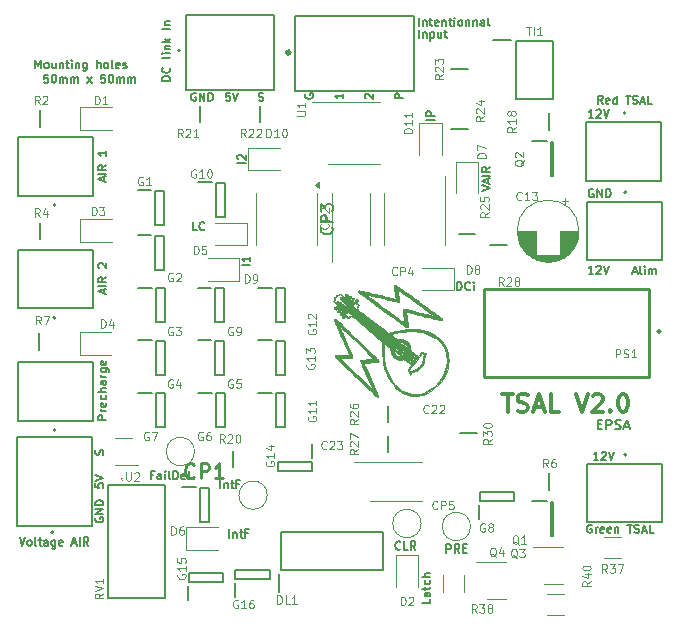
<source format=gbr>
%TF.GenerationSoftware,KiCad,Pcbnew,8.0.0*%
%TF.CreationDate,2024-04-17T18:01:46+02:00*%
%TF.ProjectId,TSAL,5453414c-2e6b-4696-9361-645f70636258,V2.0*%
%TF.SameCoordinates,Original*%
%TF.FileFunction,Legend,Top*%
%TF.FilePolarity,Positive*%
%FSLAX46Y46*%
G04 Gerber Fmt 4.6, Leading zero omitted, Abs format (unit mm)*
G04 Created by KiCad (PCBNEW 8.0.0) date 2024-04-17 18:01:46*
%MOMM*%
%LPD*%
G01*
G04 APERTURE LIST*
%ADD10C,0.150000*%
%ADD11C,0.140000*%
%ADD12C,0.300000*%
%ADD13C,0.087500*%
%ADD14C,0.254000*%
%ADD15C,0.010000*%
%ADD16C,0.120000*%
%ADD17C,0.200000*%
%ADD18C,0.127000*%
%ADD19C,0.100000*%
G04 APERTURE END LIST*
D10*
X149514160Y-64372247D02*
X149780826Y-64372247D01*
X149895112Y-64791295D02*
X149514160Y-64791295D01*
X149514160Y-64791295D02*
X149514160Y-63991295D01*
X149514160Y-63991295D02*
X149895112Y-63991295D01*
X150237970Y-64791295D02*
X150237970Y-63991295D01*
X150237970Y-63991295D02*
X150542732Y-63991295D01*
X150542732Y-63991295D02*
X150618922Y-64029390D01*
X150618922Y-64029390D02*
X150657017Y-64067485D01*
X150657017Y-64067485D02*
X150695113Y-64143676D01*
X150695113Y-64143676D02*
X150695113Y-64257961D01*
X150695113Y-64257961D02*
X150657017Y-64334152D01*
X150657017Y-64334152D02*
X150618922Y-64372247D01*
X150618922Y-64372247D02*
X150542732Y-64410342D01*
X150542732Y-64410342D02*
X150237970Y-64410342D01*
X150999874Y-64753200D02*
X151114160Y-64791295D01*
X151114160Y-64791295D02*
X151304636Y-64791295D01*
X151304636Y-64791295D02*
X151380827Y-64753200D01*
X151380827Y-64753200D02*
X151418922Y-64715104D01*
X151418922Y-64715104D02*
X151457017Y-64638914D01*
X151457017Y-64638914D02*
X151457017Y-64562723D01*
X151457017Y-64562723D02*
X151418922Y-64486533D01*
X151418922Y-64486533D02*
X151380827Y-64448438D01*
X151380827Y-64448438D02*
X151304636Y-64410342D01*
X151304636Y-64410342D02*
X151152255Y-64372247D01*
X151152255Y-64372247D02*
X151076065Y-64334152D01*
X151076065Y-64334152D02*
X151037970Y-64296057D01*
X151037970Y-64296057D02*
X150999874Y-64219866D01*
X150999874Y-64219866D02*
X150999874Y-64143676D01*
X150999874Y-64143676D02*
X151037970Y-64067485D01*
X151037970Y-64067485D02*
X151076065Y-64029390D01*
X151076065Y-64029390D02*
X151152255Y-63991295D01*
X151152255Y-63991295D02*
X151342732Y-63991295D01*
X151342732Y-63991295D02*
X151457017Y-64029390D01*
X151761779Y-64562723D02*
X152142732Y-64562723D01*
X151685589Y-64791295D02*
X151952256Y-63991295D01*
X151952256Y-63991295D02*
X152218922Y-64791295D01*
D11*
X137603000Y-53021553D02*
X137603000Y-52321553D01*
X137603000Y-52321553D02*
X137769667Y-52321553D01*
X137769667Y-52321553D02*
X137869667Y-52354886D01*
X137869667Y-52354886D02*
X137936334Y-52421553D01*
X137936334Y-52421553D02*
X137969667Y-52488220D01*
X137969667Y-52488220D02*
X138003000Y-52621553D01*
X138003000Y-52621553D02*
X138003000Y-52721553D01*
X138003000Y-52721553D02*
X137969667Y-52854886D01*
X137969667Y-52854886D02*
X137936334Y-52921553D01*
X137936334Y-52921553D02*
X137869667Y-52988220D01*
X137869667Y-52988220D02*
X137769667Y-53021553D01*
X137769667Y-53021553D02*
X137603000Y-53021553D01*
X138703000Y-52954886D02*
X138669667Y-52988220D01*
X138669667Y-52988220D02*
X138569667Y-53021553D01*
X138569667Y-53021553D02*
X138503000Y-53021553D01*
X138503000Y-53021553D02*
X138403000Y-52988220D01*
X138403000Y-52988220D02*
X138336334Y-52921553D01*
X138336334Y-52921553D02*
X138303000Y-52854886D01*
X138303000Y-52854886D02*
X138269667Y-52721553D01*
X138269667Y-52721553D02*
X138269667Y-52621553D01*
X138269667Y-52621553D02*
X138303000Y-52488220D01*
X138303000Y-52488220D02*
X138336334Y-52421553D01*
X138336334Y-52421553D02*
X138403000Y-52354886D01*
X138403000Y-52354886D02*
X138503000Y-52321553D01*
X138503000Y-52321553D02*
X138569667Y-52321553D01*
X138569667Y-52321553D02*
X138669667Y-52354886D01*
X138669667Y-52354886D02*
X138703000Y-52388220D01*
X139003000Y-53021553D02*
X139003000Y-52554886D01*
X139003000Y-52321553D02*
X138969667Y-52354886D01*
X138969667Y-52354886D02*
X139003000Y-52388220D01*
X139003000Y-52388220D02*
X139036334Y-52354886D01*
X139036334Y-52354886D02*
X139003000Y-52321553D01*
X139003000Y-52321553D02*
X139003000Y-52388220D01*
D10*
X152482017Y-51456533D02*
X152815350Y-51456533D01*
X152415350Y-51656533D02*
X152648684Y-50956533D01*
X152648684Y-50956533D02*
X152882017Y-51656533D01*
X153215350Y-51656533D02*
X153148684Y-51623200D01*
X153148684Y-51623200D02*
X153115350Y-51556533D01*
X153115350Y-51556533D02*
X153115350Y-50956533D01*
X153482017Y-51656533D02*
X153482017Y-51189866D01*
X153482017Y-50956533D02*
X153448684Y-50989866D01*
X153448684Y-50989866D02*
X153482017Y-51023200D01*
X153482017Y-51023200D02*
X153515351Y-50989866D01*
X153515351Y-50989866D02*
X153482017Y-50956533D01*
X153482017Y-50956533D02*
X153482017Y-51023200D01*
X153815350Y-51656533D02*
X153815350Y-51189866D01*
X153815350Y-51256533D02*
X153848684Y-51223200D01*
X153848684Y-51223200D02*
X153915350Y-51189866D01*
X153915350Y-51189866D02*
X154015350Y-51189866D01*
X154015350Y-51189866D02*
X154082017Y-51223200D01*
X154082017Y-51223200D02*
X154115350Y-51289866D01*
X154115350Y-51289866D02*
X154115350Y-51656533D01*
X154115350Y-51289866D02*
X154148684Y-51223200D01*
X154148684Y-51223200D02*
X154215350Y-51189866D01*
X154215350Y-51189866D02*
X154315350Y-51189866D01*
X154315350Y-51189866D02*
X154382017Y-51223200D01*
X154382017Y-51223200D02*
X154415350Y-51289866D01*
X154415350Y-51289866D02*
X154415350Y-51656533D01*
X107706533Y-53283332D02*
X107706533Y-52949999D01*
X107906533Y-53349999D02*
X107206533Y-53116666D01*
X107206533Y-53116666D02*
X107906533Y-52883332D01*
X107906533Y-52649999D02*
X107206533Y-52649999D01*
X107906533Y-51916666D02*
X107573200Y-52149999D01*
X107906533Y-52316666D02*
X107206533Y-52316666D01*
X107206533Y-52316666D02*
X107206533Y-52049999D01*
X107206533Y-52049999D02*
X107239866Y-51983333D01*
X107239866Y-51983333D02*
X107273200Y-51949999D01*
X107273200Y-51949999D02*
X107339866Y-51916666D01*
X107339866Y-51916666D02*
X107439866Y-51916666D01*
X107439866Y-51916666D02*
X107506533Y-51949999D01*
X107506533Y-51949999D02*
X107539866Y-51983333D01*
X107539866Y-51983333D02*
X107573200Y-52049999D01*
X107573200Y-52049999D02*
X107573200Y-52316666D01*
X107273200Y-51116666D02*
X107239866Y-51083333D01*
X107239866Y-51083333D02*
X107206533Y-51016666D01*
X107206533Y-51016666D02*
X107206533Y-50850000D01*
X107206533Y-50850000D02*
X107239866Y-50783333D01*
X107239866Y-50783333D02*
X107273200Y-50750000D01*
X107273200Y-50750000D02*
X107339866Y-50716666D01*
X107339866Y-50716666D02*
X107406533Y-50716666D01*
X107406533Y-50716666D02*
X107506533Y-50750000D01*
X107506533Y-50750000D02*
X107906533Y-51150000D01*
X107906533Y-51150000D02*
X107906533Y-50716666D01*
X106989866Y-72283332D02*
X106956533Y-72349999D01*
X106956533Y-72349999D02*
X106956533Y-72449999D01*
X106956533Y-72449999D02*
X106989866Y-72549999D01*
X106989866Y-72549999D02*
X107056533Y-72616666D01*
X107056533Y-72616666D02*
X107123200Y-72649999D01*
X107123200Y-72649999D02*
X107256533Y-72683332D01*
X107256533Y-72683332D02*
X107356533Y-72683332D01*
X107356533Y-72683332D02*
X107489866Y-72649999D01*
X107489866Y-72649999D02*
X107556533Y-72616666D01*
X107556533Y-72616666D02*
X107623200Y-72549999D01*
X107623200Y-72549999D02*
X107656533Y-72449999D01*
X107656533Y-72449999D02*
X107656533Y-72383332D01*
X107656533Y-72383332D02*
X107623200Y-72283332D01*
X107623200Y-72283332D02*
X107589866Y-72249999D01*
X107589866Y-72249999D02*
X107356533Y-72249999D01*
X107356533Y-72249999D02*
X107356533Y-72383332D01*
X107656533Y-71949999D02*
X106956533Y-71949999D01*
X106956533Y-71949999D02*
X107656533Y-71549999D01*
X107656533Y-71549999D02*
X106956533Y-71549999D01*
X107656533Y-71216666D02*
X106956533Y-71216666D01*
X106956533Y-71216666D02*
X106956533Y-71049999D01*
X106956533Y-71049999D02*
X106989866Y-70949999D01*
X106989866Y-70949999D02*
X107056533Y-70883333D01*
X107056533Y-70883333D02*
X107123200Y-70849999D01*
X107123200Y-70849999D02*
X107256533Y-70816666D01*
X107256533Y-70816666D02*
X107356533Y-70816666D01*
X107356533Y-70816666D02*
X107489866Y-70849999D01*
X107489866Y-70849999D02*
X107556533Y-70883333D01*
X107556533Y-70883333D02*
X107623200Y-70949999D01*
X107623200Y-70949999D02*
X107656533Y-71049999D01*
X107656533Y-71049999D02*
X107656533Y-71216666D01*
X100550000Y-73956533D02*
X100783334Y-74656533D01*
X100783334Y-74656533D02*
X101016667Y-73956533D01*
X101350000Y-74656533D02*
X101283334Y-74623200D01*
X101283334Y-74623200D02*
X101250000Y-74589866D01*
X101250000Y-74589866D02*
X101216667Y-74523200D01*
X101216667Y-74523200D02*
X101216667Y-74323200D01*
X101216667Y-74323200D02*
X101250000Y-74256533D01*
X101250000Y-74256533D02*
X101283334Y-74223200D01*
X101283334Y-74223200D02*
X101350000Y-74189866D01*
X101350000Y-74189866D02*
X101450000Y-74189866D01*
X101450000Y-74189866D02*
X101516667Y-74223200D01*
X101516667Y-74223200D02*
X101550000Y-74256533D01*
X101550000Y-74256533D02*
X101583334Y-74323200D01*
X101583334Y-74323200D02*
X101583334Y-74523200D01*
X101583334Y-74523200D02*
X101550000Y-74589866D01*
X101550000Y-74589866D02*
X101516667Y-74623200D01*
X101516667Y-74623200D02*
X101450000Y-74656533D01*
X101450000Y-74656533D02*
X101350000Y-74656533D01*
X101983333Y-74656533D02*
X101916667Y-74623200D01*
X101916667Y-74623200D02*
X101883333Y-74556533D01*
X101883333Y-74556533D02*
X101883333Y-73956533D01*
X102150000Y-74189866D02*
X102416667Y-74189866D01*
X102250000Y-73956533D02*
X102250000Y-74556533D01*
X102250000Y-74556533D02*
X102283334Y-74623200D01*
X102283334Y-74623200D02*
X102350000Y-74656533D01*
X102350000Y-74656533D02*
X102416667Y-74656533D01*
X102950000Y-74656533D02*
X102950000Y-74289866D01*
X102950000Y-74289866D02*
X102916667Y-74223200D01*
X102916667Y-74223200D02*
X102850000Y-74189866D01*
X102850000Y-74189866D02*
X102716667Y-74189866D01*
X102716667Y-74189866D02*
X102650000Y-74223200D01*
X102950000Y-74623200D02*
X102883334Y-74656533D01*
X102883334Y-74656533D02*
X102716667Y-74656533D01*
X102716667Y-74656533D02*
X102650000Y-74623200D01*
X102650000Y-74623200D02*
X102616667Y-74556533D01*
X102616667Y-74556533D02*
X102616667Y-74489866D01*
X102616667Y-74489866D02*
X102650000Y-74423200D01*
X102650000Y-74423200D02*
X102716667Y-74389866D01*
X102716667Y-74389866D02*
X102883334Y-74389866D01*
X102883334Y-74389866D02*
X102950000Y-74356533D01*
X103583333Y-74189866D02*
X103583333Y-74756533D01*
X103583333Y-74756533D02*
X103550000Y-74823200D01*
X103550000Y-74823200D02*
X103516667Y-74856533D01*
X103516667Y-74856533D02*
X103450000Y-74889866D01*
X103450000Y-74889866D02*
X103350000Y-74889866D01*
X103350000Y-74889866D02*
X103283333Y-74856533D01*
X103583333Y-74623200D02*
X103516667Y-74656533D01*
X103516667Y-74656533D02*
X103383333Y-74656533D01*
X103383333Y-74656533D02*
X103316667Y-74623200D01*
X103316667Y-74623200D02*
X103283333Y-74589866D01*
X103283333Y-74589866D02*
X103250000Y-74523200D01*
X103250000Y-74523200D02*
X103250000Y-74323200D01*
X103250000Y-74323200D02*
X103283333Y-74256533D01*
X103283333Y-74256533D02*
X103316667Y-74223200D01*
X103316667Y-74223200D02*
X103383333Y-74189866D01*
X103383333Y-74189866D02*
X103516667Y-74189866D01*
X103516667Y-74189866D02*
X103583333Y-74223200D01*
X104183333Y-74623200D02*
X104116666Y-74656533D01*
X104116666Y-74656533D02*
X103983333Y-74656533D01*
X103983333Y-74656533D02*
X103916666Y-74623200D01*
X103916666Y-74623200D02*
X103883333Y-74556533D01*
X103883333Y-74556533D02*
X103883333Y-74289866D01*
X103883333Y-74289866D02*
X103916666Y-74223200D01*
X103916666Y-74223200D02*
X103983333Y-74189866D01*
X103983333Y-74189866D02*
X104116666Y-74189866D01*
X104116666Y-74189866D02*
X104183333Y-74223200D01*
X104183333Y-74223200D02*
X104216666Y-74289866D01*
X104216666Y-74289866D02*
X104216666Y-74356533D01*
X104216666Y-74356533D02*
X103883333Y-74423200D01*
X105016666Y-74456533D02*
X105349999Y-74456533D01*
X104949999Y-74656533D02*
X105183333Y-73956533D01*
X105183333Y-73956533D02*
X105416666Y-74656533D01*
X105649999Y-74656533D02*
X105649999Y-73956533D01*
X106383332Y-74656533D02*
X106149999Y-74323200D01*
X105983332Y-74656533D02*
X105983332Y-73956533D01*
X105983332Y-73956533D02*
X106249999Y-73956533D01*
X106249999Y-73956533D02*
X106316666Y-73989866D01*
X106316666Y-73989866D02*
X106349999Y-74023200D01*
X106349999Y-74023200D02*
X106383332Y-74089866D01*
X106383332Y-74089866D02*
X106383332Y-74189866D01*
X106383332Y-74189866D02*
X106349999Y-74256533D01*
X106349999Y-74256533D02*
X106316666Y-74289866D01*
X106316666Y-74289866D02*
X106249999Y-74323200D01*
X106249999Y-74323200D02*
X105983332Y-74323200D01*
D11*
X119696553Y-42243333D02*
X118996553Y-42243333D01*
X119063220Y-41943333D02*
X119029886Y-41910000D01*
X119029886Y-41910000D02*
X118996553Y-41843333D01*
X118996553Y-41843333D02*
X118996553Y-41676667D01*
X118996553Y-41676667D02*
X119029886Y-41610000D01*
X119029886Y-41610000D02*
X119063220Y-41576667D01*
X119063220Y-41576667D02*
X119129886Y-41543333D01*
X119129886Y-41543333D02*
X119196553Y-41543333D01*
X119196553Y-41543333D02*
X119296553Y-41576667D01*
X119296553Y-41576667D02*
X119696553Y-41976667D01*
X119696553Y-41976667D02*
X119696553Y-41543333D01*
D10*
X113317533Y-35265999D02*
X112617533Y-35265999D01*
X112617533Y-35265999D02*
X112617533Y-35099332D01*
X112617533Y-35099332D02*
X112650866Y-34999332D01*
X112650866Y-34999332D02*
X112717533Y-34932666D01*
X112717533Y-34932666D02*
X112784200Y-34899332D01*
X112784200Y-34899332D02*
X112917533Y-34865999D01*
X112917533Y-34865999D02*
X113017533Y-34865999D01*
X113017533Y-34865999D02*
X113150866Y-34899332D01*
X113150866Y-34899332D02*
X113217533Y-34932666D01*
X113217533Y-34932666D02*
X113284200Y-34999332D01*
X113284200Y-34999332D02*
X113317533Y-35099332D01*
X113317533Y-35099332D02*
X113317533Y-35265999D01*
X113250866Y-34165999D02*
X113284200Y-34199332D01*
X113284200Y-34199332D02*
X113317533Y-34299332D01*
X113317533Y-34299332D02*
X113317533Y-34365999D01*
X113317533Y-34365999D02*
X113284200Y-34465999D01*
X113284200Y-34465999D02*
X113217533Y-34532666D01*
X113217533Y-34532666D02*
X113150866Y-34565999D01*
X113150866Y-34565999D02*
X113017533Y-34599332D01*
X113017533Y-34599332D02*
X112917533Y-34599332D01*
X112917533Y-34599332D02*
X112784200Y-34565999D01*
X112784200Y-34565999D02*
X112717533Y-34532666D01*
X112717533Y-34532666D02*
X112650866Y-34465999D01*
X112650866Y-34465999D02*
X112617533Y-34365999D01*
X112617533Y-34365999D02*
X112617533Y-34299332D01*
X112617533Y-34299332D02*
X112650866Y-34199332D01*
X112650866Y-34199332D02*
X112684200Y-34165999D01*
X113317533Y-33232666D02*
X113284200Y-33299333D01*
X113284200Y-33299333D02*
X113217533Y-33332666D01*
X113217533Y-33332666D02*
X112617533Y-33332666D01*
X113317533Y-32965999D02*
X112850866Y-32965999D01*
X112617533Y-32965999D02*
X112650866Y-32999332D01*
X112650866Y-32999332D02*
X112684200Y-32965999D01*
X112684200Y-32965999D02*
X112650866Y-32932666D01*
X112650866Y-32932666D02*
X112617533Y-32965999D01*
X112617533Y-32965999D02*
X112684200Y-32965999D01*
X112850866Y-32632666D02*
X113317533Y-32632666D01*
X112917533Y-32632666D02*
X112884200Y-32599333D01*
X112884200Y-32599333D02*
X112850866Y-32532666D01*
X112850866Y-32532666D02*
X112850866Y-32432666D01*
X112850866Y-32432666D02*
X112884200Y-32365999D01*
X112884200Y-32365999D02*
X112950866Y-32332666D01*
X112950866Y-32332666D02*
X113317533Y-32332666D01*
X113317533Y-31999333D02*
X112617533Y-31999333D01*
X113050866Y-31932666D02*
X113317533Y-31732666D01*
X112850866Y-31732666D02*
X113117533Y-31999333D01*
X113317533Y-30899333D02*
X112617533Y-30899333D01*
X112850866Y-30566000D02*
X113317533Y-30566000D01*
X112917533Y-30566000D02*
X112884200Y-30532667D01*
X112884200Y-30532667D02*
X112850866Y-30466000D01*
X112850866Y-30466000D02*
X112850866Y-30366000D01*
X112850866Y-30366000D02*
X112884200Y-30299333D01*
X112884200Y-30299333D02*
X112950866Y-30266000D01*
X112950866Y-30266000D02*
X113317533Y-30266000D01*
X106956533Y-69383333D02*
X106956533Y-69716666D01*
X106956533Y-69716666D02*
X107289866Y-69749999D01*
X107289866Y-69749999D02*
X107256533Y-69716666D01*
X107256533Y-69716666D02*
X107223200Y-69649999D01*
X107223200Y-69649999D02*
X107223200Y-69483333D01*
X107223200Y-69483333D02*
X107256533Y-69416666D01*
X107256533Y-69416666D02*
X107289866Y-69383333D01*
X107289866Y-69383333D02*
X107356533Y-69349999D01*
X107356533Y-69349999D02*
X107523200Y-69349999D01*
X107523200Y-69349999D02*
X107589866Y-69383333D01*
X107589866Y-69383333D02*
X107623200Y-69416666D01*
X107623200Y-69416666D02*
X107656533Y-69483333D01*
X107656533Y-69483333D02*
X107656533Y-69649999D01*
X107656533Y-69649999D02*
X107623200Y-69716666D01*
X107623200Y-69716666D02*
X107589866Y-69749999D01*
X106956533Y-69149999D02*
X107656533Y-68916666D01*
X107656533Y-68916666D02*
X106956533Y-68683332D01*
X124744366Y-36392666D02*
X124711033Y-36459333D01*
X124711033Y-36459333D02*
X124711033Y-36559333D01*
X124711033Y-36559333D02*
X124744366Y-36659333D01*
X124744366Y-36659333D02*
X124811033Y-36726000D01*
X124811033Y-36726000D02*
X124877700Y-36759333D01*
X124877700Y-36759333D02*
X125011033Y-36792666D01*
X125011033Y-36792666D02*
X125111033Y-36792666D01*
X125111033Y-36792666D02*
X125244366Y-36759333D01*
X125244366Y-36759333D02*
X125311033Y-36726000D01*
X125311033Y-36726000D02*
X125377700Y-36659333D01*
X125377700Y-36659333D02*
X125411033Y-36559333D01*
X125411033Y-36559333D02*
X125411033Y-36492666D01*
X125411033Y-36492666D02*
X125377700Y-36392666D01*
X125377700Y-36392666D02*
X125344366Y-36359333D01*
X125344366Y-36359333D02*
X125111033Y-36359333D01*
X125111033Y-36359333D02*
X125111033Y-36492666D01*
X133031033Y-36759333D02*
X132331033Y-36759333D01*
X132331033Y-36759333D02*
X132331033Y-36492666D01*
X132331033Y-36492666D02*
X132364366Y-36426000D01*
X132364366Y-36426000D02*
X132397700Y-36392666D01*
X132397700Y-36392666D02*
X132464366Y-36359333D01*
X132464366Y-36359333D02*
X132564366Y-36359333D01*
X132564366Y-36359333D02*
X132631033Y-36392666D01*
X132631033Y-36392666D02*
X132664366Y-36426000D01*
X132664366Y-36426000D02*
X132697700Y-36492666D01*
X132697700Y-36492666D02*
X132697700Y-36759333D01*
X120800000Y-36957200D02*
X120900000Y-36990533D01*
X120900000Y-36990533D02*
X121066667Y-36990533D01*
X121066667Y-36990533D02*
X121133333Y-36957200D01*
X121133333Y-36957200D02*
X121166667Y-36923866D01*
X121166667Y-36923866D02*
X121200000Y-36857200D01*
X121200000Y-36857200D02*
X121200000Y-36790533D01*
X121200000Y-36790533D02*
X121166667Y-36723866D01*
X121166667Y-36723866D02*
X121133333Y-36690533D01*
X121133333Y-36690533D02*
X121066667Y-36657200D01*
X121066667Y-36657200D02*
X120933333Y-36623866D01*
X120933333Y-36623866D02*
X120866667Y-36590533D01*
X120866667Y-36590533D02*
X120833333Y-36557200D01*
X120833333Y-36557200D02*
X120800000Y-36490533D01*
X120800000Y-36490533D02*
X120800000Y-36423866D01*
X120800000Y-36423866D02*
X120833333Y-36357200D01*
X120833333Y-36357200D02*
X120866667Y-36323866D01*
X120866667Y-36323866D02*
X120933333Y-36290533D01*
X120933333Y-36290533D02*
X121100000Y-36290533D01*
X121100000Y-36290533D02*
X121200000Y-36323866D01*
D11*
X117547333Y-69785553D02*
X117547333Y-69085553D01*
X117880666Y-69318886D02*
X117880666Y-69785553D01*
X117880666Y-69385553D02*
X117914000Y-69352220D01*
X117914000Y-69352220D02*
X117980666Y-69318886D01*
X117980666Y-69318886D02*
X118080666Y-69318886D01*
X118080666Y-69318886D02*
X118147333Y-69352220D01*
X118147333Y-69352220D02*
X118180666Y-69418886D01*
X118180666Y-69418886D02*
X118180666Y-69785553D01*
X118413999Y-69318886D02*
X118680666Y-69318886D01*
X118513999Y-69085553D02*
X118513999Y-69685553D01*
X118513999Y-69685553D02*
X118547333Y-69752220D01*
X118547333Y-69752220D02*
X118613999Y-69785553D01*
X118613999Y-69785553D02*
X118680666Y-69785553D01*
X119147333Y-69418886D02*
X118913999Y-69418886D01*
X118913999Y-69785553D02*
X118913999Y-69085553D01*
X118913999Y-69085553D02*
X119247333Y-69085553D01*
X120077553Y-50879333D02*
X119377553Y-50879333D01*
X120077553Y-50179333D02*
X120077553Y-50579333D01*
X120077553Y-50379333D02*
X119377553Y-50379333D01*
X119377553Y-50379333D02*
X119477553Y-50446000D01*
X119477553Y-50446000D02*
X119544220Y-50512667D01*
X119544220Y-50512667D02*
X119577553Y-50579333D01*
D10*
X118366667Y-36290533D02*
X118033333Y-36290533D01*
X118033333Y-36290533D02*
X118000000Y-36623866D01*
X118000000Y-36623866D02*
X118033333Y-36590533D01*
X118033333Y-36590533D02*
X118100000Y-36557200D01*
X118100000Y-36557200D02*
X118266667Y-36557200D01*
X118266667Y-36557200D02*
X118333333Y-36590533D01*
X118333333Y-36590533D02*
X118366667Y-36623866D01*
X118366667Y-36623866D02*
X118400000Y-36690533D01*
X118400000Y-36690533D02*
X118400000Y-36857200D01*
X118400000Y-36857200D02*
X118366667Y-36923866D01*
X118366667Y-36923866D02*
X118333333Y-36957200D01*
X118333333Y-36957200D02*
X118266667Y-36990533D01*
X118266667Y-36990533D02*
X118100000Y-36990533D01*
X118100000Y-36990533D02*
X118033333Y-36957200D01*
X118033333Y-36957200D02*
X118000000Y-36923866D01*
X118600000Y-36290533D02*
X118833334Y-36990533D01*
X118833334Y-36990533D02*
X119066667Y-36290533D01*
X101877350Y-34216533D02*
X101877350Y-33516533D01*
X101877350Y-33516533D02*
X102110684Y-34016533D01*
X102110684Y-34016533D02*
X102344017Y-33516533D01*
X102344017Y-33516533D02*
X102344017Y-34216533D01*
X102777350Y-34216533D02*
X102710684Y-34183200D01*
X102710684Y-34183200D02*
X102677350Y-34149866D01*
X102677350Y-34149866D02*
X102644017Y-34083200D01*
X102644017Y-34083200D02*
X102644017Y-33883200D01*
X102644017Y-33883200D02*
X102677350Y-33816533D01*
X102677350Y-33816533D02*
X102710684Y-33783200D01*
X102710684Y-33783200D02*
X102777350Y-33749866D01*
X102777350Y-33749866D02*
X102877350Y-33749866D01*
X102877350Y-33749866D02*
X102944017Y-33783200D01*
X102944017Y-33783200D02*
X102977350Y-33816533D01*
X102977350Y-33816533D02*
X103010684Y-33883200D01*
X103010684Y-33883200D02*
X103010684Y-34083200D01*
X103010684Y-34083200D02*
X102977350Y-34149866D01*
X102977350Y-34149866D02*
X102944017Y-34183200D01*
X102944017Y-34183200D02*
X102877350Y-34216533D01*
X102877350Y-34216533D02*
X102777350Y-34216533D01*
X103610683Y-33749866D02*
X103610683Y-34216533D01*
X103310683Y-33749866D02*
X103310683Y-34116533D01*
X103310683Y-34116533D02*
X103344017Y-34183200D01*
X103344017Y-34183200D02*
X103410683Y-34216533D01*
X103410683Y-34216533D02*
X103510683Y-34216533D01*
X103510683Y-34216533D02*
X103577350Y-34183200D01*
X103577350Y-34183200D02*
X103610683Y-34149866D01*
X103944016Y-33749866D02*
X103944016Y-34216533D01*
X103944016Y-33816533D02*
X103977350Y-33783200D01*
X103977350Y-33783200D02*
X104044016Y-33749866D01*
X104044016Y-33749866D02*
X104144016Y-33749866D01*
X104144016Y-33749866D02*
X104210683Y-33783200D01*
X104210683Y-33783200D02*
X104244016Y-33849866D01*
X104244016Y-33849866D02*
X104244016Y-34216533D01*
X104477349Y-33749866D02*
X104744016Y-33749866D01*
X104577349Y-33516533D02*
X104577349Y-34116533D01*
X104577349Y-34116533D02*
X104610683Y-34183200D01*
X104610683Y-34183200D02*
X104677349Y-34216533D01*
X104677349Y-34216533D02*
X104744016Y-34216533D01*
X104977349Y-34216533D02*
X104977349Y-33749866D01*
X104977349Y-33516533D02*
X104944016Y-33549866D01*
X104944016Y-33549866D02*
X104977349Y-33583200D01*
X104977349Y-33583200D02*
X105010683Y-33549866D01*
X105010683Y-33549866D02*
X104977349Y-33516533D01*
X104977349Y-33516533D02*
X104977349Y-33583200D01*
X105310682Y-33749866D02*
X105310682Y-34216533D01*
X105310682Y-33816533D02*
X105344016Y-33783200D01*
X105344016Y-33783200D02*
X105410682Y-33749866D01*
X105410682Y-33749866D02*
X105510682Y-33749866D01*
X105510682Y-33749866D02*
X105577349Y-33783200D01*
X105577349Y-33783200D02*
X105610682Y-33849866D01*
X105610682Y-33849866D02*
X105610682Y-34216533D01*
X106244015Y-33749866D02*
X106244015Y-34316533D01*
X106244015Y-34316533D02*
X106210682Y-34383200D01*
X106210682Y-34383200D02*
X106177349Y-34416533D01*
X106177349Y-34416533D02*
X106110682Y-34449866D01*
X106110682Y-34449866D02*
X106010682Y-34449866D01*
X106010682Y-34449866D02*
X105944015Y-34416533D01*
X106244015Y-34183200D02*
X106177349Y-34216533D01*
X106177349Y-34216533D02*
X106044015Y-34216533D01*
X106044015Y-34216533D02*
X105977349Y-34183200D01*
X105977349Y-34183200D02*
X105944015Y-34149866D01*
X105944015Y-34149866D02*
X105910682Y-34083200D01*
X105910682Y-34083200D02*
X105910682Y-33883200D01*
X105910682Y-33883200D02*
X105944015Y-33816533D01*
X105944015Y-33816533D02*
X105977349Y-33783200D01*
X105977349Y-33783200D02*
X106044015Y-33749866D01*
X106044015Y-33749866D02*
X106177349Y-33749866D01*
X106177349Y-33749866D02*
X106244015Y-33783200D01*
X107110681Y-34216533D02*
X107110681Y-33516533D01*
X107410681Y-34216533D02*
X107410681Y-33849866D01*
X107410681Y-33849866D02*
X107377348Y-33783200D01*
X107377348Y-33783200D02*
X107310681Y-33749866D01*
X107310681Y-33749866D02*
X107210681Y-33749866D01*
X107210681Y-33749866D02*
X107144015Y-33783200D01*
X107144015Y-33783200D02*
X107110681Y-33816533D01*
X107844014Y-34216533D02*
X107777348Y-34183200D01*
X107777348Y-34183200D02*
X107744014Y-34149866D01*
X107744014Y-34149866D02*
X107710681Y-34083200D01*
X107710681Y-34083200D02*
X107710681Y-33883200D01*
X107710681Y-33883200D02*
X107744014Y-33816533D01*
X107744014Y-33816533D02*
X107777348Y-33783200D01*
X107777348Y-33783200D02*
X107844014Y-33749866D01*
X107844014Y-33749866D02*
X107944014Y-33749866D01*
X107944014Y-33749866D02*
X108010681Y-33783200D01*
X108010681Y-33783200D02*
X108044014Y-33816533D01*
X108044014Y-33816533D02*
X108077348Y-33883200D01*
X108077348Y-33883200D02*
X108077348Y-34083200D01*
X108077348Y-34083200D02*
X108044014Y-34149866D01*
X108044014Y-34149866D02*
X108010681Y-34183200D01*
X108010681Y-34183200D02*
X107944014Y-34216533D01*
X107944014Y-34216533D02*
X107844014Y-34216533D01*
X108477347Y-34216533D02*
X108410681Y-34183200D01*
X108410681Y-34183200D02*
X108377347Y-34116533D01*
X108377347Y-34116533D02*
X108377347Y-33516533D01*
X109010681Y-34183200D02*
X108944014Y-34216533D01*
X108944014Y-34216533D02*
X108810681Y-34216533D01*
X108810681Y-34216533D02*
X108744014Y-34183200D01*
X108744014Y-34183200D02*
X108710681Y-34116533D01*
X108710681Y-34116533D02*
X108710681Y-33849866D01*
X108710681Y-33849866D02*
X108744014Y-33783200D01*
X108744014Y-33783200D02*
X108810681Y-33749866D01*
X108810681Y-33749866D02*
X108944014Y-33749866D01*
X108944014Y-33749866D02*
X109010681Y-33783200D01*
X109010681Y-33783200D02*
X109044014Y-33849866D01*
X109044014Y-33849866D02*
X109044014Y-33916533D01*
X109044014Y-33916533D02*
X108710681Y-33983200D01*
X109310681Y-34183200D02*
X109377348Y-34216533D01*
X109377348Y-34216533D02*
X109510681Y-34216533D01*
X109510681Y-34216533D02*
X109577348Y-34183200D01*
X109577348Y-34183200D02*
X109610681Y-34116533D01*
X109610681Y-34116533D02*
X109610681Y-34083200D01*
X109610681Y-34083200D02*
X109577348Y-34016533D01*
X109577348Y-34016533D02*
X109510681Y-33983200D01*
X109510681Y-33983200D02*
X109410681Y-33983200D01*
X109410681Y-33983200D02*
X109344014Y-33949866D01*
X109344014Y-33949866D02*
X109310681Y-33883200D01*
X109310681Y-33883200D02*
X109310681Y-33849866D01*
X109310681Y-33849866D02*
X109344014Y-33783200D01*
X109344014Y-33783200D02*
X109410681Y-33749866D01*
X109410681Y-33749866D02*
X109510681Y-33749866D01*
X109510681Y-33749866D02*
X109577348Y-33783200D01*
X129857700Y-36775999D02*
X129824366Y-36742666D01*
X129824366Y-36742666D02*
X129791033Y-36675999D01*
X129791033Y-36675999D02*
X129791033Y-36509333D01*
X129791033Y-36509333D02*
X129824366Y-36442666D01*
X129824366Y-36442666D02*
X129857700Y-36409333D01*
X129857700Y-36409333D02*
X129924366Y-36375999D01*
X129924366Y-36375999D02*
X129991033Y-36375999D01*
X129991033Y-36375999D02*
X130091033Y-36409333D01*
X130091033Y-36409333D02*
X130491033Y-36809333D01*
X130491033Y-36809333D02*
X130491033Y-36375999D01*
X149915000Y-37244533D02*
X149681667Y-36911200D01*
X149515000Y-37244533D02*
X149515000Y-36544533D01*
X149515000Y-36544533D02*
X149781667Y-36544533D01*
X149781667Y-36544533D02*
X149848334Y-36577866D01*
X149848334Y-36577866D02*
X149881667Y-36611200D01*
X149881667Y-36611200D02*
X149915000Y-36677866D01*
X149915000Y-36677866D02*
X149915000Y-36777866D01*
X149915000Y-36777866D02*
X149881667Y-36844533D01*
X149881667Y-36844533D02*
X149848334Y-36877866D01*
X149848334Y-36877866D02*
X149781667Y-36911200D01*
X149781667Y-36911200D02*
X149515000Y-36911200D01*
X150481667Y-37211200D02*
X150415000Y-37244533D01*
X150415000Y-37244533D02*
X150281667Y-37244533D01*
X150281667Y-37244533D02*
X150215000Y-37211200D01*
X150215000Y-37211200D02*
X150181667Y-37144533D01*
X150181667Y-37144533D02*
X150181667Y-36877866D01*
X150181667Y-36877866D02*
X150215000Y-36811200D01*
X150215000Y-36811200D02*
X150281667Y-36777866D01*
X150281667Y-36777866D02*
X150415000Y-36777866D01*
X150415000Y-36777866D02*
X150481667Y-36811200D01*
X150481667Y-36811200D02*
X150515000Y-36877866D01*
X150515000Y-36877866D02*
X150515000Y-36944533D01*
X150515000Y-36944533D02*
X150181667Y-37011200D01*
X151115000Y-37244533D02*
X151115000Y-36544533D01*
X151115000Y-37211200D02*
X151048334Y-37244533D01*
X151048334Y-37244533D02*
X150915000Y-37244533D01*
X150915000Y-37244533D02*
X150848334Y-37211200D01*
X150848334Y-37211200D02*
X150815000Y-37177866D01*
X150815000Y-37177866D02*
X150781667Y-37111200D01*
X150781667Y-37111200D02*
X150781667Y-36911200D01*
X150781667Y-36911200D02*
X150815000Y-36844533D01*
X150815000Y-36844533D02*
X150848334Y-36811200D01*
X150848334Y-36811200D02*
X150915000Y-36777866D01*
X150915000Y-36777866D02*
X151048334Y-36777866D01*
X151048334Y-36777866D02*
X151115000Y-36811200D01*
X151881666Y-36544533D02*
X152281666Y-36544533D01*
X152081666Y-37244533D02*
X152081666Y-36544533D01*
X152481666Y-37211200D02*
X152581666Y-37244533D01*
X152581666Y-37244533D02*
X152748333Y-37244533D01*
X152748333Y-37244533D02*
X152814999Y-37211200D01*
X152814999Y-37211200D02*
X152848333Y-37177866D01*
X152848333Y-37177866D02*
X152881666Y-37111200D01*
X152881666Y-37111200D02*
X152881666Y-37044533D01*
X152881666Y-37044533D02*
X152848333Y-36977866D01*
X152848333Y-36977866D02*
X152814999Y-36944533D01*
X152814999Y-36944533D02*
X152748333Y-36911200D01*
X152748333Y-36911200D02*
X152614999Y-36877866D01*
X152614999Y-36877866D02*
X152548333Y-36844533D01*
X152548333Y-36844533D02*
X152514999Y-36811200D01*
X152514999Y-36811200D02*
X152481666Y-36744533D01*
X152481666Y-36744533D02*
X152481666Y-36677866D01*
X152481666Y-36677866D02*
X152514999Y-36611200D01*
X152514999Y-36611200D02*
X152548333Y-36577866D01*
X152548333Y-36577866D02*
X152614999Y-36544533D01*
X152614999Y-36544533D02*
X152781666Y-36544533D01*
X152781666Y-36544533D02*
X152881666Y-36577866D01*
X153148333Y-37044533D02*
X153481666Y-37044533D01*
X153081666Y-37244533D02*
X153315000Y-36544533D01*
X153315000Y-36544533D02*
X153548333Y-37244533D01*
X154115000Y-37244533D02*
X153781666Y-37244533D01*
X153781666Y-37244533D02*
X153781666Y-36544533D01*
X149132017Y-44489866D02*
X149065350Y-44456533D01*
X149065350Y-44456533D02*
X148965350Y-44456533D01*
X148965350Y-44456533D02*
X148865350Y-44489866D01*
X148865350Y-44489866D02*
X148798684Y-44556533D01*
X148798684Y-44556533D02*
X148765350Y-44623200D01*
X148765350Y-44623200D02*
X148732017Y-44756533D01*
X148732017Y-44756533D02*
X148732017Y-44856533D01*
X148732017Y-44856533D02*
X148765350Y-44989866D01*
X148765350Y-44989866D02*
X148798684Y-45056533D01*
X148798684Y-45056533D02*
X148865350Y-45123200D01*
X148865350Y-45123200D02*
X148965350Y-45156533D01*
X148965350Y-45156533D02*
X149032017Y-45156533D01*
X149032017Y-45156533D02*
X149132017Y-45123200D01*
X149132017Y-45123200D02*
X149165350Y-45089866D01*
X149165350Y-45089866D02*
X149165350Y-44856533D01*
X149165350Y-44856533D02*
X149032017Y-44856533D01*
X149465350Y-45156533D02*
X149465350Y-44456533D01*
X149465350Y-44456533D02*
X149865350Y-45156533D01*
X149865350Y-45156533D02*
X149865350Y-44456533D01*
X150198683Y-45156533D02*
X150198683Y-44456533D01*
X150198683Y-44456533D02*
X150365350Y-44456533D01*
X150365350Y-44456533D02*
X150465350Y-44489866D01*
X150465350Y-44489866D02*
X150532017Y-44556533D01*
X150532017Y-44556533D02*
X150565350Y-44623200D01*
X150565350Y-44623200D02*
X150598683Y-44756533D01*
X150598683Y-44756533D02*
X150598683Y-44856533D01*
X150598683Y-44856533D02*
X150565350Y-44989866D01*
X150565350Y-44989866D02*
X150532017Y-45056533D01*
X150532017Y-45056533D02*
X150465350Y-45123200D01*
X150465350Y-45123200D02*
X150365350Y-45156533D01*
X150365350Y-45156533D02*
X150198683Y-45156533D01*
D11*
X139697553Y-44610999D02*
X140397553Y-44377666D01*
X140397553Y-44377666D02*
X139697553Y-44144332D01*
X140197553Y-43944332D02*
X140197553Y-43610999D01*
X140397553Y-44010999D02*
X139697553Y-43777666D01*
X139697553Y-43777666D02*
X140397553Y-43544332D01*
X140397553Y-43310999D02*
X139697553Y-43310999D01*
X140397553Y-42577666D02*
X140064220Y-42810999D01*
X140397553Y-42977666D02*
X139697553Y-42977666D01*
X139697553Y-42977666D02*
X139697553Y-42710999D01*
X139697553Y-42710999D02*
X139730886Y-42644333D01*
X139730886Y-42644333D02*
X139764220Y-42610999D01*
X139764220Y-42610999D02*
X139830886Y-42577666D01*
X139830886Y-42577666D02*
X139930886Y-42577666D01*
X139930886Y-42577666D02*
X139997553Y-42610999D01*
X139997553Y-42610999D02*
X140030886Y-42644333D01*
X140030886Y-42644333D02*
X140064220Y-42710999D01*
X140064220Y-42710999D02*
X140064220Y-42977666D01*
D10*
X115466667Y-36323866D02*
X115400000Y-36290533D01*
X115400000Y-36290533D02*
X115300000Y-36290533D01*
X115300000Y-36290533D02*
X115200000Y-36323866D01*
X115200000Y-36323866D02*
X115133334Y-36390533D01*
X115133334Y-36390533D02*
X115100000Y-36457200D01*
X115100000Y-36457200D02*
X115066667Y-36590533D01*
X115066667Y-36590533D02*
X115066667Y-36690533D01*
X115066667Y-36690533D02*
X115100000Y-36823866D01*
X115100000Y-36823866D02*
X115133334Y-36890533D01*
X115133334Y-36890533D02*
X115200000Y-36957200D01*
X115200000Y-36957200D02*
X115300000Y-36990533D01*
X115300000Y-36990533D02*
X115366667Y-36990533D01*
X115366667Y-36990533D02*
X115466667Y-36957200D01*
X115466667Y-36957200D02*
X115500000Y-36923866D01*
X115500000Y-36923866D02*
X115500000Y-36690533D01*
X115500000Y-36690533D02*
X115366667Y-36690533D01*
X115800000Y-36990533D02*
X115800000Y-36290533D01*
X115800000Y-36290533D02*
X116200000Y-36990533D01*
X116200000Y-36990533D02*
X116200000Y-36290533D01*
X116533333Y-36990533D02*
X116533333Y-36290533D01*
X116533333Y-36290533D02*
X116700000Y-36290533D01*
X116700000Y-36290533D02*
X116800000Y-36323866D01*
X116800000Y-36323866D02*
X116866667Y-36390533D01*
X116866667Y-36390533D02*
X116900000Y-36457200D01*
X116900000Y-36457200D02*
X116933333Y-36590533D01*
X116933333Y-36590533D02*
X116933333Y-36690533D01*
X116933333Y-36690533D02*
X116900000Y-36823866D01*
X116900000Y-36823866D02*
X116866667Y-36890533D01*
X116866667Y-36890533D02*
X116800000Y-36957200D01*
X116800000Y-36957200D02*
X116700000Y-36990533D01*
X116700000Y-36990533D02*
X116533333Y-36990533D01*
X149132017Y-38406533D02*
X148732017Y-38406533D01*
X148932017Y-38406533D02*
X148932017Y-37706533D01*
X148932017Y-37706533D02*
X148865350Y-37806533D01*
X148865350Y-37806533D02*
X148798684Y-37873200D01*
X148798684Y-37873200D02*
X148732017Y-37906533D01*
X149398684Y-37773200D02*
X149432017Y-37739866D01*
X149432017Y-37739866D02*
X149498684Y-37706533D01*
X149498684Y-37706533D02*
X149665351Y-37706533D01*
X149665351Y-37706533D02*
X149732017Y-37739866D01*
X149732017Y-37739866D02*
X149765351Y-37773200D01*
X149765351Y-37773200D02*
X149798684Y-37839866D01*
X149798684Y-37839866D02*
X149798684Y-37906533D01*
X149798684Y-37906533D02*
X149765351Y-38006533D01*
X149765351Y-38006533D02*
X149365351Y-38406533D01*
X149365351Y-38406533D02*
X149798684Y-38406533D01*
X149998684Y-37706533D02*
X150232018Y-38406533D01*
X150232018Y-38406533D02*
X150465351Y-37706533D01*
X148984000Y-72899866D02*
X148917333Y-72866533D01*
X148917333Y-72866533D02*
X148817333Y-72866533D01*
X148817333Y-72866533D02*
X148717333Y-72899866D01*
X148717333Y-72899866D02*
X148650667Y-72966533D01*
X148650667Y-72966533D02*
X148617333Y-73033200D01*
X148617333Y-73033200D02*
X148584000Y-73166533D01*
X148584000Y-73166533D02*
X148584000Y-73266533D01*
X148584000Y-73266533D02*
X148617333Y-73399866D01*
X148617333Y-73399866D02*
X148650667Y-73466533D01*
X148650667Y-73466533D02*
X148717333Y-73533200D01*
X148717333Y-73533200D02*
X148817333Y-73566533D01*
X148817333Y-73566533D02*
X148884000Y-73566533D01*
X148884000Y-73566533D02*
X148984000Y-73533200D01*
X148984000Y-73533200D02*
X149017333Y-73499866D01*
X149017333Y-73499866D02*
X149017333Y-73266533D01*
X149017333Y-73266533D02*
X148884000Y-73266533D01*
X149317333Y-73566533D02*
X149317333Y-73099866D01*
X149317333Y-73233200D02*
X149350667Y-73166533D01*
X149350667Y-73166533D02*
X149384000Y-73133200D01*
X149384000Y-73133200D02*
X149450667Y-73099866D01*
X149450667Y-73099866D02*
X149517333Y-73099866D01*
X150017333Y-73533200D02*
X149950666Y-73566533D01*
X149950666Y-73566533D02*
X149817333Y-73566533D01*
X149817333Y-73566533D02*
X149750666Y-73533200D01*
X149750666Y-73533200D02*
X149717333Y-73466533D01*
X149717333Y-73466533D02*
X149717333Y-73199866D01*
X149717333Y-73199866D02*
X149750666Y-73133200D01*
X149750666Y-73133200D02*
X149817333Y-73099866D01*
X149817333Y-73099866D02*
X149950666Y-73099866D01*
X149950666Y-73099866D02*
X150017333Y-73133200D01*
X150017333Y-73133200D02*
X150050666Y-73199866D01*
X150050666Y-73199866D02*
X150050666Y-73266533D01*
X150050666Y-73266533D02*
X149717333Y-73333200D01*
X150617333Y-73533200D02*
X150550666Y-73566533D01*
X150550666Y-73566533D02*
X150417333Y-73566533D01*
X150417333Y-73566533D02*
X150350666Y-73533200D01*
X150350666Y-73533200D02*
X150317333Y-73466533D01*
X150317333Y-73466533D02*
X150317333Y-73199866D01*
X150317333Y-73199866D02*
X150350666Y-73133200D01*
X150350666Y-73133200D02*
X150417333Y-73099866D01*
X150417333Y-73099866D02*
X150550666Y-73099866D01*
X150550666Y-73099866D02*
X150617333Y-73133200D01*
X150617333Y-73133200D02*
X150650666Y-73199866D01*
X150650666Y-73199866D02*
X150650666Y-73266533D01*
X150650666Y-73266533D02*
X150317333Y-73333200D01*
X150950666Y-73099866D02*
X150950666Y-73566533D01*
X150950666Y-73166533D02*
X150984000Y-73133200D01*
X150984000Y-73133200D02*
X151050666Y-73099866D01*
X151050666Y-73099866D02*
X151150666Y-73099866D01*
X151150666Y-73099866D02*
X151217333Y-73133200D01*
X151217333Y-73133200D02*
X151250666Y-73199866D01*
X151250666Y-73199866D02*
X151250666Y-73566533D01*
X152017332Y-72866533D02*
X152417332Y-72866533D01*
X152217332Y-73566533D02*
X152217332Y-72866533D01*
X152617332Y-73533200D02*
X152717332Y-73566533D01*
X152717332Y-73566533D02*
X152883999Y-73566533D01*
X152883999Y-73566533D02*
X152950665Y-73533200D01*
X152950665Y-73533200D02*
X152983999Y-73499866D01*
X152983999Y-73499866D02*
X153017332Y-73433200D01*
X153017332Y-73433200D02*
X153017332Y-73366533D01*
X153017332Y-73366533D02*
X152983999Y-73299866D01*
X152983999Y-73299866D02*
X152950665Y-73266533D01*
X152950665Y-73266533D02*
X152883999Y-73233200D01*
X152883999Y-73233200D02*
X152750665Y-73199866D01*
X152750665Y-73199866D02*
X152683999Y-73166533D01*
X152683999Y-73166533D02*
X152650665Y-73133200D01*
X152650665Y-73133200D02*
X152617332Y-73066533D01*
X152617332Y-73066533D02*
X152617332Y-72999866D01*
X152617332Y-72999866D02*
X152650665Y-72933200D01*
X152650665Y-72933200D02*
X152683999Y-72899866D01*
X152683999Y-72899866D02*
X152750665Y-72866533D01*
X152750665Y-72866533D02*
X152917332Y-72866533D01*
X152917332Y-72866533D02*
X153017332Y-72899866D01*
X153283999Y-73366533D02*
X153617332Y-73366533D01*
X153217332Y-73566533D02*
X153450666Y-72866533D01*
X153450666Y-72866533D02*
X153683999Y-73566533D01*
X154250666Y-73566533D02*
X153917332Y-73566533D01*
X153917332Y-73566533D02*
X153917332Y-72866533D01*
D12*
X141437225Y-61800828D02*
X142294368Y-61800828D01*
X141865796Y-63300828D02*
X141865796Y-61800828D01*
X142722939Y-63229400D02*
X142937225Y-63300828D01*
X142937225Y-63300828D02*
X143294367Y-63300828D01*
X143294367Y-63300828D02*
X143437225Y-63229400D01*
X143437225Y-63229400D02*
X143508653Y-63157971D01*
X143508653Y-63157971D02*
X143580082Y-63015114D01*
X143580082Y-63015114D02*
X143580082Y-62872257D01*
X143580082Y-62872257D02*
X143508653Y-62729400D01*
X143508653Y-62729400D02*
X143437225Y-62657971D01*
X143437225Y-62657971D02*
X143294367Y-62586542D01*
X143294367Y-62586542D02*
X143008653Y-62515114D01*
X143008653Y-62515114D02*
X142865796Y-62443685D01*
X142865796Y-62443685D02*
X142794367Y-62372257D01*
X142794367Y-62372257D02*
X142722939Y-62229400D01*
X142722939Y-62229400D02*
X142722939Y-62086542D01*
X142722939Y-62086542D02*
X142794367Y-61943685D01*
X142794367Y-61943685D02*
X142865796Y-61872257D01*
X142865796Y-61872257D02*
X143008653Y-61800828D01*
X143008653Y-61800828D02*
X143365796Y-61800828D01*
X143365796Y-61800828D02*
X143580082Y-61872257D01*
X144151510Y-62872257D02*
X144865796Y-62872257D01*
X144008653Y-63300828D02*
X144508653Y-61800828D01*
X144508653Y-61800828D02*
X145008653Y-63300828D01*
X146222938Y-63300828D02*
X145508652Y-63300828D01*
X145508652Y-63300828D02*
X145508652Y-61800828D01*
X147651510Y-61800828D02*
X148151510Y-63300828D01*
X148151510Y-63300828D02*
X148651510Y-61800828D01*
X149080081Y-61943685D02*
X149151509Y-61872257D01*
X149151509Y-61872257D02*
X149294367Y-61800828D01*
X149294367Y-61800828D02*
X149651509Y-61800828D01*
X149651509Y-61800828D02*
X149794367Y-61872257D01*
X149794367Y-61872257D02*
X149865795Y-61943685D01*
X149865795Y-61943685D02*
X149937224Y-62086542D01*
X149937224Y-62086542D02*
X149937224Y-62229400D01*
X149937224Y-62229400D02*
X149865795Y-62443685D01*
X149865795Y-62443685D02*
X149008652Y-63300828D01*
X149008652Y-63300828D02*
X149937224Y-63300828D01*
X150580080Y-63157971D02*
X150651509Y-63229400D01*
X150651509Y-63229400D02*
X150580080Y-63300828D01*
X150580080Y-63300828D02*
X150508652Y-63229400D01*
X150508652Y-63229400D02*
X150580080Y-63157971D01*
X150580080Y-63157971D02*
X150580080Y-63300828D01*
X151580081Y-61800828D02*
X151722938Y-61800828D01*
X151722938Y-61800828D02*
X151865795Y-61872257D01*
X151865795Y-61872257D02*
X151937224Y-61943685D01*
X151937224Y-61943685D02*
X152008652Y-62086542D01*
X152008652Y-62086542D02*
X152080081Y-62372257D01*
X152080081Y-62372257D02*
X152080081Y-62729400D01*
X152080081Y-62729400D02*
X152008652Y-63015114D01*
X152008652Y-63015114D02*
X151937224Y-63157971D01*
X151937224Y-63157971D02*
X151865795Y-63229400D01*
X151865795Y-63229400D02*
X151722938Y-63300828D01*
X151722938Y-63300828D02*
X151580081Y-63300828D01*
X151580081Y-63300828D02*
X151437224Y-63229400D01*
X151437224Y-63229400D02*
X151365795Y-63157971D01*
X151365795Y-63157971D02*
X151294366Y-63015114D01*
X151294366Y-63015114D02*
X151222938Y-62729400D01*
X151222938Y-62729400D02*
X151222938Y-62372257D01*
X151222938Y-62372257D02*
X151294366Y-62086542D01*
X151294366Y-62086542D02*
X151365795Y-61943685D01*
X151365795Y-61943685D02*
X151437224Y-61872257D01*
X151437224Y-61872257D02*
X151580081Y-61800828D01*
D10*
X149566666Y-67406533D02*
X149166666Y-67406533D01*
X149366666Y-67406533D02*
X149366666Y-66706533D01*
X149366666Y-66706533D02*
X149299999Y-66806533D01*
X149299999Y-66806533D02*
X149233333Y-66873200D01*
X149233333Y-66873200D02*
X149166666Y-66906533D01*
X149833333Y-66773200D02*
X149866666Y-66739866D01*
X149866666Y-66739866D02*
X149933333Y-66706533D01*
X149933333Y-66706533D02*
X150100000Y-66706533D01*
X150100000Y-66706533D02*
X150166666Y-66739866D01*
X150166666Y-66739866D02*
X150200000Y-66773200D01*
X150200000Y-66773200D02*
X150233333Y-66839866D01*
X150233333Y-66839866D02*
X150233333Y-66906533D01*
X150233333Y-66906533D02*
X150200000Y-67006533D01*
X150200000Y-67006533D02*
X149800000Y-67406533D01*
X149800000Y-67406533D02*
X150233333Y-67406533D01*
X150433333Y-66706533D02*
X150666667Y-67406533D01*
X150666667Y-67406533D02*
X150900000Y-66706533D01*
X149132017Y-51656533D02*
X148732017Y-51656533D01*
X148932017Y-51656533D02*
X148932017Y-50956533D01*
X148932017Y-50956533D02*
X148865350Y-51056533D01*
X148865350Y-51056533D02*
X148798684Y-51123200D01*
X148798684Y-51123200D02*
X148732017Y-51156533D01*
X149398684Y-51023200D02*
X149432017Y-50989866D01*
X149432017Y-50989866D02*
X149498684Y-50956533D01*
X149498684Y-50956533D02*
X149665351Y-50956533D01*
X149665351Y-50956533D02*
X149732017Y-50989866D01*
X149732017Y-50989866D02*
X149765351Y-51023200D01*
X149765351Y-51023200D02*
X149798684Y-51089866D01*
X149798684Y-51089866D02*
X149798684Y-51156533D01*
X149798684Y-51156533D02*
X149765351Y-51256533D01*
X149765351Y-51256533D02*
X149365351Y-51656533D01*
X149365351Y-51656533D02*
X149798684Y-51656533D01*
X149998684Y-50956533D02*
X150232018Y-51656533D01*
X150232018Y-51656533D02*
X150465351Y-50956533D01*
D11*
X111884000Y-68656886D02*
X111650666Y-68656886D01*
X111650666Y-69023553D02*
X111650666Y-68323553D01*
X111650666Y-68323553D02*
X111984000Y-68323553D01*
X112550666Y-69023553D02*
X112550666Y-68656886D01*
X112550666Y-68656886D02*
X112517333Y-68590220D01*
X112517333Y-68590220D02*
X112450666Y-68556886D01*
X112450666Y-68556886D02*
X112317333Y-68556886D01*
X112317333Y-68556886D02*
X112250666Y-68590220D01*
X112550666Y-68990220D02*
X112484000Y-69023553D01*
X112484000Y-69023553D02*
X112317333Y-69023553D01*
X112317333Y-69023553D02*
X112250666Y-68990220D01*
X112250666Y-68990220D02*
X112217333Y-68923553D01*
X112217333Y-68923553D02*
X112217333Y-68856886D01*
X112217333Y-68856886D02*
X112250666Y-68790220D01*
X112250666Y-68790220D02*
X112317333Y-68756886D01*
X112317333Y-68756886D02*
X112484000Y-68756886D01*
X112484000Y-68756886D02*
X112550666Y-68723553D01*
X112883999Y-69023553D02*
X112883999Y-68556886D01*
X112883999Y-68323553D02*
X112850666Y-68356886D01*
X112850666Y-68356886D02*
X112883999Y-68390220D01*
X112883999Y-68390220D02*
X112917333Y-68356886D01*
X112917333Y-68356886D02*
X112883999Y-68323553D01*
X112883999Y-68323553D02*
X112883999Y-68390220D01*
X113317332Y-69023553D02*
X113250666Y-68990220D01*
X113250666Y-68990220D02*
X113217332Y-68923553D01*
X113217332Y-68923553D02*
X113217332Y-68323553D01*
X113583999Y-69023553D02*
X113583999Y-68323553D01*
X113583999Y-68323553D02*
X113750666Y-68323553D01*
X113750666Y-68323553D02*
X113850666Y-68356886D01*
X113850666Y-68356886D02*
X113917333Y-68423553D01*
X113917333Y-68423553D02*
X113950666Y-68490220D01*
X113950666Y-68490220D02*
X113983999Y-68623553D01*
X113983999Y-68623553D02*
X113983999Y-68723553D01*
X113983999Y-68723553D02*
X113950666Y-68856886D01*
X113950666Y-68856886D02*
X113917333Y-68923553D01*
X113917333Y-68923553D02*
X113850666Y-68990220D01*
X113850666Y-68990220D02*
X113750666Y-69023553D01*
X113750666Y-69023553D02*
X113583999Y-69023553D01*
X114550666Y-68990220D02*
X114483999Y-69023553D01*
X114483999Y-69023553D02*
X114350666Y-69023553D01*
X114350666Y-69023553D02*
X114283999Y-68990220D01*
X114283999Y-68990220D02*
X114250666Y-68923553D01*
X114250666Y-68923553D02*
X114250666Y-68656886D01*
X114250666Y-68656886D02*
X114283999Y-68590220D01*
X114283999Y-68590220D02*
X114350666Y-68556886D01*
X114350666Y-68556886D02*
X114483999Y-68556886D01*
X114483999Y-68556886D02*
X114550666Y-68590220D01*
X114550666Y-68590220D02*
X114583999Y-68656886D01*
X114583999Y-68656886D02*
X114583999Y-68723553D01*
X114583999Y-68723553D02*
X114250666Y-68790220D01*
X114983999Y-69023553D02*
X114917333Y-68990220D01*
X114917333Y-68990220D02*
X114883999Y-68923553D01*
X114883999Y-68923553D02*
X114883999Y-68323553D01*
D10*
X134377350Y-31656533D02*
X134377350Y-30956533D01*
X134710683Y-31189866D02*
X134710683Y-31656533D01*
X134710683Y-31256533D02*
X134744017Y-31223200D01*
X134744017Y-31223200D02*
X134810683Y-31189866D01*
X134810683Y-31189866D02*
X134910683Y-31189866D01*
X134910683Y-31189866D02*
X134977350Y-31223200D01*
X134977350Y-31223200D02*
X135010683Y-31289866D01*
X135010683Y-31289866D02*
X135010683Y-31656533D01*
X135344016Y-31189866D02*
X135344016Y-31889866D01*
X135344016Y-31223200D02*
X135410683Y-31189866D01*
X135410683Y-31189866D02*
X135544016Y-31189866D01*
X135544016Y-31189866D02*
X135610683Y-31223200D01*
X135610683Y-31223200D02*
X135644016Y-31256533D01*
X135644016Y-31256533D02*
X135677350Y-31323200D01*
X135677350Y-31323200D02*
X135677350Y-31523200D01*
X135677350Y-31523200D02*
X135644016Y-31589866D01*
X135644016Y-31589866D02*
X135610683Y-31623200D01*
X135610683Y-31623200D02*
X135544016Y-31656533D01*
X135544016Y-31656533D02*
X135410683Y-31656533D01*
X135410683Y-31656533D02*
X135344016Y-31623200D01*
X136277349Y-31189866D02*
X136277349Y-31656533D01*
X135977349Y-31189866D02*
X135977349Y-31556533D01*
X135977349Y-31556533D02*
X136010683Y-31623200D01*
X136010683Y-31623200D02*
X136077349Y-31656533D01*
X136077349Y-31656533D02*
X136177349Y-31656533D01*
X136177349Y-31656533D02*
X136244016Y-31623200D01*
X136244016Y-31623200D02*
X136277349Y-31589866D01*
X136510682Y-31189866D02*
X136777349Y-31189866D01*
X136610682Y-30956533D02*
X136610682Y-31556533D01*
X136610682Y-31556533D02*
X136644016Y-31623200D01*
X136644016Y-31623200D02*
X136710682Y-31656533D01*
X136710682Y-31656533D02*
X136777349Y-31656533D01*
X107906533Y-63966665D02*
X107206533Y-63966665D01*
X107206533Y-63966665D02*
X107206533Y-63699998D01*
X107206533Y-63699998D02*
X107239866Y-63633332D01*
X107239866Y-63633332D02*
X107273200Y-63599998D01*
X107273200Y-63599998D02*
X107339866Y-63566665D01*
X107339866Y-63566665D02*
X107439866Y-63566665D01*
X107439866Y-63566665D02*
X107506533Y-63599998D01*
X107506533Y-63599998D02*
X107539866Y-63633332D01*
X107539866Y-63633332D02*
X107573200Y-63699998D01*
X107573200Y-63699998D02*
X107573200Y-63966665D01*
X107906533Y-63266665D02*
X107439866Y-63266665D01*
X107573200Y-63266665D02*
X107506533Y-63233332D01*
X107506533Y-63233332D02*
X107473200Y-63199998D01*
X107473200Y-63199998D02*
X107439866Y-63133332D01*
X107439866Y-63133332D02*
X107439866Y-63066665D01*
X107873200Y-62566665D02*
X107906533Y-62633332D01*
X107906533Y-62633332D02*
X107906533Y-62766665D01*
X107906533Y-62766665D02*
X107873200Y-62833332D01*
X107873200Y-62833332D02*
X107806533Y-62866665D01*
X107806533Y-62866665D02*
X107539866Y-62866665D01*
X107539866Y-62866665D02*
X107473200Y-62833332D01*
X107473200Y-62833332D02*
X107439866Y-62766665D01*
X107439866Y-62766665D02*
X107439866Y-62633332D01*
X107439866Y-62633332D02*
X107473200Y-62566665D01*
X107473200Y-62566665D02*
X107539866Y-62533332D01*
X107539866Y-62533332D02*
X107606533Y-62533332D01*
X107606533Y-62533332D02*
X107673200Y-62866665D01*
X107873200Y-61933332D02*
X107906533Y-61999999D01*
X107906533Y-61999999D02*
X107906533Y-62133332D01*
X107906533Y-62133332D02*
X107873200Y-62199999D01*
X107873200Y-62199999D02*
X107839866Y-62233332D01*
X107839866Y-62233332D02*
X107773200Y-62266665D01*
X107773200Y-62266665D02*
X107573200Y-62266665D01*
X107573200Y-62266665D02*
X107506533Y-62233332D01*
X107506533Y-62233332D02*
X107473200Y-62199999D01*
X107473200Y-62199999D02*
X107439866Y-62133332D01*
X107439866Y-62133332D02*
X107439866Y-61999999D01*
X107439866Y-61999999D02*
X107473200Y-61933332D01*
X107906533Y-61633332D02*
X107206533Y-61633332D01*
X107906533Y-61333332D02*
X107539866Y-61333332D01*
X107539866Y-61333332D02*
X107473200Y-61366665D01*
X107473200Y-61366665D02*
X107439866Y-61433332D01*
X107439866Y-61433332D02*
X107439866Y-61533332D01*
X107439866Y-61533332D02*
X107473200Y-61599999D01*
X107473200Y-61599999D02*
X107506533Y-61633332D01*
X107906533Y-60699999D02*
X107539866Y-60699999D01*
X107539866Y-60699999D02*
X107473200Y-60733332D01*
X107473200Y-60733332D02*
X107439866Y-60799999D01*
X107439866Y-60799999D02*
X107439866Y-60933332D01*
X107439866Y-60933332D02*
X107473200Y-60999999D01*
X107873200Y-60699999D02*
X107906533Y-60766666D01*
X107906533Y-60766666D02*
X107906533Y-60933332D01*
X107906533Y-60933332D02*
X107873200Y-60999999D01*
X107873200Y-60999999D02*
X107806533Y-61033332D01*
X107806533Y-61033332D02*
X107739866Y-61033332D01*
X107739866Y-61033332D02*
X107673200Y-60999999D01*
X107673200Y-60999999D02*
X107639866Y-60933332D01*
X107639866Y-60933332D02*
X107639866Y-60766666D01*
X107639866Y-60766666D02*
X107606533Y-60699999D01*
X107906533Y-60366666D02*
X107439866Y-60366666D01*
X107573200Y-60366666D02*
X107506533Y-60333333D01*
X107506533Y-60333333D02*
X107473200Y-60299999D01*
X107473200Y-60299999D02*
X107439866Y-60233333D01*
X107439866Y-60233333D02*
X107439866Y-60166666D01*
X107439866Y-59633333D02*
X108006533Y-59633333D01*
X108006533Y-59633333D02*
X108073200Y-59666666D01*
X108073200Y-59666666D02*
X108106533Y-59700000D01*
X108106533Y-59700000D02*
X108139866Y-59766666D01*
X108139866Y-59766666D02*
X108139866Y-59866666D01*
X108139866Y-59866666D02*
X108106533Y-59933333D01*
X107873200Y-59633333D02*
X107906533Y-59700000D01*
X107906533Y-59700000D02*
X107906533Y-59833333D01*
X107906533Y-59833333D02*
X107873200Y-59900000D01*
X107873200Y-59900000D02*
X107839866Y-59933333D01*
X107839866Y-59933333D02*
X107773200Y-59966666D01*
X107773200Y-59966666D02*
X107573200Y-59966666D01*
X107573200Y-59966666D02*
X107506533Y-59933333D01*
X107506533Y-59933333D02*
X107473200Y-59900000D01*
X107473200Y-59900000D02*
X107439866Y-59833333D01*
X107439866Y-59833333D02*
X107439866Y-59700000D01*
X107439866Y-59700000D02*
X107473200Y-59633333D01*
X107873200Y-59033333D02*
X107906533Y-59100000D01*
X107906533Y-59100000D02*
X107906533Y-59233333D01*
X107906533Y-59233333D02*
X107873200Y-59300000D01*
X107873200Y-59300000D02*
X107806533Y-59333333D01*
X107806533Y-59333333D02*
X107539866Y-59333333D01*
X107539866Y-59333333D02*
X107473200Y-59300000D01*
X107473200Y-59300000D02*
X107439866Y-59233333D01*
X107439866Y-59233333D02*
X107439866Y-59100000D01*
X107439866Y-59100000D02*
X107473200Y-59033333D01*
X107473200Y-59033333D02*
X107539866Y-59000000D01*
X107539866Y-59000000D02*
X107606533Y-59000000D01*
X107606533Y-59000000D02*
X107673200Y-59333333D01*
X134377350Y-30640533D02*
X134377350Y-29940533D01*
X134710683Y-30173866D02*
X134710683Y-30640533D01*
X134710683Y-30240533D02*
X134744017Y-30207200D01*
X134744017Y-30207200D02*
X134810683Y-30173866D01*
X134810683Y-30173866D02*
X134910683Y-30173866D01*
X134910683Y-30173866D02*
X134977350Y-30207200D01*
X134977350Y-30207200D02*
X135010683Y-30273866D01*
X135010683Y-30273866D02*
X135010683Y-30640533D01*
X135244016Y-30173866D02*
X135510683Y-30173866D01*
X135344016Y-29940533D02*
X135344016Y-30540533D01*
X135344016Y-30540533D02*
X135377350Y-30607200D01*
X135377350Y-30607200D02*
X135444016Y-30640533D01*
X135444016Y-30640533D02*
X135510683Y-30640533D01*
X136010683Y-30607200D02*
X135944016Y-30640533D01*
X135944016Y-30640533D02*
X135810683Y-30640533D01*
X135810683Y-30640533D02*
X135744016Y-30607200D01*
X135744016Y-30607200D02*
X135710683Y-30540533D01*
X135710683Y-30540533D02*
X135710683Y-30273866D01*
X135710683Y-30273866D02*
X135744016Y-30207200D01*
X135744016Y-30207200D02*
X135810683Y-30173866D01*
X135810683Y-30173866D02*
X135944016Y-30173866D01*
X135944016Y-30173866D02*
X136010683Y-30207200D01*
X136010683Y-30207200D02*
X136044016Y-30273866D01*
X136044016Y-30273866D02*
X136044016Y-30340533D01*
X136044016Y-30340533D02*
X135710683Y-30407200D01*
X136344016Y-30173866D02*
X136344016Y-30640533D01*
X136344016Y-30240533D02*
X136377350Y-30207200D01*
X136377350Y-30207200D02*
X136444016Y-30173866D01*
X136444016Y-30173866D02*
X136544016Y-30173866D01*
X136544016Y-30173866D02*
X136610683Y-30207200D01*
X136610683Y-30207200D02*
X136644016Y-30273866D01*
X136644016Y-30273866D02*
X136644016Y-30640533D01*
X136877349Y-30173866D02*
X137144016Y-30173866D01*
X136977349Y-29940533D02*
X136977349Y-30540533D01*
X136977349Y-30540533D02*
X137010683Y-30607200D01*
X137010683Y-30607200D02*
X137077349Y-30640533D01*
X137077349Y-30640533D02*
X137144016Y-30640533D01*
X137377349Y-30640533D02*
X137377349Y-30173866D01*
X137377349Y-29940533D02*
X137344016Y-29973866D01*
X137344016Y-29973866D02*
X137377349Y-30007200D01*
X137377349Y-30007200D02*
X137410683Y-29973866D01*
X137410683Y-29973866D02*
X137377349Y-29940533D01*
X137377349Y-29940533D02*
X137377349Y-30007200D01*
X137810682Y-30640533D02*
X137744016Y-30607200D01*
X137744016Y-30607200D02*
X137710682Y-30573866D01*
X137710682Y-30573866D02*
X137677349Y-30507200D01*
X137677349Y-30507200D02*
X137677349Y-30307200D01*
X137677349Y-30307200D02*
X137710682Y-30240533D01*
X137710682Y-30240533D02*
X137744016Y-30207200D01*
X137744016Y-30207200D02*
X137810682Y-30173866D01*
X137810682Y-30173866D02*
X137910682Y-30173866D01*
X137910682Y-30173866D02*
X137977349Y-30207200D01*
X137977349Y-30207200D02*
X138010682Y-30240533D01*
X138010682Y-30240533D02*
X138044016Y-30307200D01*
X138044016Y-30307200D02*
X138044016Y-30507200D01*
X138044016Y-30507200D02*
X138010682Y-30573866D01*
X138010682Y-30573866D02*
X137977349Y-30607200D01*
X137977349Y-30607200D02*
X137910682Y-30640533D01*
X137910682Y-30640533D02*
X137810682Y-30640533D01*
X138344015Y-30173866D02*
X138344015Y-30640533D01*
X138344015Y-30240533D02*
X138377349Y-30207200D01*
X138377349Y-30207200D02*
X138444015Y-30173866D01*
X138444015Y-30173866D02*
X138544015Y-30173866D01*
X138544015Y-30173866D02*
X138610682Y-30207200D01*
X138610682Y-30207200D02*
X138644015Y-30273866D01*
X138644015Y-30273866D02*
X138644015Y-30640533D01*
X138977348Y-30173866D02*
X138977348Y-30640533D01*
X138977348Y-30240533D02*
X139010682Y-30207200D01*
X139010682Y-30207200D02*
X139077348Y-30173866D01*
X139077348Y-30173866D02*
X139177348Y-30173866D01*
X139177348Y-30173866D02*
X139244015Y-30207200D01*
X139244015Y-30207200D02*
X139277348Y-30273866D01*
X139277348Y-30273866D02*
X139277348Y-30640533D01*
X139910681Y-30640533D02*
X139910681Y-30273866D01*
X139910681Y-30273866D02*
X139877348Y-30207200D01*
X139877348Y-30207200D02*
X139810681Y-30173866D01*
X139810681Y-30173866D02*
X139677348Y-30173866D01*
X139677348Y-30173866D02*
X139610681Y-30207200D01*
X139910681Y-30607200D02*
X139844015Y-30640533D01*
X139844015Y-30640533D02*
X139677348Y-30640533D01*
X139677348Y-30640533D02*
X139610681Y-30607200D01*
X139610681Y-30607200D02*
X139577348Y-30540533D01*
X139577348Y-30540533D02*
X139577348Y-30473866D01*
X139577348Y-30473866D02*
X139610681Y-30407200D01*
X139610681Y-30407200D02*
X139677348Y-30373866D01*
X139677348Y-30373866D02*
X139844015Y-30373866D01*
X139844015Y-30373866D02*
X139910681Y-30340533D01*
X140344014Y-30640533D02*
X140277348Y-30607200D01*
X140277348Y-30607200D02*
X140244014Y-30540533D01*
X140244014Y-30540533D02*
X140244014Y-29940533D01*
D11*
X115563667Y-47941553D02*
X115230333Y-47941553D01*
X115230333Y-47941553D02*
X115230333Y-47241553D01*
X116197000Y-47874886D02*
X116163667Y-47908220D01*
X116163667Y-47908220D02*
X116063667Y-47941553D01*
X116063667Y-47941553D02*
X115997000Y-47941553D01*
X115997000Y-47941553D02*
X115897000Y-47908220D01*
X115897000Y-47908220D02*
X115830334Y-47841553D01*
X115830334Y-47841553D02*
X115797000Y-47774886D01*
X115797000Y-47774886D02*
X115763667Y-47641553D01*
X115763667Y-47641553D02*
X115763667Y-47541553D01*
X115763667Y-47541553D02*
X115797000Y-47408220D01*
X115797000Y-47408220D02*
X115830334Y-47341553D01*
X115830334Y-47341553D02*
X115897000Y-47274886D01*
X115897000Y-47274886D02*
X115997000Y-47241553D01*
X115997000Y-47241553D02*
X116063667Y-47241553D01*
X116063667Y-47241553D02*
X116163667Y-47274886D01*
X116163667Y-47274886D02*
X116197000Y-47308220D01*
X132806333Y-74925886D02*
X132773000Y-74959220D01*
X132773000Y-74959220D02*
X132673000Y-74992553D01*
X132673000Y-74992553D02*
X132606333Y-74992553D01*
X132606333Y-74992553D02*
X132506333Y-74959220D01*
X132506333Y-74959220D02*
X132439667Y-74892553D01*
X132439667Y-74892553D02*
X132406333Y-74825886D01*
X132406333Y-74825886D02*
X132373000Y-74692553D01*
X132373000Y-74692553D02*
X132373000Y-74592553D01*
X132373000Y-74592553D02*
X132406333Y-74459220D01*
X132406333Y-74459220D02*
X132439667Y-74392553D01*
X132439667Y-74392553D02*
X132506333Y-74325886D01*
X132506333Y-74325886D02*
X132606333Y-74292553D01*
X132606333Y-74292553D02*
X132673000Y-74292553D01*
X132673000Y-74292553D02*
X132773000Y-74325886D01*
X132773000Y-74325886D02*
X132806333Y-74359220D01*
X133439667Y-74992553D02*
X133106333Y-74992553D01*
X133106333Y-74992553D02*
X133106333Y-74292553D01*
X134073000Y-74992553D02*
X133839667Y-74659220D01*
X133673000Y-74992553D02*
X133673000Y-74292553D01*
X133673000Y-74292553D02*
X133939667Y-74292553D01*
X133939667Y-74292553D02*
X134006334Y-74325886D01*
X134006334Y-74325886D02*
X134039667Y-74359220D01*
X134039667Y-74359220D02*
X134073000Y-74425886D01*
X134073000Y-74425886D02*
X134073000Y-74525886D01*
X134073000Y-74525886D02*
X134039667Y-74592553D01*
X134039667Y-74592553D02*
X134006334Y-74625886D01*
X134006334Y-74625886D02*
X133939667Y-74659220D01*
X133939667Y-74659220D02*
X133673000Y-74659220D01*
X118309333Y-73976553D02*
X118309333Y-73276553D01*
X118642666Y-73509886D02*
X118642666Y-73976553D01*
X118642666Y-73576553D02*
X118676000Y-73543220D01*
X118676000Y-73543220D02*
X118742666Y-73509886D01*
X118742666Y-73509886D02*
X118842666Y-73509886D01*
X118842666Y-73509886D02*
X118909333Y-73543220D01*
X118909333Y-73543220D02*
X118942666Y-73609886D01*
X118942666Y-73609886D02*
X118942666Y-73976553D01*
X119175999Y-73509886D02*
X119442666Y-73509886D01*
X119275999Y-73276553D02*
X119275999Y-73876553D01*
X119275999Y-73876553D02*
X119309333Y-73943220D01*
X119309333Y-73943220D02*
X119375999Y-73976553D01*
X119375999Y-73976553D02*
X119442666Y-73976553D01*
X119909333Y-73609886D02*
X119675999Y-73609886D01*
X119675999Y-73976553D02*
X119675999Y-73276553D01*
X119675999Y-73276553D02*
X120009333Y-73276553D01*
D10*
X127951033Y-36375999D02*
X127951033Y-36775999D01*
X127951033Y-36575999D02*
X127251033Y-36575999D01*
X127251033Y-36575999D02*
X127351033Y-36642666D01*
X127351033Y-36642666D02*
X127417700Y-36709333D01*
X127417700Y-36709333D02*
X127451033Y-36775999D01*
D11*
X135317553Y-79148666D02*
X135317553Y-79481999D01*
X135317553Y-79481999D02*
X134617553Y-79481999D01*
X135317553Y-78615332D02*
X134950886Y-78615332D01*
X134950886Y-78615332D02*
X134884220Y-78648665D01*
X134884220Y-78648665D02*
X134850886Y-78715332D01*
X134850886Y-78715332D02*
X134850886Y-78848665D01*
X134850886Y-78848665D02*
X134884220Y-78915332D01*
X135284220Y-78615332D02*
X135317553Y-78681999D01*
X135317553Y-78681999D02*
X135317553Y-78848665D01*
X135317553Y-78848665D02*
X135284220Y-78915332D01*
X135284220Y-78915332D02*
X135217553Y-78948665D01*
X135217553Y-78948665D02*
X135150886Y-78948665D01*
X135150886Y-78948665D02*
X135084220Y-78915332D01*
X135084220Y-78915332D02*
X135050886Y-78848665D01*
X135050886Y-78848665D02*
X135050886Y-78681999D01*
X135050886Y-78681999D02*
X135017553Y-78615332D01*
X134850886Y-78381999D02*
X134850886Y-78115332D01*
X134617553Y-78281999D02*
X135217553Y-78281999D01*
X135217553Y-78281999D02*
X135284220Y-78248666D01*
X135284220Y-78248666D02*
X135317553Y-78181999D01*
X135317553Y-78181999D02*
X135317553Y-78115332D01*
X135284220Y-77581999D02*
X135317553Y-77648666D01*
X135317553Y-77648666D02*
X135317553Y-77781999D01*
X135317553Y-77781999D02*
X135284220Y-77848666D01*
X135284220Y-77848666D02*
X135250886Y-77881999D01*
X135250886Y-77881999D02*
X135184220Y-77915332D01*
X135184220Y-77915332D02*
X134984220Y-77915332D01*
X134984220Y-77915332D02*
X134917553Y-77881999D01*
X134917553Y-77881999D02*
X134884220Y-77848666D01*
X134884220Y-77848666D02*
X134850886Y-77781999D01*
X134850886Y-77781999D02*
X134850886Y-77648666D01*
X134850886Y-77648666D02*
X134884220Y-77581999D01*
X135317553Y-77281999D02*
X134617553Y-77281999D01*
X135317553Y-76981999D02*
X134950886Y-76981999D01*
X134950886Y-76981999D02*
X134884220Y-77015332D01*
X134884220Y-77015332D02*
X134850886Y-77081999D01*
X134850886Y-77081999D02*
X134850886Y-77181999D01*
X134850886Y-77181999D02*
X134884220Y-77248666D01*
X134884220Y-77248666D02*
X134917553Y-77281999D01*
X135698553Y-38576999D02*
X134998553Y-38576999D01*
X135698553Y-38243666D02*
X134998553Y-38243666D01*
X134998553Y-38243666D02*
X134998553Y-37976999D01*
X134998553Y-37976999D02*
X135031886Y-37910333D01*
X135031886Y-37910333D02*
X135065220Y-37876999D01*
X135065220Y-37876999D02*
X135131886Y-37843666D01*
X135131886Y-37843666D02*
X135231886Y-37843666D01*
X135231886Y-37843666D02*
X135298553Y-37876999D01*
X135298553Y-37876999D02*
X135331886Y-37910333D01*
X135331886Y-37910333D02*
X135365220Y-37976999D01*
X135365220Y-37976999D02*
X135365220Y-38243666D01*
X136691000Y-75246553D02*
X136691000Y-74546553D01*
X136691000Y-74546553D02*
X136957667Y-74546553D01*
X136957667Y-74546553D02*
X137024334Y-74579886D01*
X137024334Y-74579886D02*
X137057667Y-74613220D01*
X137057667Y-74613220D02*
X137091000Y-74679886D01*
X137091000Y-74679886D02*
X137091000Y-74779886D01*
X137091000Y-74779886D02*
X137057667Y-74846553D01*
X137057667Y-74846553D02*
X137024334Y-74879886D01*
X137024334Y-74879886D02*
X136957667Y-74913220D01*
X136957667Y-74913220D02*
X136691000Y-74913220D01*
X137791000Y-75246553D02*
X137557667Y-74913220D01*
X137391000Y-75246553D02*
X137391000Y-74546553D01*
X137391000Y-74546553D02*
X137657667Y-74546553D01*
X137657667Y-74546553D02*
X137724334Y-74579886D01*
X137724334Y-74579886D02*
X137757667Y-74613220D01*
X137757667Y-74613220D02*
X137791000Y-74679886D01*
X137791000Y-74679886D02*
X137791000Y-74779886D01*
X137791000Y-74779886D02*
X137757667Y-74846553D01*
X137757667Y-74846553D02*
X137724334Y-74879886D01*
X137724334Y-74879886D02*
X137657667Y-74913220D01*
X137657667Y-74913220D02*
X137391000Y-74913220D01*
X138091000Y-74879886D02*
X138324334Y-74879886D01*
X138424334Y-75246553D02*
X138091000Y-75246553D01*
X138091000Y-75246553D02*
X138091000Y-74546553D01*
X138091000Y-74546553D02*
X138424334Y-74546553D01*
D10*
X107706533Y-43783332D02*
X107706533Y-43449999D01*
X107906533Y-43849999D02*
X107206533Y-43616666D01*
X107206533Y-43616666D02*
X107906533Y-43383332D01*
X107906533Y-43149999D02*
X107206533Y-43149999D01*
X107906533Y-42416666D02*
X107573200Y-42649999D01*
X107906533Y-42816666D02*
X107206533Y-42816666D01*
X107206533Y-42816666D02*
X107206533Y-42549999D01*
X107206533Y-42549999D02*
X107239866Y-42483333D01*
X107239866Y-42483333D02*
X107273200Y-42449999D01*
X107273200Y-42449999D02*
X107339866Y-42416666D01*
X107339866Y-42416666D02*
X107439866Y-42416666D01*
X107439866Y-42416666D02*
X107506533Y-42449999D01*
X107506533Y-42449999D02*
X107539866Y-42483333D01*
X107539866Y-42483333D02*
X107573200Y-42549999D01*
X107573200Y-42549999D02*
X107573200Y-42816666D01*
X107906533Y-41216666D02*
X107906533Y-41616666D01*
X107906533Y-41416666D02*
X107206533Y-41416666D01*
X107206533Y-41416666D02*
X107306533Y-41483333D01*
X107306533Y-41483333D02*
X107373200Y-41550000D01*
X107373200Y-41550000D02*
X107406533Y-41616666D01*
X102960684Y-34766533D02*
X102627350Y-34766533D01*
X102627350Y-34766533D02*
X102594017Y-35099866D01*
X102594017Y-35099866D02*
X102627350Y-35066533D01*
X102627350Y-35066533D02*
X102694017Y-35033200D01*
X102694017Y-35033200D02*
X102860684Y-35033200D01*
X102860684Y-35033200D02*
X102927350Y-35066533D01*
X102927350Y-35066533D02*
X102960684Y-35099866D01*
X102960684Y-35099866D02*
X102994017Y-35166533D01*
X102994017Y-35166533D02*
X102994017Y-35333200D01*
X102994017Y-35333200D02*
X102960684Y-35399866D01*
X102960684Y-35399866D02*
X102927350Y-35433200D01*
X102927350Y-35433200D02*
X102860684Y-35466533D01*
X102860684Y-35466533D02*
X102694017Y-35466533D01*
X102694017Y-35466533D02*
X102627350Y-35433200D01*
X102627350Y-35433200D02*
X102594017Y-35399866D01*
X103427351Y-34766533D02*
X103494017Y-34766533D01*
X103494017Y-34766533D02*
X103560684Y-34799866D01*
X103560684Y-34799866D02*
X103594017Y-34833200D01*
X103594017Y-34833200D02*
X103627351Y-34899866D01*
X103627351Y-34899866D02*
X103660684Y-35033200D01*
X103660684Y-35033200D02*
X103660684Y-35199866D01*
X103660684Y-35199866D02*
X103627351Y-35333200D01*
X103627351Y-35333200D02*
X103594017Y-35399866D01*
X103594017Y-35399866D02*
X103560684Y-35433200D01*
X103560684Y-35433200D02*
X103494017Y-35466533D01*
X103494017Y-35466533D02*
X103427351Y-35466533D01*
X103427351Y-35466533D02*
X103360684Y-35433200D01*
X103360684Y-35433200D02*
X103327351Y-35399866D01*
X103327351Y-35399866D02*
X103294017Y-35333200D01*
X103294017Y-35333200D02*
X103260684Y-35199866D01*
X103260684Y-35199866D02*
X103260684Y-35033200D01*
X103260684Y-35033200D02*
X103294017Y-34899866D01*
X103294017Y-34899866D02*
X103327351Y-34833200D01*
X103327351Y-34833200D02*
X103360684Y-34799866D01*
X103360684Y-34799866D02*
X103427351Y-34766533D01*
X103960684Y-35466533D02*
X103960684Y-34999866D01*
X103960684Y-35066533D02*
X103994018Y-35033200D01*
X103994018Y-35033200D02*
X104060684Y-34999866D01*
X104060684Y-34999866D02*
X104160684Y-34999866D01*
X104160684Y-34999866D02*
X104227351Y-35033200D01*
X104227351Y-35033200D02*
X104260684Y-35099866D01*
X104260684Y-35099866D02*
X104260684Y-35466533D01*
X104260684Y-35099866D02*
X104294018Y-35033200D01*
X104294018Y-35033200D02*
X104360684Y-34999866D01*
X104360684Y-34999866D02*
X104460684Y-34999866D01*
X104460684Y-34999866D02*
X104527351Y-35033200D01*
X104527351Y-35033200D02*
X104560684Y-35099866D01*
X104560684Y-35099866D02*
X104560684Y-35466533D01*
X104894017Y-35466533D02*
X104894017Y-34999866D01*
X104894017Y-35066533D02*
X104927351Y-35033200D01*
X104927351Y-35033200D02*
X104994017Y-34999866D01*
X104994017Y-34999866D02*
X105094017Y-34999866D01*
X105094017Y-34999866D02*
X105160684Y-35033200D01*
X105160684Y-35033200D02*
X105194017Y-35099866D01*
X105194017Y-35099866D02*
X105194017Y-35466533D01*
X105194017Y-35099866D02*
X105227351Y-35033200D01*
X105227351Y-35033200D02*
X105294017Y-34999866D01*
X105294017Y-34999866D02*
X105394017Y-34999866D01*
X105394017Y-34999866D02*
X105460684Y-35033200D01*
X105460684Y-35033200D02*
X105494017Y-35099866D01*
X105494017Y-35099866D02*
X105494017Y-35466533D01*
X106294017Y-35466533D02*
X106660683Y-34999866D01*
X106294017Y-34999866D02*
X106660683Y-35466533D01*
X107794017Y-34766533D02*
X107460683Y-34766533D01*
X107460683Y-34766533D02*
X107427350Y-35099866D01*
X107427350Y-35099866D02*
X107460683Y-35066533D01*
X107460683Y-35066533D02*
X107527350Y-35033200D01*
X107527350Y-35033200D02*
X107694017Y-35033200D01*
X107694017Y-35033200D02*
X107760683Y-35066533D01*
X107760683Y-35066533D02*
X107794017Y-35099866D01*
X107794017Y-35099866D02*
X107827350Y-35166533D01*
X107827350Y-35166533D02*
X107827350Y-35333200D01*
X107827350Y-35333200D02*
X107794017Y-35399866D01*
X107794017Y-35399866D02*
X107760683Y-35433200D01*
X107760683Y-35433200D02*
X107694017Y-35466533D01*
X107694017Y-35466533D02*
X107527350Y-35466533D01*
X107527350Y-35466533D02*
X107460683Y-35433200D01*
X107460683Y-35433200D02*
X107427350Y-35399866D01*
X108260684Y-34766533D02*
X108327350Y-34766533D01*
X108327350Y-34766533D02*
X108394017Y-34799866D01*
X108394017Y-34799866D02*
X108427350Y-34833200D01*
X108427350Y-34833200D02*
X108460684Y-34899866D01*
X108460684Y-34899866D02*
X108494017Y-35033200D01*
X108494017Y-35033200D02*
X108494017Y-35199866D01*
X108494017Y-35199866D02*
X108460684Y-35333200D01*
X108460684Y-35333200D02*
X108427350Y-35399866D01*
X108427350Y-35399866D02*
X108394017Y-35433200D01*
X108394017Y-35433200D02*
X108327350Y-35466533D01*
X108327350Y-35466533D02*
X108260684Y-35466533D01*
X108260684Y-35466533D02*
X108194017Y-35433200D01*
X108194017Y-35433200D02*
X108160684Y-35399866D01*
X108160684Y-35399866D02*
X108127350Y-35333200D01*
X108127350Y-35333200D02*
X108094017Y-35199866D01*
X108094017Y-35199866D02*
X108094017Y-35033200D01*
X108094017Y-35033200D02*
X108127350Y-34899866D01*
X108127350Y-34899866D02*
X108160684Y-34833200D01*
X108160684Y-34833200D02*
X108194017Y-34799866D01*
X108194017Y-34799866D02*
X108260684Y-34766533D01*
X108794017Y-35466533D02*
X108794017Y-34999866D01*
X108794017Y-35066533D02*
X108827351Y-35033200D01*
X108827351Y-35033200D02*
X108894017Y-34999866D01*
X108894017Y-34999866D02*
X108994017Y-34999866D01*
X108994017Y-34999866D02*
X109060684Y-35033200D01*
X109060684Y-35033200D02*
X109094017Y-35099866D01*
X109094017Y-35099866D02*
X109094017Y-35466533D01*
X109094017Y-35099866D02*
X109127351Y-35033200D01*
X109127351Y-35033200D02*
X109194017Y-34999866D01*
X109194017Y-34999866D02*
X109294017Y-34999866D01*
X109294017Y-34999866D02*
X109360684Y-35033200D01*
X109360684Y-35033200D02*
X109394017Y-35099866D01*
X109394017Y-35099866D02*
X109394017Y-35466533D01*
X109727350Y-35466533D02*
X109727350Y-34999866D01*
X109727350Y-35066533D02*
X109760684Y-35033200D01*
X109760684Y-35033200D02*
X109827350Y-34999866D01*
X109827350Y-34999866D02*
X109927350Y-34999866D01*
X109927350Y-34999866D02*
X109994017Y-35033200D01*
X109994017Y-35033200D02*
X110027350Y-35099866D01*
X110027350Y-35099866D02*
X110027350Y-35466533D01*
X110027350Y-35099866D02*
X110060684Y-35033200D01*
X110060684Y-35033200D02*
X110127350Y-34999866D01*
X110127350Y-34999866D02*
X110227350Y-34999866D01*
X110227350Y-34999866D02*
X110294017Y-35033200D01*
X110294017Y-35033200D02*
X110327350Y-35099866D01*
X110327350Y-35099866D02*
X110327350Y-35466533D01*
X107623200Y-66949999D02*
X107656533Y-66849999D01*
X107656533Y-66849999D02*
X107656533Y-66683333D01*
X107656533Y-66683333D02*
X107623200Y-66616666D01*
X107623200Y-66616666D02*
X107589866Y-66583333D01*
X107589866Y-66583333D02*
X107523200Y-66549999D01*
X107523200Y-66549999D02*
X107456533Y-66549999D01*
X107456533Y-66549999D02*
X107389866Y-66583333D01*
X107389866Y-66583333D02*
X107356533Y-66616666D01*
X107356533Y-66616666D02*
X107323200Y-66683333D01*
X107323200Y-66683333D02*
X107289866Y-66816666D01*
X107289866Y-66816666D02*
X107256533Y-66883333D01*
X107256533Y-66883333D02*
X107223200Y-66916666D01*
X107223200Y-66916666D02*
X107156533Y-66949999D01*
X107156533Y-66949999D02*
X107089866Y-66949999D01*
X107089866Y-66949999D02*
X107023200Y-66916666D01*
X107023200Y-66916666D02*
X106989866Y-66883333D01*
X106989866Y-66883333D02*
X106956533Y-66816666D01*
X106956533Y-66816666D02*
X106956533Y-66649999D01*
X106956533Y-66649999D02*
X106989866Y-66549999D01*
D13*
X115307333Y-49976283D02*
X115307333Y-49276283D01*
X115307333Y-49276283D02*
X115474000Y-49276283D01*
X115474000Y-49276283D02*
X115574000Y-49309616D01*
X115574000Y-49309616D02*
X115640667Y-49376283D01*
X115640667Y-49376283D02*
X115674000Y-49442950D01*
X115674000Y-49442950D02*
X115707333Y-49576283D01*
X115707333Y-49576283D02*
X115707333Y-49676283D01*
X115707333Y-49676283D02*
X115674000Y-49809616D01*
X115674000Y-49809616D02*
X115640667Y-49876283D01*
X115640667Y-49876283D02*
X115574000Y-49942950D01*
X115574000Y-49942950D02*
X115474000Y-49976283D01*
X115474000Y-49976283D02*
X115307333Y-49976283D01*
X116340667Y-49276283D02*
X116007333Y-49276283D01*
X116007333Y-49276283D02*
X115974000Y-49609616D01*
X115974000Y-49609616D02*
X116007333Y-49576283D01*
X116007333Y-49576283D02*
X116074000Y-49542950D01*
X116074000Y-49542950D02*
X116240667Y-49542950D01*
X116240667Y-49542950D02*
X116307333Y-49576283D01*
X116307333Y-49576283D02*
X116340667Y-49609616D01*
X116340667Y-49609616D02*
X116374000Y-49676283D01*
X116374000Y-49676283D02*
X116374000Y-49842950D01*
X116374000Y-49842950D02*
X116340667Y-49909616D01*
X116340667Y-49909616D02*
X116307333Y-49942950D01*
X116307333Y-49942950D02*
X116240667Y-49976283D01*
X116240667Y-49976283D02*
X116074000Y-49976283D01*
X116074000Y-49976283D02*
X116007333Y-49942950D01*
X116007333Y-49942950D02*
X115974000Y-49909616D01*
X139249999Y-80329283D02*
X139016666Y-79995950D01*
X138849999Y-80329283D02*
X138849999Y-79629283D01*
X138849999Y-79629283D02*
X139116666Y-79629283D01*
X139116666Y-79629283D02*
X139183333Y-79662616D01*
X139183333Y-79662616D02*
X139216666Y-79695950D01*
X139216666Y-79695950D02*
X139249999Y-79762616D01*
X139249999Y-79762616D02*
X139249999Y-79862616D01*
X139249999Y-79862616D02*
X139216666Y-79929283D01*
X139216666Y-79929283D02*
X139183333Y-79962616D01*
X139183333Y-79962616D02*
X139116666Y-79995950D01*
X139116666Y-79995950D02*
X138849999Y-79995950D01*
X139483333Y-79629283D02*
X139916666Y-79629283D01*
X139916666Y-79629283D02*
X139683333Y-79895950D01*
X139683333Y-79895950D02*
X139783333Y-79895950D01*
X139783333Y-79895950D02*
X139849999Y-79929283D01*
X139849999Y-79929283D02*
X139883333Y-79962616D01*
X139883333Y-79962616D02*
X139916666Y-80029283D01*
X139916666Y-80029283D02*
X139916666Y-80195950D01*
X139916666Y-80195950D02*
X139883333Y-80262616D01*
X139883333Y-80262616D02*
X139849999Y-80295950D01*
X139849999Y-80295950D02*
X139783333Y-80329283D01*
X139783333Y-80329283D02*
X139583333Y-80329283D01*
X139583333Y-80329283D02*
X139516666Y-80295950D01*
X139516666Y-80295950D02*
X139483333Y-80262616D01*
X140316666Y-79929283D02*
X140250000Y-79895950D01*
X140250000Y-79895950D02*
X140216666Y-79862616D01*
X140216666Y-79862616D02*
X140183333Y-79795950D01*
X140183333Y-79795950D02*
X140183333Y-79762616D01*
X140183333Y-79762616D02*
X140216666Y-79695950D01*
X140216666Y-79695950D02*
X140250000Y-79662616D01*
X140250000Y-79662616D02*
X140316666Y-79629283D01*
X140316666Y-79629283D02*
X140450000Y-79629283D01*
X140450000Y-79629283D02*
X140516666Y-79662616D01*
X140516666Y-79662616D02*
X140550000Y-79695950D01*
X140550000Y-79695950D02*
X140583333Y-79762616D01*
X140583333Y-79762616D02*
X140583333Y-79795950D01*
X140583333Y-79795950D02*
X140550000Y-79862616D01*
X140550000Y-79862616D02*
X140516666Y-79895950D01*
X140516666Y-79895950D02*
X140450000Y-79929283D01*
X140450000Y-79929283D02*
X140316666Y-79929283D01*
X140316666Y-79929283D02*
X140250000Y-79962616D01*
X140250000Y-79962616D02*
X140216666Y-79995950D01*
X140216666Y-79995950D02*
X140183333Y-80062616D01*
X140183333Y-80062616D02*
X140183333Y-80195950D01*
X140183333Y-80195950D02*
X140216666Y-80262616D01*
X140216666Y-80262616D02*
X140250000Y-80295950D01*
X140250000Y-80295950D02*
X140316666Y-80329283D01*
X140316666Y-80329283D02*
X140450000Y-80329283D01*
X140450000Y-80329283D02*
X140516666Y-80295950D01*
X140516666Y-80295950D02*
X140550000Y-80262616D01*
X140550000Y-80262616D02*
X140583333Y-80195950D01*
X140583333Y-80195950D02*
X140583333Y-80062616D01*
X140583333Y-80062616D02*
X140550000Y-79995950D01*
X140550000Y-79995950D02*
X140516666Y-79962616D01*
X140516666Y-79962616D02*
X140450000Y-79929283D01*
X118595000Y-60612616D02*
X118528333Y-60579283D01*
X118528333Y-60579283D02*
X118428333Y-60579283D01*
X118428333Y-60579283D02*
X118328333Y-60612616D01*
X118328333Y-60612616D02*
X118261667Y-60679283D01*
X118261667Y-60679283D02*
X118228333Y-60745950D01*
X118228333Y-60745950D02*
X118195000Y-60879283D01*
X118195000Y-60879283D02*
X118195000Y-60979283D01*
X118195000Y-60979283D02*
X118228333Y-61112616D01*
X118228333Y-61112616D02*
X118261667Y-61179283D01*
X118261667Y-61179283D02*
X118328333Y-61245950D01*
X118328333Y-61245950D02*
X118428333Y-61279283D01*
X118428333Y-61279283D02*
X118495000Y-61279283D01*
X118495000Y-61279283D02*
X118595000Y-61245950D01*
X118595000Y-61245950D02*
X118628333Y-61212616D01*
X118628333Y-61212616D02*
X118628333Y-60979283D01*
X118628333Y-60979283D02*
X118495000Y-60979283D01*
X119261667Y-60579283D02*
X118928333Y-60579283D01*
X118928333Y-60579283D02*
X118895000Y-60912616D01*
X118895000Y-60912616D02*
X118928333Y-60879283D01*
X118928333Y-60879283D02*
X118995000Y-60845950D01*
X118995000Y-60845950D02*
X119161667Y-60845950D01*
X119161667Y-60845950D02*
X119228333Y-60879283D01*
X119228333Y-60879283D02*
X119261667Y-60912616D01*
X119261667Y-60912616D02*
X119295000Y-60979283D01*
X119295000Y-60979283D02*
X119295000Y-61145950D01*
X119295000Y-61145950D02*
X119261667Y-61212616D01*
X119261667Y-61212616D02*
X119228333Y-61245950D01*
X119228333Y-61245950D02*
X119161667Y-61279283D01*
X119161667Y-61279283D02*
X118995000Y-61279283D01*
X118995000Y-61279283D02*
X118928333Y-61245950D01*
X118928333Y-61245950D02*
X118895000Y-61212616D01*
X102245333Y-37276283D02*
X102012000Y-36942950D01*
X101845333Y-37276283D02*
X101845333Y-36576283D01*
X101845333Y-36576283D02*
X102112000Y-36576283D01*
X102112000Y-36576283D02*
X102178667Y-36609616D01*
X102178667Y-36609616D02*
X102212000Y-36642950D01*
X102212000Y-36642950D02*
X102245333Y-36709616D01*
X102245333Y-36709616D02*
X102245333Y-36809616D01*
X102245333Y-36809616D02*
X102212000Y-36876283D01*
X102212000Y-36876283D02*
X102178667Y-36909616D01*
X102178667Y-36909616D02*
X102112000Y-36942950D01*
X102112000Y-36942950D02*
X101845333Y-36942950D01*
X102512000Y-36642950D02*
X102545333Y-36609616D01*
X102545333Y-36609616D02*
X102612000Y-36576283D01*
X102612000Y-36576283D02*
X102778667Y-36576283D01*
X102778667Y-36576283D02*
X102845333Y-36609616D01*
X102845333Y-36609616D02*
X102878667Y-36642950D01*
X102878667Y-36642950D02*
X102912000Y-36709616D01*
X102912000Y-36709616D02*
X102912000Y-36776283D01*
X102912000Y-36776283D02*
X102878667Y-36876283D01*
X102878667Y-36876283D02*
X102478667Y-37276283D01*
X102478667Y-37276283D02*
X102912000Y-37276283D01*
X143445000Y-30734283D02*
X143845000Y-30734283D01*
X143645000Y-31434283D02*
X143645000Y-30734283D01*
X144078333Y-31434283D02*
X144078333Y-30734283D01*
X144778333Y-31434283D02*
X144378333Y-31434283D01*
X144578333Y-31434283D02*
X144578333Y-30734283D01*
X144578333Y-30734283D02*
X144511666Y-30834283D01*
X144511666Y-30834283D02*
X144445000Y-30900950D01*
X144445000Y-30900950D02*
X144378333Y-30934283D01*
X145298333Y-68010283D02*
X145065000Y-67676950D01*
X144898333Y-68010283D02*
X144898333Y-67310283D01*
X144898333Y-67310283D02*
X145165000Y-67310283D01*
X145165000Y-67310283D02*
X145231667Y-67343616D01*
X145231667Y-67343616D02*
X145265000Y-67376950D01*
X145265000Y-67376950D02*
X145298333Y-67443616D01*
X145298333Y-67443616D02*
X145298333Y-67543616D01*
X145298333Y-67543616D02*
X145265000Y-67610283D01*
X145265000Y-67610283D02*
X145231667Y-67643616D01*
X145231667Y-67643616D02*
X145165000Y-67676950D01*
X145165000Y-67676950D02*
X144898333Y-67676950D01*
X145898333Y-67310283D02*
X145765000Y-67310283D01*
X145765000Y-67310283D02*
X145698333Y-67343616D01*
X145698333Y-67343616D02*
X145665000Y-67376950D01*
X145665000Y-67376950D02*
X145598333Y-67476950D01*
X145598333Y-67476950D02*
X145565000Y-67610283D01*
X145565000Y-67610283D02*
X145565000Y-67876950D01*
X145565000Y-67876950D02*
X145598333Y-67943616D01*
X145598333Y-67943616D02*
X145631667Y-67976950D01*
X145631667Y-67976950D02*
X145698333Y-68010283D01*
X145698333Y-68010283D02*
X145831667Y-68010283D01*
X145831667Y-68010283D02*
X145898333Y-67976950D01*
X145898333Y-67976950D02*
X145931667Y-67943616D01*
X145931667Y-67943616D02*
X145965000Y-67876950D01*
X145965000Y-67876950D02*
X145965000Y-67710283D01*
X145965000Y-67710283D02*
X145931667Y-67643616D01*
X145931667Y-67643616D02*
X145898333Y-67610283D01*
X145898333Y-67610283D02*
X145831667Y-67576950D01*
X145831667Y-67576950D02*
X145698333Y-67576950D01*
X145698333Y-67576950D02*
X145631667Y-67610283D01*
X145631667Y-67610283D02*
X145598333Y-67643616D01*
X145598333Y-67643616D02*
X145565000Y-67710283D01*
X106671333Y-46674283D02*
X106671333Y-45974283D01*
X106671333Y-45974283D02*
X106838000Y-45974283D01*
X106838000Y-45974283D02*
X106938000Y-46007616D01*
X106938000Y-46007616D02*
X107004667Y-46074283D01*
X107004667Y-46074283D02*
X107038000Y-46140950D01*
X107038000Y-46140950D02*
X107071333Y-46274283D01*
X107071333Y-46274283D02*
X107071333Y-46374283D01*
X107071333Y-46374283D02*
X107038000Y-46507616D01*
X107038000Y-46507616D02*
X107004667Y-46574283D01*
X107004667Y-46574283D02*
X106938000Y-46640950D01*
X106938000Y-46640950D02*
X106838000Y-46674283D01*
X106838000Y-46674283D02*
X106671333Y-46674283D01*
X107304667Y-45974283D02*
X107738000Y-45974283D01*
X107738000Y-45974283D02*
X107504667Y-46240950D01*
X107504667Y-46240950D02*
X107604667Y-46240950D01*
X107604667Y-46240950D02*
X107671333Y-46274283D01*
X107671333Y-46274283D02*
X107704667Y-46307616D01*
X107704667Y-46307616D02*
X107738000Y-46374283D01*
X107738000Y-46374283D02*
X107738000Y-46540950D01*
X107738000Y-46540950D02*
X107704667Y-46607616D01*
X107704667Y-46607616D02*
X107671333Y-46640950D01*
X107671333Y-46640950D02*
X107604667Y-46674283D01*
X107604667Y-46674283D02*
X107404667Y-46674283D01*
X107404667Y-46674283D02*
X107338000Y-46640950D01*
X107338000Y-46640950D02*
X107304667Y-46607616D01*
X136412312Y-34751901D02*
X136078979Y-34985234D01*
X136412312Y-35151901D02*
X135712312Y-35151901D01*
X135712312Y-35151901D02*
X135712312Y-34885234D01*
X135712312Y-34885234D02*
X135745645Y-34818568D01*
X135745645Y-34818568D02*
X135778979Y-34785234D01*
X135778979Y-34785234D02*
X135845645Y-34751901D01*
X135845645Y-34751901D02*
X135945645Y-34751901D01*
X135945645Y-34751901D02*
X136012312Y-34785234D01*
X136012312Y-34785234D02*
X136045645Y-34818568D01*
X136045645Y-34818568D02*
X136078979Y-34885234D01*
X136078979Y-34885234D02*
X136078979Y-35151901D01*
X135778979Y-34485234D02*
X135745645Y-34451901D01*
X135745645Y-34451901D02*
X135712312Y-34385234D01*
X135712312Y-34385234D02*
X135712312Y-34218568D01*
X135712312Y-34218568D02*
X135745645Y-34151901D01*
X135745645Y-34151901D02*
X135778979Y-34118568D01*
X135778979Y-34118568D02*
X135845645Y-34085234D01*
X135845645Y-34085234D02*
X135912312Y-34085234D01*
X135912312Y-34085234D02*
X136012312Y-34118568D01*
X136012312Y-34118568D02*
X136412312Y-34518568D01*
X136412312Y-34518568D02*
X136412312Y-34085234D01*
X135712312Y-33851901D02*
X135712312Y-33418567D01*
X135712312Y-33418567D02*
X135978979Y-33651901D01*
X135978979Y-33651901D02*
X135978979Y-33551901D01*
X135978979Y-33551901D02*
X136012312Y-33485234D01*
X136012312Y-33485234D02*
X136045645Y-33451901D01*
X136045645Y-33451901D02*
X136112312Y-33418567D01*
X136112312Y-33418567D02*
X136278979Y-33418567D01*
X136278979Y-33418567D02*
X136345645Y-33451901D01*
X136345645Y-33451901D02*
X136378979Y-33485234D01*
X136378979Y-33485234D02*
X136412312Y-33551901D01*
X136412312Y-33551901D02*
X136412312Y-33751901D01*
X136412312Y-33751901D02*
X136378979Y-33818567D01*
X136378979Y-33818567D02*
X136345645Y-33851901D01*
X126549999Y-66419616D02*
X126516666Y-66452950D01*
X126516666Y-66452950D02*
X126416666Y-66486283D01*
X126416666Y-66486283D02*
X126349999Y-66486283D01*
X126349999Y-66486283D02*
X126249999Y-66452950D01*
X126249999Y-66452950D02*
X126183333Y-66386283D01*
X126183333Y-66386283D02*
X126149999Y-66319616D01*
X126149999Y-66319616D02*
X126116666Y-66186283D01*
X126116666Y-66186283D02*
X126116666Y-66086283D01*
X126116666Y-66086283D02*
X126149999Y-65952950D01*
X126149999Y-65952950D02*
X126183333Y-65886283D01*
X126183333Y-65886283D02*
X126249999Y-65819616D01*
X126249999Y-65819616D02*
X126349999Y-65786283D01*
X126349999Y-65786283D02*
X126416666Y-65786283D01*
X126416666Y-65786283D02*
X126516666Y-65819616D01*
X126516666Y-65819616D02*
X126549999Y-65852950D01*
X126816666Y-65852950D02*
X126849999Y-65819616D01*
X126849999Y-65819616D02*
X126916666Y-65786283D01*
X126916666Y-65786283D02*
X127083333Y-65786283D01*
X127083333Y-65786283D02*
X127149999Y-65819616D01*
X127149999Y-65819616D02*
X127183333Y-65852950D01*
X127183333Y-65852950D02*
X127216666Y-65919616D01*
X127216666Y-65919616D02*
X127216666Y-65986283D01*
X127216666Y-65986283D02*
X127183333Y-66086283D01*
X127183333Y-66086283D02*
X126783333Y-66486283D01*
X126783333Y-66486283D02*
X127216666Y-66486283D01*
X127450000Y-65786283D02*
X127883333Y-65786283D01*
X127883333Y-65786283D02*
X127650000Y-66052950D01*
X127650000Y-66052950D02*
X127750000Y-66052950D01*
X127750000Y-66052950D02*
X127816666Y-66086283D01*
X127816666Y-66086283D02*
X127850000Y-66119616D01*
X127850000Y-66119616D02*
X127883333Y-66186283D01*
X127883333Y-66186283D02*
X127883333Y-66352950D01*
X127883333Y-66352950D02*
X127850000Y-66419616D01*
X127850000Y-66419616D02*
X127816666Y-66452950D01*
X127816666Y-66452950D02*
X127750000Y-66486283D01*
X127750000Y-66486283D02*
X127550000Y-66486283D01*
X127550000Y-66486283D02*
X127483333Y-66452950D01*
X127483333Y-66452950D02*
X127450000Y-66419616D01*
X132502333Y-51687616D02*
X132469000Y-51720950D01*
X132469000Y-51720950D02*
X132369000Y-51754283D01*
X132369000Y-51754283D02*
X132302333Y-51754283D01*
X132302333Y-51754283D02*
X132202333Y-51720950D01*
X132202333Y-51720950D02*
X132135667Y-51654283D01*
X132135667Y-51654283D02*
X132102333Y-51587616D01*
X132102333Y-51587616D02*
X132069000Y-51454283D01*
X132069000Y-51454283D02*
X132069000Y-51354283D01*
X132069000Y-51354283D02*
X132102333Y-51220950D01*
X132102333Y-51220950D02*
X132135667Y-51154283D01*
X132135667Y-51154283D02*
X132202333Y-51087616D01*
X132202333Y-51087616D02*
X132302333Y-51054283D01*
X132302333Y-51054283D02*
X132369000Y-51054283D01*
X132369000Y-51054283D02*
X132469000Y-51087616D01*
X132469000Y-51087616D02*
X132502333Y-51120950D01*
X132802333Y-51754283D02*
X132802333Y-51054283D01*
X132802333Y-51054283D02*
X133069000Y-51054283D01*
X133069000Y-51054283D02*
X133135667Y-51087616D01*
X133135667Y-51087616D02*
X133169000Y-51120950D01*
X133169000Y-51120950D02*
X133202333Y-51187616D01*
X133202333Y-51187616D02*
X133202333Y-51287616D01*
X133202333Y-51287616D02*
X133169000Y-51354283D01*
X133169000Y-51354283D02*
X133135667Y-51387616D01*
X133135667Y-51387616D02*
X133069000Y-51420950D01*
X133069000Y-51420950D02*
X132802333Y-51420950D01*
X133802333Y-51287616D02*
X133802333Y-51754283D01*
X133635667Y-51020950D02*
X133469000Y-51520950D01*
X133469000Y-51520950D02*
X133902333Y-51520950D01*
X143260950Y-41976666D02*
X143227616Y-42043333D01*
X143227616Y-42043333D02*
X143160950Y-42110000D01*
X143160950Y-42110000D02*
X143060950Y-42210000D01*
X143060950Y-42210000D02*
X143027616Y-42276666D01*
X143027616Y-42276666D02*
X143027616Y-42343333D01*
X143194283Y-42310000D02*
X143160950Y-42376666D01*
X143160950Y-42376666D02*
X143094283Y-42443333D01*
X143094283Y-42443333D02*
X142960950Y-42476666D01*
X142960950Y-42476666D02*
X142727616Y-42476666D01*
X142727616Y-42476666D02*
X142594283Y-42443333D01*
X142594283Y-42443333D02*
X142527616Y-42376666D01*
X142527616Y-42376666D02*
X142494283Y-42310000D01*
X142494283Y-42310000D02*
X142494283Y-42176666D01*
X142494283Y-42176666D02*
X142527616Y-42110000D01*
X142527616Y-42110000D02*
X142594283Y-42043333D01*
X142594283Y-42043333D02*
X142727616Y-42010000D01*
X142727616Y-42010000D02*
X142960950Y-42010000D01*
X142960950Y-42010000D02*
X143094283Y-42043333D01*
X143094283Y-42043333D02*
X143160950Y-42110000D01*
X143160950Y-42110000D02*
X143194283Y-42176666D01*
X143194283Y-42176666D02*
X143194283Y-42310000D01*
X142560950Y-41743333D02*
X142527616Y-41710000D01*
X142527616Y-41710000D02*
X142494283Y-41643333D01*
X142494283Y-41643333D02*
X142494283Y-41476667D01*
X142494283Y-41476667D02*
X142527616Y-41410000D01*
X142527616Y-41410000D02*
X142560950Y-41376667D01*
X142560950Y-41376667D02*
X142627616Y-41343333D01*
X142627616Y-41343333D02*
X142694283Y-41343333D01*
X142694283Y-41343333D02*
X142794283Y-41376667D01*
X142794283Y-41376667D02*
X143194283Y-41776667D01*
X143194283Y-41776667D02*
X143194283Y-41343333D01*
X132833333Y-79694283D02*
X132833333Y-78994283D01*
X132833333Y-78994283D02*
X133000000Y-78994283D01*
X133000000Y-78994283D02*
X133100000Y-79027616D01*
X133100000Y-79027616D02*
X133166667Y-79094283D01*
X133166667Y-79094283D02*
X133200000Y-79160950D01*
X133200000Y-79160950D02*
X133233333Y-79294283D01*
X133233333Y-79294283D02*
X133233333Y-79394283D01*
X133233333Y-79394283D02*
X133200000Y-79527616D01*
X133200000Y-79527616D02*
X133166667Y-79594283D01*
X133166667Y-79594283D02*
X133100000Y-79660950D01*
X133100000Y-79660950D02*
X133000000Y-79694283D01*
X133000000Y-79694283D02*
X132833333Y-79694283D01*
X133500000Y-79060950D02*
X133533333Y-79027616D01*
X133533333Y-79027616D02*
X133600000Y-78994283D01*
X133600000Y-78994283D02*
X133766667Y-78994283D01*
X133766667Y-78994283D02*
X133833333Y-79027616D01*
X133833333Y-79027616D02*
X133866667Y-79060950D01*
X133866667Y-79060950D02*
X133900000Y-79127616D01*
X133900000Y-79127616D02*
X133900000Y-79194283D01*
X133900000Y-79194283D02*
X133866667Y-79294283D01*
X133866667Y-79294283D02*
X133466667Y-79694283D01*
X133466667Y-79694283D02*
X133900000Y-79694283D01*
X140527283Y-65601000D02*
X140193950Y-65834333D01*
X140527283Y-66001000D02*
X139827283Y-66001000D01*
X139827283Y-66001000D02*
X139827283Y-65734333D01*
X139827283Y-65734333D02*
X139860616Y-65667667D01*
X139860616Y-65667667D02*
X139893950Y-65634333D01*
X139893950Y-65634333D02*
X139960616Y-65601000D01*
X139960616Y-65601000D02*
X140060616Y-65601000D01*
X140060616Y-65601000D02*
X140127283Y-65634333D01*
X140127283Y-65634333D02*
X140160616Y-65667667D01*
X140160616Y-65667667D02*
X140193950Y-65734333D01*
X140193950Y-65734333D02*
X140193950Y-66001000D01*
X139827283Y-65367667D02*
X139827283Y-64934333D01*
X139827283Y-64934333D02*
X140093950Y-65167667D01*
X140093950Y-65167667D02*
X140093950Y-65067667D01*
X140093950Y-65067667D02*
X140127283Y-65001000D01*
X140127283Y-65001000D02*
X140160616Y-64967667D01*
X140160616Y-64967667D02*
X140227283Y-64934333D01*
X140227283Y-64934333D02*
X140393950Y-64934333D01*
X140393950Y-64934333D02*
X140460616Y-64967667D01*
X140460616Y-64967667D02*
X140493950Y-65001000D01*
X140493950Y-65001000D02*
X140527283Y-65067667D01*
X140527283Y-65067667D02*
X140527283Y-65267667D01*
X140527283Y-65267667D02*
X140493950Y-65334333D01*
X140493950Y-65334333D02*
X140460616Y-65367667D01*
X139827283Y-64501000D02*
X139827283Y-64434333D01*
X139827283Y-64434333D02*
X139860616Y-64367666D01*
X139860616Y-64367666D02*
X139893950Y-64334333D01*
X139893950Y-64334333D02*
X139960616Y-64301000D01*
X139960616Y-64301000D02*
X140093950Y-64267666D01*
X140093950Y-64267666D02*
X140260616Y-64267666D01*
X140260616Y-64267666D02*
X140393950Y-64301000D01*
X140393950Y-64301000D02*
X140460616Y-64334333D01*
X140460616Y-64334333D02*
X140493950Y-64367666D01*
X140493950Y-64367666D02*
X140527283Y-64434333D01*
X140527283Y-64434333D02*
X140527283Y-64501000D01*
X140527283Y-64501000D02*
X140493950Y-64567666D01*
X140493950Y-64567666D02*
X140460616Y-64601000D01*
X140460616Y-64601000D02*
X140393950Y-64634333D01*
X140393950Y-64634333D02*
X140260616Y-64667666D01*
X140260616Y-64667666D02*
X140093950Y-64667666D01*
X140093950Y-64667666D02*
X139960616Y-64634333D01*
X139960616Y-64634333D02*
X139893950Y-64601000D01*
X139893950Y-64601000D02*
X139860616Y-64567666D01*
X139860616Y-64567666D02*
X139827283Y-64501000D01*
X148909283Y-77666000D02*
X148575950Y-77899333D01*
X148909283Y-78066000D02*
X148209283Y-78066000D01*
X148209283Y-78066000D02*
X148209283Y-77799333D01*
X148209283Y-77799333D02*
X148242616Y-77732667D01*
X148242616Y-77732667D02*
X148275950Y-77699333D01*
X148275950Y-77699333D02*
X148342616Y-77666000D01*
X148342616Y-77666000D02*
X148442616Y-77666000D01*
X148442616Y-77666000D02*
X148509283Y-77699333D01*
X148509283Y-77699333D02*
X148542616Y-77732667D01*
X148542616Y-77732667D02*
X148575950Y-77799333D01*
X148575950Y-77799333D02*
X148575950Y-78066000D01*
X148442616Y-77066000D02*
X148909283Y-77066000D01*
X148175950Y-77232667D02*
X148675950Y-77399333D01*
X148675950Y-77399333D02*
X148675950Y-76966000D01*
X148209283Y-76566000D02*
X148209283Y-76499333D01*
X148209283Y-76499333D02*
X148242616Y-76432666D01*
X148242616Y-76432666D02*
X148275950Y-76399333D01*
X148275950Y-76399333D02*
X148342616Y-76366000D01*
X148342616Y-76366000D02*
X148475950Y-76332666D01*
X148475950Y-76332666D02*
X148642616Y-76332666D01*
X148642616Y-76332666D02*
X148775950Y-76366000D01*
X148775950Y-76366000D02*
X148842616Y-76399333D01*
X148842616Y-76399333D02*
X148875950Y-76432666D01*
X148875950Y-76432666D02*
X148909283Y-76499333D01*
X148909283Y-76499333D02*
X148909283Y-76566000D01*
X148909283Y-76566000D02*
X148875950Y-76632666D01*
X148875950Y-76632666D02*
X148842616Y-76666000D01*
X148842616Y-76666000D02*
X148775950Y-76699333D01*
X148775950Y-76699333D02*
X148642616Y-76732666D01*
X148642616Y-76732666D02*
X148475950Y-76732666D01*
X148475950Y-76732666D02*
X148342616Y-76699333D01*
X148342616Y-76699333D02*
X148275950Y-76666000D01*
X148275950Y-76666000D02*
X148242616Y-76632666D01*
X148242616Y-76632666D02*
X148209283Y-76566000D01*
X117913999Y-65927312D02*
X117680666Y-65593979D01*
X117513999Y-65927312D02*
X117513999Y-65227312D01*
X117513999Y-65227312D02*
X117780666Y-65227312D01*
X117780666Y-65227312D02*
X117847333Y-65260645D01*
X117847333Y-65260645D02*
X117880666Y-65293979D01*
X117880666Y-65293979D02*
X117913999Y-65360645D01*
X117913999Y-65360645D02*
X117913999Y-65460645D01*
X117913999Y-65460645D02*
X117880666Y-65527312D01*
X117880666Y-65527312D02*
X117847333Y-65560645D01*
X117847333Y-65560645D02*
X117780666Y-65593979D01*
X117780666Y-65593979D02*
X117513999Y-65593979D01*
X118180666Y-65293979D02*
X118213999Y-65260645D01*
X118213999Y-65260645D02*
X118280666Y-65227312D01*
X118280666Y-65227312D02*
X118447333Y-65227312D01*
X118447333Y-65227312D02*
X118513999Y-65260645D01*
X118513999Y-65260645D02*
X118547333Y-65293979D01*
X118547333Y-65293979D02*
X118580666Y-65360645D01*
X118580666Y-65360645D02*
X118580666Y-65427312D01*
X118580666Y-65427312D02*
X118547333Y-65527312D01*
X118547333Y-65527312D02*
X118147333Y-65927312D01*
X118147333Y-65927312D02*
X118580666Y-65927312D01*
X119014000Y-65227312D02*
X119080666Y-65227312D01*
X119080666Y-65227312D02*
X119147333Y-65260645D01*
X119147333Y-65260645D02*
X119180666Y-65293979D01*
X119180666Y-65293979D02*
X119214000Y-65360645D01*
X119214000Y-65360645D02*
X119247333Y-65493979D01*
X119247333Y-65493979D02*
X119247333Y-65660645D01*
X119247333Y-65660645D02*
X119214000Y-65793979D01*
X119214000Y-65793979D02*
X119180666Y-65860645D01*
X119180666Y-65860645D02*
X119147333Y-65893979D01*
X119147333Y-65893979D02*
X119080666Y-65927312D01*
X119080666Y-65927312D02*
X119014000Y-65927312D01*
X119014000Y-65927312D02*
X118947333Y-65893979D01*
X118947333Y-65893979D02*
X118914000Y-65860645D01*
X118914000Y-65860645D02*
X118880666Y-65793979D01*
X118880666Y-65793979D02*
X118847333Y-65660645D01*
X118847333Y-65660645D02*
X118847333Y-65493979D01*
X118847333Y-65493979D02*
X118880666Y-65360645D01*
X118880666Y-65360645D02*
X118914000Y-65293979D01*
X118914000Y-65293979D02*
X118947333Y-65260645D01*
X118947333Y-65260645D02*
X119014000Y-65227312D01*
X135931333Y-71499616D02*
X135898000Y-71532950D01*
X135898000Y-71532950D02*
X135798000Y-71566283D01*
X135798000Y-71566283D02*
X135731333Y-71566283D01*
X135731333Y-71566283D02*
X135631333Y-71532950D01*
X135631333Y-71532950D02*
X135564667Y-71466283D01*
X135564667Y-71466283D02*
X135531333Y-71399616D01*
X135531333Y-71399616D02*
X135498000Y-71266283D01*
X135498000Y-71266283D02*
X135498000Y-71166283D01*
X135498000Y-71166283D02*
X135531333Y-71032950D01*
X135531333Y-71032950D02*
X135564667Y-70966283D01*
X135564667Y-70966283D02*
X135631333Y-70899616D01*
X135631333Y-70899616D02*
X135731333Y-70866283D01*
X135731333Y-70866283D02*
X135798000Y-70866283D01*
X135798000Y-70866283D02*
X135898000Y-70899616D01*
X135898000Y-70899616D02*
X135931333Y-70932950D01*
X136231333Y-71566283D02*
X136231333Y-70866283D01*
X136231333Y-70866283D02*
X136498000Y-70866283D01*
X136498000Y-70866283D02*
X136564667Y-70899616D01*
X136564667Y-70899616D02*
X136598000Y-70932950D01*
X136598000Y-70932950D02*
X136631333Y-70999616D01*
X136631333Y-70999616D02*
X136631333Y-71099616D01*
X136631333Y-71099616D02*
X136598000Y-71166283D01*
X136598000Y-71166283D02*
X136564667Y-71199616D01*
X136564667Y-71199616D02*
X136498000Y-71232950D01*
X136498000Y-71232950D02*
X136231333Y-71232950D01*
X137264667Y-70866283D02*
X136931333Y-70866283D01*
X136931333Y-70866283D02*
X136898000Y-71199616D01*
X136898000Y-71199616D02*
X136931333Y-71166283D01*
X136931333Y-71166283D02*
X136998000Y-71132950D01*
X136998000Y-71132950D02*
X137164667Y-71132950D01*
X137164667Y-71132950D02*
X137231333Y-71166283D01*
X137231333Y-71166283D02*
X137264667Y-71199616D01*
X137264667Y-71199616D02*
X137298000Y-71266283D01*
X137298000Y-71266283D02*
X137298000Y-71432950D01*
X137298000Y-71432950D02*
X137264667Y-71499616D01*
X137264667Y-71499616D02*
X137231333Y-71532950D01*
X137231333Y-71532950D02*
X137164667Y-71566283D01*
X137164667Y-71566283D02*
X136998000Y-71566283D01*
X136998000Y-71566283D02*
X136931333Y-71532950D01*
X136931333Y-71532950D02*
X136898000Y-71499616D01*
X139892283Y-38296000D02*
X139558950Y-38529333D01*
X139892283Y-38696000D02*
X139192283Y-38696000D01*
X139192283Y-38696000D02*
X139192283Y-38429333D01*
X139192283Y-38429333D02*
X139225616Y-38362667D01*
X139225616Y-38362667D02*
X139258950Y-38329333D01*
X139258950Y-38329333D02*
X139325616Y-38296000D01*
X139325616Y-38296000D02*
X139425616Y-38296000D01*
X139425616Y-38296000D02*
X139492283Y-38329333D01*
X139492283Y-38329333D02*
X139525616Y-38362667D01*
X139525616Y-38362667D02*
X139558950Y-38429333D01*
X139558950Y-38429333D02*
X139558950Y-38696000D01*
X139258950Y-38029333D02*
X139225616Y-37996000D01*
X139225616Y-37996000D02*
X139192283Y-37929333D01*
X139192283Y-37929333D02*
X139192283Y-37762667D01*
X139192283Y-37762667D02*
X139225616Y-37696000D01*
X139225616Y-37696000D02*
X139258950Y-37662667D01*
X139258950Y-37662667D02*
X139325616Y-37629333D01*
X139325616Y-37629333D02*
X139392283Y-37629333D01*
X139392283Y-37629333D02*
X139492283Y-37662667D01*
X139492283Y-37662667D02*
X139892283Y-38062667D01*
X139892283Y-38062667D02*
X139892283Y-37629333D01*
X139425616Y-37029333D02*
X139892283Y-37029333D01*
X139158950Y-37196000D02*
X139658950Y-37362666D01*
X139658950Y-37362666D02*
X139658950Y-36929333D01*
X119625333Y-52389283D02*
X119625333Y-51689283D01*
X119625333Y-51689283D02*
X119792000Y-51689283D01*
X119792000Y-51689283D02*
X119892000Y-51722616D01*
X119892000Y-51722616D02*
X119958667Y-51789283D01*
X119958667Y-51789283D02*
X119992000Y-51855950D01*
X119992000Y-51855950D02*
X120025333Y-51989283D01*
X120025333Y-51989283D02*
X120025333Y-52089283D01*
X120025333Y-52089283D02*
X119992000Y-52222616D01*
X119992000Y-52222616D02*
X119958667Y-52289283D01*
X119958667Y-52289283D02*
X119892000Y-52355950D01*
X119892000Y-52355950D02*
X119792000Y-52389283D01*
X119792000Y-52389283D02*
X119625333Y-52389283D01*
X120358667Y-52389283D02*
X120492000Y-52389283D01*
X120492000Y-52389283D02*
X120558667Y-52355950D01*
X120558667Y-52355950D02*
X120592000Y-52322616D01*
X120592000Y-52322616D02*
X120658667Y-52222616D01*
X120658667Y-52222616D02*
X120692000Y-52089283D01*
X120692000Y-52089283D02*
X120692000Y-51822616D01*
X120692000Y-51822616D02*
X120658667Y-51755950D01*
X120658667Y-51755950D02*
X120625333Y-51722616D01*
X120625333Y-51722616D02*
X120558667Y-51689283D01*
X120558667Y-51689283D02*
X120425333Y-51689283D01*
X120425333Y-51689283D02*
X120358667Y-51722616D01*
X120358667Y-51722616D02*
X120325333Y-51755950D01*
X120325333Y-51755950D02*
X120292000Y-51822616D01*
X120292000Y-51822616D02*
X120292000Y-51989283D01*
X120292000Y-51989283D02*
X120325333Y-52055950D01*
X120325333Y-52055950D02*
X120358667Y-52089283D01*
X120358667Y-52089283D02*
X120425333Y-52122616D01*
X120425333Y-52122616D02*
X120558667Y-52122616D01*
X120558667Y-52122616D02*
X120625333Y-52089283D01*
X120625333Y-52089283D02*
X120658667Y-52055950D01*
X120658667Y-52055950D02*
X120692000Y-51989283D01*
D10*
X126969380Y-47675366D02*
X127017000Y-47722985D01*
X127017000Y-47722985D02*
X127064619Y-47865842D01*
X127064619Y-47865842D02*
X127064619Y-47961080D01*
X127064619Y-47961080D02*
X127017000Y-48103937D01*
X127017000Y-48103937D02*
X126921761Y-48199175D01*
X126921761Y-48199175D02*
X126826523Y-48246794D01*
X126826523Y-48246794D02*
X126636047Y-48294413D01*
X126636047Y-48294413D02*
X126493190Y-48294413D01*
X126493190Y-48294413D02*
X126302714Y-48246794D01*
X126302714Y-48246794D02*
X126207476Y-48199175D01*
X126207476Y-48199175D02*
X126112238Y-48103937D01*
X126112238Y-48103937D02*
X126064619Y-47961080D01*
X126064619Y-47961080D02*
X126064619Y-47865842D01*
X126064619Y-47865842D02*
X126112238Y-47722985D01*
X126112238Y-47722985D02*
X126159857Y-47675366D01*
X127064619Y-47246794D02*
X126064619Y-47246794D01*
X126064619Y-47246794D02*
X126064619Y-46865842D01*
X126064619Y-46865842D02*
X126112238Y-46770604D01*
X126112238Y-46770604D02*
X126159857Y-46722985D01*
X126159857Y-46722985D02*
X126255095Y-46675366D01*
X126255095Y-46675366D02*
X126397952Y-46675366D01*
X126397952Y-46675366D02*
X126493190Y-46722985D01*
X126493190Y-46722985D02*
X126540809Y-46770604D01*
X126540809Y-46770604D02*
X126588428Y-46865842D01*
X126588428Y-46865842D02*
X126588428Y-47246794D01*
X126064619Y-46342032D02*
X126064619Y-45722985D01*
X126064619Y-45722985D02*
X126445571Y-46056318D01*
X126445571Y-46056318D02*
X126445571Y-45913461D01*
X126445571Y-45913461D02*
X126493190Y-45818223D01*
X126493190Y-45818223D02*
X126540809Y-45770604D01*
X126540809Y-45770604D02*
X126636047Y-45722985D01*
X126636047Y-45722985D02*
X126874142Y-45722985D01*
X126874142Y-45722985D02*
X126969380Y-45770604D01*
X126969380Y-45770604D02*
X127017000Y-45818223D01*
X127017000Y-45818223D02*
X127064619Y-45913461D01*
X127064619Y-45913461D02*
X127064619Y-46199175D01*
X127064619Y-46199175D02*
X127017000Y-46294413D01*
X127017000Y-46294413D02*
X126969380Y-46342032D01*
D13*
X122389999Y-79567283D02*
X122389999Y-78867283D01*
X122389999Y-78867283D02*
X122556666Y-78867283D01*
X122556666Y-78867283D02*
X122656666Y-78900616D01*
X122656666Y-78900616D02*
X122723333Y-78967283D01*
X122723333Y-78967283D02*
X122756666Y-79033950D01*
X122756666Y-79033950D02*
X122789999Y-79167283D01*
X122789999Y-79167283D02*
X122789999Y-79267283D01*
X122789999Y-79267283D02*
X122756666Y-79400616D01*
X122756666Y-79400616D02*
X122723333Y-79467283D01*
X122723333Y-79467283D02*
X122656666Y-79533950D01*
X122656666Y-79533950D02*
X122556666Y-79567283D01*
X122556666Y-79567283D02*
X122389999Y-79567283D01*
X123423333Y-79567283D02*
X123089999Y-79567283D01*
X123089999Y-79567283D02*
X123089999Y-78867283D01*
X124023333Y-79567283D02*
X123623333Y-79567283D01*
X123823333Y-79567283D02*
X123823333Y-78867283D01*
X123823333Y-78867283D02*
X123756666Y-78967283D01*
X123756666Y-78967283D02*
X123690000Y-79033950D01*
X123690000Y-79033950D02*
X123623333Y-79067283D01*
X102372333Y-55916542D02*
X102139000Y-55583209D01*
X101972333Y-55916542D02*
X101972333Y-55216542D01*
X101972333Y-55216542D02*
X102239000Y-55216542D01*
X102239000Y-55216542D02*
X102305667Y-55249875D01*
X102305667Y-55249875D02*
X102339000Y-55283209D01*
X102339000Y-55283209D02*
X102372333Y-55349875D01*
X102372333Y-55349875D02*
X102372333Y-55449875D01*
X102372333Y-55449875D02*
X102339000Y-55516542D01*
X102339000Y-55516542D02*
X102305667Y-55549875D01*
X102305667Y-55549875D02*
X102239000Y-55583209D01*
X102239000Y-55583209D02*
X101972333Y-55583209D01*
X102605667Y-55216542D02*
X103072333Y-55216542D01*
X103072333Y-55216542D02*
X102772333Y-55916542D01*
X113515000Y-56167616D02*
X113448333Y-56134283D01*
X113448333Y-56134283D02*
X113348333Y-56134283D01*
X113348333Y-56134283D02*
X113248333Y-56167616D01*
X113248333Y-56167616D02*
X113181667Y-56234283D01*
X113181667Y-56234283D02*
X113148333Y-56300950D01*
X113148333Y-56300950D02*
X113115000Y-56434283D01*
X113115000Y-56434283D02*
X113115000Y-56534283D01*
X113115000Y-56534283D02*
X113148333Y-56667616D01*
X113148333Y-56667616D02*
X113181667Y-56734283D01*
X113181667Y-56734283D02*
X113248333Y-56800950D01*
X113248333Y-56800950D02*
X113348333Y-56834283D01*
X113348333Y-56834283D02*
X113415000Y-56834283D01*
X113415000Y-56834283D02*
X113515000Y-56800950D01*
X113515000Y-56800950D02*
X113548333Y-56767616D01*
X113548333Y-56767616D02*
X113548333Y-56534283D01*
X113548333Y-56534283D02*
X113415000Y-56534283D01*
X113781667Y-56134283D02*
X114215000Y-56134283D01*
X114215000Y-56134283D02*
X113981667Y-56400950D01*
X113981667Y-56400950D02*
X114081667Y-56400950D01*
X114081667Y-56400950D02*
X114148333Y-56434283D01*
X114148333Y-56434283D02*
X114181667Y-56467616D01*
X114181667Y-56467616D02*
X114215000Y-56534283D01*
X114215000Y-56534283D02*
X114215000Y-56700950D01*
X114215000Y-56700950D02*
X114181667Y-56767616D01*
X114181667Y-56767616D02*
X114148333Y-56800950D01*
X114148333Y-56800950D02*
X114081667Y-56834283D01*
X114081667Y-56834283D02*
X113881667Y-56834283D01*
X113881667Y-56834283D02*
X113815000Y-56800950D01*
X113815000Y-56800950D02*
X113781667Y-56767616D01*
X124874616Y-59284333D02*
X124841283Y-59351000D01*
X124841283Y-59351000D02*
X124841283Y-59451000D01*
X124841283Y-59451000D02*
X124874616Y-59551000D01*
X124874616Y-59551000D02*
X124941283Y-59617667D01*
X124941283Y-59617667D02*
X125007950Y-59651000D01*
X125007950Y-59651000D02*
X125141283Y-59684333D01*
X125141283Y-59684333D02*
X125241283Y-59684333D01*
X125241283Y-59684333D02*
X125374616Y-59651000D01*
X125374616Y-59651000D02*
X125441283Y-59617667D01*
X125441283Y-59617667D02*
X125507950Y-59551000D01*
X125507950Y-59551000D02*
X125541283Y-59451000D01*
X125541283Y-59451000D02*
X125541283Y-59384333D01*
X125541283Y-59384333D02*
X125507950Y-59284333D01*
X125507950Y-59284333D02*
X125474616Y-59251000D01*
X125474616Y-59251000D02*
X125241283Y-59251000D01*
X125241283Y-59251000D02*
X125241283Y-59384333D01*
X125541283Y-58584333D02*
X125541283Y-58984333D01*
X125541283Y-58784333D02*
X124841283Y-58784333D01*
X124841283Y-58784333D02*
X124941283Y-58851000D01*
X124941283Y-58851000D02*
X125007950Y-58917667D01*
X125007950Y-58917667D02*
X125041283Y-58984333D01*
X124841283Y-58351000D02*
X124841283Y-57917666D01*
X124841283Y-57917666D02*
X125107950Y-58151000D01*
X125107950Y-58151000D02*
X125107950Y-58051000D01*
X125107950Y-58051000D02*
X125141283Y-57984333D01*
X125141283Y-57984333D02*
X125174616Y-57951000D01*
X125174616Y-57951000D02*
X125241283Y-57917666D01*
X125241283Y-57917666D02*
X125407950Y-57917666D01*
X125407950Y-57917666D02*
X125474616Y-57951000D01*
X125474616Y-57951000D02*
X125507950Y-57984333D01*
X125507950Y-57984333D02*
X125541283Y-58051000D01*
X125541283Y-58051000D02*
X125541283Y-58251000D01*
X125541283Y-58251000D02*
X125507950Y-58317666D01*
X125507950Y-58317666D02*
X125474616Y-58351000D01*
X140273283Y-46424000D02*
X139939950Y-46657333D01*
X140273283Y-46824000D02*
X139573283Y-46824000D01*
X139573283Y-46824000D02*
X139573283Y-46557333D01*
X139573283Y-46557333D02*
X139606616Y-46490667D01*
X139606616Y-46490667D02*
X139639950Y-46457333D01*
X139639950Y-46457333D02*
X139706616Y-46424000D01*
X139706616Y-46424000D02*
X139806616Y-46424000D01*
X139806616Y-46424000D02*
X139873283Y-46457333D01*
X139873283Y-46457333D02*
X139906616Y-46490667D01*
X139906616Y-46490667D02*
X139939950Y-46557333D01*
X139939950Y-46557333D02*
X139939950Y-46824000D01*
X139639950Y-46157333D02*
X139606616Y-46124000D01*
X139606616Y-46124000D02*
X139573283Y-46057333D01*
X139573283Y-46057333D02*
X139573283Y-45890667D01*
X139573283Y-45890667D02*
X139606616Y-45824000D01*
X139606616Y-45824000D02*
X139639950Y-45790667D01*
X139639950Y-45790667D02*
X139706616Y-45757333D01*
X139706616Y-45757333D02*
X139773283Y-45757333D01*
X139773283Y-45757333D02*
X139873283Y-45790667D01*
X139873283Y-45790667D02*
X140273283Y-46190667D01*
X140273283Y-46190667D02*
X140273283Y-45757333D01*
X139573283Y-45124000D02*
X139573283Y-45457333D01*
X139573283Y-45457333D02*
X139906616Y-45490666D01*
X139906616Y-45490666D02*
X139873283Y-45457333D01*
X139873283Y-45457333D02*
X139839950Y-45390666D01*
X139839950Y-45390666D02*
X139839950Y-45224000D01*
X139839950Y-45224000D02*
X139873283Y-45157333D01*
X139873283Y-45157333D02*
X139906616Y-45124000D01*
X139906616Y-45124000D02*
X139973283Y-45090666D01*
X139973283Y-45090666D02*
X140139950Y-45090666D01*
X140139950Y-45090666D02*
X140206616Y-45124000D01*
X140206616Y-45124000D02*
X140239950Y-45157333D01*
X140239950Y-45157333D02*
X140273283Y-45224000D01*
X140273283Y-45224000D02*
X140273283Y-45390666D01*
X140273283Y-45390666D02*
X140239950Y-45457333D01*
X140239950Y-45457333D02*
X140206616Y-45490666D01*
X142808333Y-74553950D02*
X142741666Y-74520616D01*
X142741666Y-74520616D02*
X142675000Y-74453950D01*
X142675000Y-74453950D02*
X142575000Y-74353950D01*
X142575000Y-74353950D02*
X142508333Y-74320616D01*
X142508333Y-74320616D02*
X142441666Y-74320616D01*
X142475000Y-74487283D02*
X142408333Y-74453950D01*
X142408333Y-74453950D02*
X142341666Y-74387283D01*
X142341666Y-74387283D02*
X142308333Y-74253950D01*
X142308333Y-74253950D02*
X142308333Y-74020616D01*
X142308333Y-74020616D02*
X142341666Y-73887283D01*
X142341666Y-73887283D02*
X142408333Y-73820616D01*
X142408333Y-73820616D02*
X142475000Y-73787283D01*
X142475000Y-73787283D02*
X142608333Y-73787283D01*
X142608333Y-73787283D02*
X142675000Y-73820616D01*
X142675000Y-73820616D02*
X142741666Y-73887283D01*
X142741666Y-73887283D02*
X142775000Y-74020616D01*
X142775000Y-74020616D02*
X142775000Y-74253950D01*
X142775000Y-74253950D02*
X142741666Y-74387283D01*
X142741666Y-74387283D02*
X142675000Y-74453950D01*
X142675000Y-74453950D02*
X142608333Y-74487283D01*
X142608333Y-74487283D02*
X142475000Y-74487283D01*
X143441666Y-74487283D02*
X143041666Y-74487283D01*
X143241666Y-74487283D02*
X143241666Y-73787283D01*
X143241666Y-73787283D02*
X143174999Y-73887283D01*
X143174999Y-73887283D02*
X143108333Y-73953950D01*
X143108333Y-73953950D02*
X143041666Y-73987283D01*
X143059999Y-45337616D02*
X143026666Y-45370950D01*
X143026666Y-45370950D02*
X142926666Y-45404283D01*
X142926666Y-45404283D02*
X142859999Y-45404283D01*
X142859999Y-45404283D02*
X142759999Y-45370950D01*
X142759999Y-45370950D02*
X142693333Y-45304283D01*
X142693333Y-45304283D02*
X142659999Y-45237616D01*
X142659999Y-45237616D02*
X142626666Y-45104283D01*
X142626666Y-45104283D02*
X142626666Y-45004283D01*
X142626666Y-45004283D02*
X142659999Y-44870950D01*
X142659999Y-44870950D02*
X142693333Y-44804283D01*
X142693333Y-44804283D02*
X142759999Y-44737616D01*
X142759999Y-44737616D02*
X142859999Y-44704283D01*
X142859999Y-44704283D02*
X142926666Y-44704283D01*
X142926666Y-44704283D02*
X143026666Y-44737616D01*
X143026666Y-44737616D02*
X143059999Y-44770950D01*
X143726666Y-45404283D02*
X143326666Y-45404283D01*
X143526666Y-45404283D02*
X143526666Y-44704283D01*
X143526666Y-44704283D02*
X143459999Y-44804283D01*
X143459999Y-44804283D02*
X143393333Y-44870950D01*
X143393333Y-44870950D02*
X143326666Y-44904283D01*
X143960000Y-44704283D02*
X144393333Y-44704283D01*
X144393333Y-44704283D02*
X144160000Y-44970950D01*
X144160000Y-44970950D02*
X144260000Y-44970950D01*
X144260000Y-44970950D02*
X144326666Y-45004283D01*
X144326666Y-45004283D02*
X144360000Y-45037616D01*
X144360000Y-45037616D02*
X144393333Y-45104283D01*
X144393333Y-45104283D02*
X144393333Y-45270950D01*
X144393333Y-45270950D02*
X144360000Y-45337616D01*
X144360000Y-45337616D02*
X144326666Y-45370950D01*
X144326666Y-45370950D02*
X144260000Y-45404283D01*
X144260000Y-45404283D02*
X144060000Y-45404283D01*
X144060000Y-45404283D02*
X143993333Y-45370950D01*
X143993333Y-45370950D02*
X143960000Y-45337616D01*
X142681333Y-75696950D02*
X142614666Y-75663616D01*
X142614666Y-75663616D02*
X142548000Y-75596950D01*
X142548000Y-75596950D02*
X142448000Y-75496950D01*
X142448000Y-75496950D02*
X142381333Y-75463616D01*
X142381333Y-75463616D02*
X142314666Y-75463616D01*
X142348000Y-75630283D02*
X142281333Y-75596950D01*
X142281333Y-75596950D02*
X142214666Y-75530283D01*
X142214666Y-75530283D02*
X142181333Y-75396950D01*
X142181333Y-75396950D02*
X142181333Y-75163616D01*
X142181333Y-75163616D02*
X142214666Y-75030283D01*
X142214666Y-75030283D02*
X142281333Y-74963616D01*
X142281333Y-74963616D02*
X142348000Y-74930283D01*
X142348000Y-74930283D02*
X142481333Y-74930283D01*
X142481333Y-74930283D02*
X142548000Y-74963616D01*
X142548000Y-74963616D02*
X142614666Y-75030283D01*
X142614666Y-75030283D02*
X142648000Y-75163616D01*
X142648000Y-75163616D02*
X142648000Y-75396950D01*
X142648000Y-75396950D02*
X142614666Y-75530283D01*
X142614666Y-75530283D02*
X142548000Y-75596950D01*
X142548000Y-75596950D02*
X142481333Y-75630283D01*
X142481333Y-75630283D02*
X142348000Y-75630283D01*
X142881333Y-74930283D02*
X143314666Y-74930283D01*
X143314666Y-74930283D02*
X143081333Y-75196950D01*
X143081333Y-75196950D02*
X143181333Y-75196950D01*
X143181333Y-75196950D02*
X143247999Y-75230283D01*
X143247999Y-75230283D02*
X143281333Y-75263616D01*
X143281333Y-75263616D02*
X143314666Y-75330283D01*
X143314666Y-75330283D02*
X143314666Y-75496950D01*
X143314666Y-75496950D02*
X143281333Y-75563616D01*
X143281333Y-75563616D02*
X143247999Y-75596950D01*
X143247999Y-75596950D02*
X143181333Y-75630283D01*
X143181333Y-75630283D02*
X142981333Y-75630283D01*
X142981333Y-75630283D02*
X142914666Y-75596950D01*
X142914666Y-75596950D02*
X142881333Y-75563616D01*
X125001616Y-56363333D02*
X124968283Y-56430000D01*
X124968283Y-56430000D02*
X124968283Y-56530000D01*
X124968283Y-56530000D02*
X125001616Y-56630000D01*
X125001616Y-56630000D02*
X125068283Y-56696667D01*
X125068283Y-56696667D02*
X125134950Y-56730000D01*
X125134950Y-56730000D02*
X125268283Y-56763333D01*
X125268283Y-56763333D02*
X125368283Y-56763333D01*
X125368283Y-56763333D02*
X125501616Y-56730000D01*
X125501616Y-56730000D02*
X125568283Y-56696667D01*
X125568283Y-56696667D02*
X125634950Y-56630000D01*
X125634950Y-56630000D02*
X125668283Y-56530000D01*
X125668283Y-56530000D02*
X125668283Y-56463333D01*
X125668283Y-56463333D02*
X125634950Y-56363333D01*
X125634950Y-56363333D02*
X125601616Y-56330000D01*
X125601616Y-56330000D02*
X125368283Y-56330000D01*
X125368283Y-56330000D02*
X125368283Y-56463333D01*
X125668283Y-55663333D02*
X125668283Y-56063333D01*
X125668283Y-55863333D02*
X124968283Y-55863333D01*
X124968283Y-55863333D02*
X125068283Y-55930000D01*
X125068283Y-55930000D02*
X125134950Y-55996667D01*
X125134950Y-55996667D02*
X125168283Y-56063333D01*
X125034950Y-55396666D02*
X125001616Y-55363333D01*
X125001616Y-55363333D02*
X124968283Y-55296666D01*
X124968283Y-55296666D02*
X124968283Y-55130000D01*
X124968283Y-55130000D02*
X125001616Y-55063333D01*
X125001616Y-55063333D02*
X125034950Y-55030000D01*
X125034950Y-55030000D02*
X125101616Y-54996666D01*
X125101616Y-54996666D02*
X125168283Y-54996666D01*
X125168283Y-54996666D02*
X125268283Y-55030000D01*
X125268283Y-55030000D02*
X125668283Y-55430000D01*
X125668283Y-55430000D02*
X125668283Y-54996666D01*
X115467666Y-42832616D02*
X115400999Y-42799283D01*
X115400999Y-42799283D02*
X115300999Y-42799283D01*
X115300999Y-42799283D02*
X115200999Y-42832616D01*
X115200999Y-42832616D02*
X115134333Y-42899283D01*
X115134333Y-42899283D02*
X115100999Y-42965950D01*
X115100999Y-42965950D02*
X115067666Y-43099283D01*
X115067666Y-43099283D02*
X115067666Y-43199283D01*
X115067666Y-43199283D02*
X115100999Y-43332616D01*
X115100999Y-43332616D02*
X115134333Y-43399283D01*
X115134333Y-43399283D02*
X115200999Y-43465950D01*
X115200999Y-43465950D02*
X115300999Y-43499283D01*
X115300999Y-43499283D02*
X115367666Y-43499283D01*
X115367666Y-43499283D02*
X115467666Y-43465950D01*
X115467666Y-43465950D02*
X115500999Y-43432616D01*
X115500999Y-43432616D02*
X115500999Y-43199283D01*
X115500999Y-43199283D02*
X115367666Y-43199283D01*
X116167666Y-43499283D02*
X115767666Y-43499283D01*
X115967666Y-43499283D02*
X115967666Y-42799283D01*
X115967666Y-42799283D02*
X115900999Y-42899283D01*
X115900999Y-42899283D02*
X115834333Y-42965950D01*
X115834333Y-42965950D02*
X115767666Y-42999283D01*
X116601000Y-42799283D02*
X116667666Y-42799283D01*
X116667666Y-42799283D02*
X116734333Y-42832616D01*
X116734333Y-42832616D02*
X116767666Y-42865950D01*
X116767666Y-42865950D02*
X116801000Y-42932616D01*
X116801000Y-42932616D02*
X116834333Y-43065950D01*
X116834333Y-43065950D02*
X116834333Y-43232616D01*
X116834333Y-43232616D02*
X116801000Y-43365950D01*
X116801000Y-43365950D02*
X116767666Y-43432616D01*
X116767666Y-43432616D02*
X116734333Y-43465950D01*
X116734333Y-43465950D02*
X116667666Y-43499283D01*
X116667666Y-43499283D02*
X116601000Y-43499283D01*
X116601000Y-43499283D02*
X116534333Y-43465950D01*
X116534333Y-43465950D02*
X116501000Y-43432616D01*
X116501000Y-43432616D02*
X116467666Y-43365950D01*
X116467666Y-43365950D02*
X116434333Y-43232616D01*
X116434333Y-43232616D02*
X116434333Y-43065950D01*
X116434333Y-43065950D02*
X116467666Y-42932616D01*
X116467666Y-42932616D02*
X116501000Y-42865950D01*
X116501000Y-42865950D02*
X116534333Y-42832616D01*
X116534333Y-42832616D02*
X116601000Y-42799283D01*
X113515000Y-60612616D02*
X113448333Y-60579283D01*
X113448333Y-60579283D02*
X113348333Y-60579283D01*
X113348333Y-60579283D02*
X113248333Y-60612616D01*
X113248333Y-60612616D02*
X113181667Y-60679283D01*
X113181667Y-60679283D02*
X113148333Y-60745950D01*
X113148333Y-60745950D02*
X113115000Y-60879283D01*
X113115000Y-60879283D02*
X113115000Y-60979283D01*
X113115000Y-60979283D02*
X113148333Y-61112616D01*
X113148333Y-61112616D02*
X113181667Y-61179283D01*
X113181667Y-61179283D02*
X113248333Y-61245950D01*
X113248333Y-61245950D02*
X113348333Y-61279283D01*
X113348333Y-61279283D02*
X113415000Y-61279283D01*
X113415000Y-61279283D02*
X113515000Y-61245950D01*
X113515000Y-61245950D02*
X113548333Y-61212616D01*
X113548333Y-61212616D02*
X113548333Y-60979283D01*
X113548333Y-60979283D02*
X113415000Y-60979283D01*
X114148333Y-60812616D02*
X114148333Y-61279283D01*
X113981667Y-60545950D02*
X113815000Y-61045950D01*
X113815000Y-61045950D02*
X114248333Y-61045950D01*
X118595000Y-56167616D02*
X118528333Y-56134283D01*
X118528333Y-56134283D02*
X118428333Y-56134283D01*
X118428333Y-56134283D02*
X118328333Y-56167616D01*
X118328333Y-56167616D02*
X118261667Y-56234283D01*
X118261667Y-56234283D02*
X118228333Y-56300950D01*
X118228333Y-56300950D02*
X118195000Y-56434283D01*
X118195000Y-56434283D02*
X118195000Y-56534283D01*
X118195000Y-56534283D02*
X118228333Y-56667616D01*
X118228333Y-56667616D02*
X118261667Y-56734283D01*
X118261667Y-56734283D02*
X118328333Y-56800950D01*
X118328333Y-56800950D02*
X118428333Y-56834283D01*
X118428333Y-56834283D02*
X118495000Y-56834283D01*
X118495000Y-56834283D02*
X118595000Y-56800950D01*
X118595000Y-56800950D02*
X118628333Y-56767616D01*
X118628333Y-56767616D02*
X118628333Y-56534283D01*
X118628333Y-56534283D02*
X118495000Y-56534283D01*
X118961667Y-56834283D02*
X119095000Y-56834283D01*
X119095000Y-56834283D02*
X119161667Y-56800950D01*
X119161667Y-56800950D02*
X119195000Y-56767616D01*
X119195000Y-56767616D02*
X119261667Y-56667616D01*
X119261667Y-56667616D02*
X119295000Y-56534283D01*
X119295000Y-56534283D02*
X119295000Y-56267616D01*
X119295000Y-56267616D02*
X119261667Y-56200950D01*
X119261667Y-56200950D02*
X119228333Y-56167616D01*
X119228333Y-56167616D02*
X119161667Y-56134283D01*
X119161667Y-56134283D02*
X119028333Y-56134283D01*
X119028333Y-56134283D02*
X118961667Y-56167616D01*
X118961667Y-56167616D02*
X118928333Y-56200950D01*
X118928333Y-56200950D02*
X118895000Y-56267616D01*
X118895000Y-56267616D02*
X118895000Y-56434283D01*
X118895000Y-56434283D02*
X118928333Y-56500950D01*
X118928333Y-56500950D02*
X118961667Y-56534283D01*
X118961667Y-56534283D02*
X119028333Y-56567616D01*
X119028333Y-56567616D02*
X119161667Y-56567616D01*
X119161667Y-56567616D02*
X119228333Y-56534283D01*
X119228333Y-56534283D02*
X119261667Y-56500950D01*
X119261667Y-56500950D02*
X119295000Y-56434283D01*
X119691999Y-40070283D02*
X119458666Y-39736950D01*
X119291999Y-40070283D02*
X119291999Y-39370283D01*
X119291999Y-39370283D02*
X119558666Y-39370283D01*
X119558666Y-39370283D02*
X119625333Y-39403616D01*
X119625333Y-39403616D02*
X119658666Y-39436950D01*
X119658666Y-39436950D02*
X119691999Y-39503616D01*
X119691999Y-39503616D02*
X119691999Y-39603616D01*
X119691999Y-39603616D02*
X119658666Y-39670283D01*
X119658666Y-39670283D02*
X119625333Y-39703616D01*
X119625333Y-39703616D02*
X119558666Y-39736950D01*
X119558666Y-39736950D02*
X119291999Y-39736950D01*
X119958666Y-39436950D02*
X119991999Y-39403616D01*
X119991999Y-39403616D02*
X120058666Y-39370283D01*
X120058666Y-39370283D02*
X120225333Y-39370283D01*
X120225333Y-39370283D02*
X120291999Y-39403616D01*
X120291999Y-39403616D02*
X120325333Y-39436950D01*
X120325333Y-39436950D02*
X120358666Y-39503616D01*
X120358666Y-39503616D02*
X120358666Y-39570283D01*
X120358666Y-39570283D02*
X120325333Y-39670283D01*
X120325333Y-39670283D02*
X119925333Y-40070283D01*
X119925333Y-40070283D02*
X120358666Y-40070283D01*
X120625333Y-39436950D02*
X120658666Y-39403616D01*
X120658666Y-39403616D02*
X120725333Y-39370283D01*
X120725333Y-39370283D02*
X120892000Y-39370283D01*
X120892000Y-39370283D02*
X120958666Y-39403616D01*
X120958666Y-39403616D02*
X120992000Y-39436950D01*
X120992000Y-39436950D02*
X121025333Y-39503616D01*
X121025333Y-39503616D02*
X121025333Y-39570283D01*
X121025333Y-39570283D02*
X120992000Y-39670283D01*
X120992000Y-39670283D02*
X120592000Y-40070283D01*
X120592000Y-40070283D02*
X121025333Y-40070283D01*
X113515000Y-51595616D02*
X113448333Y-51562283D01*
X113448333Y-51562283D02*
X113348333Y-51562283D01*
X113348333Y-51562283D02*
X113248333Y-51595616D01*
X113248333Y-51595616D02*
X113181667Y-51662283D01*
X113181667Y-51662283D02*
X113148333Y-51728950D01*
X113148333Y-51728950D02*
X113115000Y-51862283D01*
X113115000Y-51862283D02*
X113115000Y-51962283D01*
X113115000Y-51962283D02*
X113148333Y-52095616D01*
X113148333Y-52095616D02*
X113181667Y-52162283D01*
X113181667Y-52162283D02*
X113248333Y-52228950D01*
X113248333Y-52228950D02*
X113348333Y-52262283D01*
X113348333Y-52262283D02*
X113415000Y-52262283D01*
X113415000Y-52262283D02*
X113515000Y-52228950D01*
X113515000Y-52228950D02*
X113548333Y-52195616D01*
X113548333Y-52195616D02*
X113548333Y-51962283D01*
X113548333Y-51962283D02*
X113415000Y-51962283D01*
X113815000Y-51628950D02*
X113848333Y-51595616D01*
X113848333Y-51595616D02*
X113915000Y-51562283D01*
X113915000Y-51562283D02*
X114081667Y-51562283D01*
X114081667Y-51562283D02*
X114148333Y-51595616D01*
X114148333Y-51595616D02*
X114181667Y-51628950D01*
X114181667Y-51628950D02*
X114215000Y-51695616D01*
X114215000Y-51695616D02*
X114215000Y-51762283D01*
X114215000Y-51762283D02*
X114181667Y-51862283D01*
X114181667Y-51862283D02*
X113781667Y-52262283D01*
X113781667Y-52262283D02*
X114215000Y-52262283D01*
D14*
X115332933Y-68818326D02*
X115272457Y-68878803D01*
X115272457Y-68878803D02*
X115091028Y-68939279D01*
X115091028Y-68939279D02*
X114970076Y-68939279D01*
X114970076Y-68939279D02*
X114788647Y-68878803D01*
X114788647Y-68878803D02*
X114667695Y-68757850D01*
X114667695Y-68757850D02*
X114607218Y-68636898D01*
X114607218Y-68636898D02*
X114546742Y-68394993D01*
X114546742Y-68394993D02*
X114546742Y-68213564D01*
X114546742Y-68213564D02*
X114607218Y-67971660D01*
X114607218Y-67971660D02*
X114667695Y-67850707D01*
X114667695Y-67850707D02*
X114788647Y-67729755D01*
X114788647Y-67729755D02*
X114970076Y-67669279D01*
X114970076Y-67669279D02*
X115091028Y-67669279D01*
X115091028Y-67669279D02*
X115272457Y-67729755D01*
X115272457Y-67729755D02*
X115332933Y-67790231D01*
X115877218Y-68939279D02*
X115877218Y-67669279D01*
X115877218Y-67669279D02*
X116361028Y-67669279D01*
X116361028Y-67669279D02*
X116481980Y-67729755D01*
X116481980Y-67729755D02*
X116542457Y-67790231D01*
X116542457Y-67790231D02*
X116602933Y-67911183D01*
X116602933Y-67911183D02*
X116602933Y-68092612D01*
X116602933Y-68092612D02*
X116542457Y-68213564D01*
X116542457Y-68213564D02*
X116481980Y-68274041D01*
X116481980Y-68274041D02*
X116361028Y-68334517D01*
X116361028Y-68334517D02*
X115877218Y-68334517D01*
X117812457Y-68939279D02*
X117086742Y-68939279D01*
X117449599Y-68939279D02*
X117449599Y-67669279D01*
X117449599Y-67669279D02*
X117328647Y-67850707D01*
X117328647Y-67850707D02*
X117207695Y-67971660D01*
X117207695Y-67971660D02*
X117086742Y-68032136D01*
D13*
X121445616Y-67539333D02*
X121412283Y-67606000D01*
X121412283Y-67606000D02*
X121412283Y-67706000D01*
X121412283Y-67706000D02*
X121445616Y-67806000D01*
X121445616Y-67806000D02*
X121512283Y-67872667D01*
X121512283Y-67872667D02*
X121578950Y-67906000D01*
X121578950Y-67906000D02*
X121712283Y-67939333D01*
X121712283Y-67939333D02*
X121812283Y-67939333D01*
X121812283Y-67939333D02*
X121945616Y-67906000D01*
X121945616Y-67906000D02*
X122012283Y-67872667D01*
X122012283Y-67872667D02*
X122078950Y-67806000D01*
X122078950Y-67806000D02*
X122112283Y-67706000D01*
X122112283Y-67706000D02*
X122112283Y-67639333D01*
X122112283Y-67639333D02*
X122078950Y-67539333D01*
X122078950Y-67539333D02*
X122045616Y-67506000D01*
X122045616Y-67506000D02*
X121812283Y-67506000D01*
X121812283Y-67506000D02*
X121812283Y-67639333D01*
X122112283Y-66839333D02*
X122112283Y-67239333D01*
X122112283Y-67039333D02*
X121412283Y-67039333D01*
X121412283Y-67039333D02*
X121512283Y-67106000D01*
X121512283Y-67106000D02*
X121578950Y-67172667D01*
X121578950Y-67172667D02*
X121612283Y-67239333D01*
X121645616Y-66239333D02*
X122112283Y-66239333D01*
X121378950Y-66406000D02*
X121878950Y-66572666D01*
X121878950Y-66572666D02*
X121878950Y-66139333D01*
X135185999Y-63371616D02*
X135152666Y-63404950D01*
X135152666Y-63404950D02*
X135052666Y-63438283D01*
X135052666Y-63438283D02*
X134985999Y-63438283D01*
X134985999Y-63438283D02*
X134885999Y-63404950D01*
X134885999Y-63404950D02*
X134819333Y-63338283D01*
X134819333Y-63338283D02*
X134785999Y-63271616D01*
X134785999Y-63271616D02*
X134752666Y-63138283D01*
X134752666Y-63138283D02*
X134752666Y-63038283D01*
X134752666Y-63038283D02*
X134785999Y-62904950D01*
X134785999Y-62904950D02*
X134819333Y-62838283D01*
X134819333Y-62838283D02*
X134885999Y-62771616D01*
X134885999Y-62771616D02*
X134985999Y-62738283D01*
X134985999Y-62738283D02*
X135052666Y-62738283D01*
X135052666Y-62738283D02*
X135152666Y-62771616D01*
X135152666Y-62771616D02*
X135185999Y-62804950D01*
X135452666Y-62804950D02*
X135485999Y-62771616D01*
X135485999Y-62771616D02*
X135552666Y-62738283D01*
X135552666Y-62738283D02*
X135719333Y-62738283D01*
X135719333Y-62738283D02*
X135785999Y-62771616D01*
X135785999Y-62771616D02*
X135819333Y-62804950D01*
X135819333Y-62804950D02*
X135852666Y-62871616D01*
X135852666Y-62871616D02*
X135852666Y-62938283D01*
X135852666Y-62938283D02*
X135819333Y-63038283D01*
X135819333Y-63038283D02*
X135419333Y-63438283D01*
X135419333Y-63438283D02*
X135852666Y-63438283D01*
X136119333Y-62804950D02*
X136152666Y-62771616D01*
X136152666Y-62771616D02*
X136219333Y-62738283D01*
X136219333Y-62738283D02*
X136386000Y-62738283D01*
X136386000Y-62738283D02*
X136452666Y-62771616D01*
X136452666Y-62771616D02*
X136486000Y-62804950D01*
X136486000Y-62804950D02*
X136519333Y-62871616D01*
X136519333Y-62871616D02*
X136519333Y-62938283D01*
X136519333Y-62938283D02*
X136486000Y-63038283D01*
X136486000Y-63038283D02*
X136086000Y-63438283D01*
X136086000Y-63438283D02*
X136519333Y-63438283D01*
X110975000Y-43467616D02*
X110908333Y-43434283D01*
X110908333Y-43434283D02*
X110808333Y-43434283D01*
X110808333Y-43434283D02*
X110708333Y-43467616D01*
X110708333Y-43467616D02*
X110641667Y-43534283D01*
X110641667Y-43534283D02*
X110608333Y-43600950D01*
X110608333Y-43600950D02*
X110575000Y-43734283D01*
X110575000Y-43734283D02*
X110575000Y-43834283D01*
X110575000Y-43834283D02*
X110608333Y-43967616D01*
X110608333Y-43967616D02*
X110641667Y-44034283D01*
X110641667Y-44034283D02*
X110708333Y-44100950D01*
X110708333Y-44100950D02*
X110808333Y-44134283D01*
X110808333Y-44134283D02*
X110875000Y-44134283D01*
X110875000Y-44134283D02*
X110975000Y-44100950D01*
X110975000Y-44100950D02*
X111008333Y-44067616D01*
X111008333Y-44067616D02*
X111008333Y-43834283D01*
X111008333Y-43834283D02*
X110875000Y-43834283D01*
X111675000Y-44134283D02*
X111275000Y-44134283D01*
X111475000Y-44134283D02*
X111475000Y-43434283D01*
X111475000Y-43434283D02*
X111408333Y-43534283D01*
X111408333Y-43534283D02*
X111341667Y-43600950D01*
X111341667Y-43600950D02*
X111275000Y-43634283D01*
X142559283Y-39185000D02*
X142225950Y-39418333D01*
X142559283Y-39585000D02*
X141859283Y-39585000D01*
X141859283Y-39585000D02*
X141859283Y-39318333D01*
X141859283Y-39318333D02*
X141892616Y-39251667D01*
X141892616Y-39251667D02*
X141925950Y-39218333D01*
X141925950Y-39218333D02*
X141992616Y-39185000D01*
X141992616Y-39185000D02*
X142092616Y-39185000D01*
X142092616Y-39185000D02*
X142159283Y-39218333D01*
X142159283Y-39218333D02*
X142192616Y-39251667D01*
X142192616Y-39251667D02*
X142225950Y-39318333D01*
X142225950Y-39318333D02*
X142225950Y-39585000D01*
X142559283Y-38518333D02*
X142559283Y-38918333D01*
X142559283Y-38718333D02*
X141859283Y-38718333D01*
X141859283Y-38718333D02*
X141959283Y-38785000D01*
X141959283Y-38785000D02*
X142025950Y-38851667D01*
X142025950Y-38851667D02*
X142059283Y-38918333D01*
X142159283Y-38118333D02*
X142125950Y-38185000D01*
X142125950Y-38185000D02*
X142092616Y-38218333D01*
X142092616Y-38218333D02*
X142025950Y-38251666D01*
X142025950Y-38251666D02*
X141992616Y-38251666D01*
X141992616Y-38251666D02*
X141925950Y-38218333D01*
X141925950Y-38218333D02*
X141892616Y-38185000D01*
X141892616Y-38185000D02*
X141859283Y-38118333D01*
X141859283Y-38118333D02*
X141859283Y-37985000D01*
X141859283Y-37985000D02*
X141892616Y-37918333D01*
X141892616Y-37918333D02*
X141925950Y-37885000D01*
X141925950Y-37885000D02*
X141992616Y-37851666D01*
X141992616Y-37851666D02*
X142025950Y-37851666D01*
X142025950Y-37851666D02*
X142092616Y-37885000D01*
X142092616Y-37885000D02*
X142125950Y-37918333D01*
X142125950Y-37918333D02*
X142159283Y-37985000D01*
X142159283Y-37985000D02*
X142159283Y-38118333D01*
X142159283Y-38118333D02*
X142192616Y-38185000D01*
X142192616Y-38185000D02*
X142225950Y-38218333D01*
X142225950Y-38218333D02*
X142292616Y-38251666D01*
X142292616Y-38251666D02*
X142425950Y-38251666D01*
X142425950Y-38251666D02*
X142492616Y-38218333D01*
X142492616Y-38218333D02*
X142525950Y-38185000D01*
X142525950Y-38185000D02*
X142559283Y-38118333D01*
X142559283Y-38118333D02*
X142559283Y-37985000D01*
X142559283Y-37985000D02*
X142525950Y-37918333D01*
X142525950Y-37918333D02*
X142492616Y-37885000D01*
X142492616Y-37885000D02*
X142425950Y-37851666D01*
X142425950Y-37851666D02*
X142292616Y-37851666D01*
X142292616Y-37851666D02*
X142225950Y-37885000D01*
X142225950Y-37885000D02*
X142192616Y-37918333D01*
X142192616Y-37918333D02*
X142159283Y-37985000D01*
X119023666Y-79281616D02*
X118956999Y-79248283D01*
X118956999Y-79248283D02*
X118856999Y-79248283D01*
X118856999Y-79248283D02*
X118756999Y-79281616D01*
X118756999Y-79281616D02*
X118690333Y-79348283D01*
X118690333Y-79348283D02*
X118656999Y-79414950D01*
X118656999Y-79414950D02*
X118623666Y-79548283D01*
X118623666Y-79548283D02*
X118623666Y-79648283D01*
X118623666Y-79648283D02*
X118656999Y-79781616D01*
X118656999Y-79781616D02*
X118690333Y-79848283D01*
X118690333Y-79848283D02*
X118756999Y-79914950D01*
X118756999Y-79914950D02*
X118856999Y-79948283D01*
X118856999Y-79948283D02*
X118923666Y-79948283D01*
X118923666Y-79948283D02*
X119023666Y-79914950D01*
X119023666Y-79914950D02*
X119056999Y-79881616D01*
X119056999Y-79881616D02*
X119056999Y-79648283D01*
X119056999Y-79648283D02*
X118923666Y-79648283D01*
X119723666Y-79948283D02*
X119323666Y-79948283D01*
X119523666Y-79948283D02*
X119523666Y-79248283D01*
X119523666Y-79248283D02*
X119456999Y-79348283D01*
X119456999Y-79348283D02*
X119390333Y-79414950D01*
X119390333Y-79414950D02*
X119323666Y-79448283D01*
X120323666Y-79248283D02*
X120190333Y-79248283D01*
X120190333Y-79248283D02*
X120123666Y-79281616D01*
X120123666Y-79281616D02*
X120090333Y-79314950D01*
X120090333Y-79314950D02*
X120023666Y-79414950D01*
X120023666Y-79414950D02*
X119990333Y-79548283D01*
X119990333Y-79548283D02*
X119990333Y-79814950D01*
X119990333Y-79814950D02*
X120023666Y-79881616D01*
X120023666Y-79881616D02*
X120057000Y-79914950D01*
X120057000Y-79914950D02*
X120123666Y-79948283D01*
X120123666Y-79948283D02*
X120257000Y-79948283D01*
X120257000Y-79948283D02*
X120323666Y-79914950D01*
X120323666Y-79914950D02*
X120357000Y-79881616D01*
X120357000Y-79881616D02*
X120390333Y-79814950D01*
X120390333Y-79814950D02*
X120390333Y-79648283D01*
X120390333Y-79648283D02*
X120357000Y-79581616D01*
X120357000Y-79581616D02*
X120323666Y-79548283D01*
X120323666Y-79548283D02*
X120257000Y-79514950D01*
X120257000Y-79514950D02*
X120123666Y-79514950D01*
X120123666Y-79514950D02*
X120057000Y-79548283D01*
X120057000Y-79548283D02*
X120023666Y-79581616D01*
X120023666Y-79581616D02*
X119990333Y-79648283D01*
X129224283Y-63950000D02*
X128890950Y-64183333D01*
X129224283Y-64350000D02*
X128524283Y-64350000D01*
X128524283Y-64350000D02*
X128524283Y-64083333D01*
X128524283Y-64083333D02*
X128557616Y-64016667D01*
X128557616Y-64016667D02*
X128590950Y-63983333D01*
X128590950Y-63983333D02*
X128657616Y-63950000D01*
X128657616Y-63950000D02*
X128757616Y-63950000D01*
X128757616Y-63950000D02*
X128824283Y-63983333D01*
X128824283Y-63983333D02*
X128857616Y-64016667D01*
X128857616Y-64016667D02*
X128890950Y-64083333D01*
X128890950Y-64083333D02*
X128890950Y-64350000D01*
X128590950Y-63683333D02*
X128557616Y-63650000D01*
X128557616Y-63650000D02*
X128524283Y-63583333D01*
X128524283Y-63583333D02*
X128524283Y-63416667D01*
X128524283Y-63416667D02*
X128557616Y-63350000D01*
X128557616Y-63350000D02*
X128590950Y-63316667D01*
X128590950Y-63316667D02*
X128657616Y-63283333D01*
X128657616Y-63283333D02*
X128724283Y-63283333D01*
X128724283Y-63283333D02*
X128824283Y-63316667D01*
X128824283Y-63316667D02*
X129224283Y-63716667D01*
X129224283Y-63716667D02*
X129224283Y-63283333D01*
X128524283Y-62683333D02*
X128524283Y-62816666D01*
X128524283Y-62816666D02*
X128557616Y-62883333D01*
X128557616Y-62883333D02*
X128590950Y-62916666D01*
X128590950Y-62916666D02*
X128690950Y-62983333D01*
X128690950Y-62983333D02*
X128824283Y-63016666D01*
X128824283Y-63016666D02*
X129090950Y-63016666D01*
X129090950Y-63016666D02*
X129157616Y-62983333D01*
X129157616Y-62983333D02*
X129190950Y-62950000D01*
X129190950Y-62950000D02*
X129224283Y-62883333D01*
X129224283Y-62883333D02*
X129224283Y-62750000D01*
X129224283Y-62750000D02*
X129190950Y-62683333D01*
X129190950Y-62683333D02*
X129157616Y-62650000D01*
X129157616Y-62650000D02*
X129090950Y-62616666D01*
X129090950Y-62616666D02*
X128924283Y-62616666D01*
X128924283Y-62616666D02*
X128857616Y-62650000D01*
X128857616Y-62650000D02*
X128824283Y-62683333D01*
X128824283Y-62683333D02*
X128790950Y-62750000D01*
X128790950Y-62750000D02*
X128790950Y-62883333D01*
X128790950Y-62883333D02*
X128824283Y-62950000D01*
X128824283Y-62950000D02*
X128857616Y-62983333D01*
X128857616Y-62983333D02*
X128924283Y-63016666D01*
X111483000Y-65057616D02*
X111416333Y-65024283D01*
X111416333Y-65024283D02*
X111316333Y-65024283D01*
X111316333Y-65024283D02*
X111216333Y-65057616D01*
X111216333Y-65057616D02*
X111149667Y-65124283D01*
X111149667Y-65124283D02*
X111116333Y-65190950D01*
X111116333Y-65190950D02*
X111083000Y-65324283D01*
X111083000Y-65324283D02*
X111083000Y-65424283D01*
X111083000Y-65424283D02*
X111116333Y-65557616D01*
X111116333Y-65557616D02*
X111149667Y-65624283D01*
X111149667Y-65624283D02*
X111216333Y-65690950D01*
X111216333Y-65690950D02*
X111316333Y-65724283D01*
X111316333Y-65724283D02*
X111383000Y-65724283D01*
X111383000Y-65724283D02*
X111483000Y-65690950D01*
X111483000Y-65690950D02*
X111516333Y-65657616D01*
X111516333Y-65657616D02*
X111516333Y-65424283D01*
X111516333Y-65424283D02*
X111383000Y-65424283D01*
X111749667Y-65024283D02*
X112216333Y-65024283D01*
X112216333Y-65024283D02*
X111916333Y-65724283D01*
X125001616Y-63729333D02*
X124968283Y-63796000D01*
X124968283Y-63796000D02*
X124968283Y-63896000D01*
X124968283Y-63896000D02*
X125001616Y-63996000D01*
X125001616Y-63996000D02*
X125068283Y-64062667D01*
X125068283Y-64062667D02*
X125134950Y-64096000D01*
X125134950Y-64096000D02*
X125268283Y-64129333D01*
X125268283Y-64129333D02*
X125368283Y-64129333D01*
X125368283Y-64129333D02*
X125501616Y-64096000D01*
X125501616Y-64096000D02*
X125568283Y-64062667D01*
X125568283Y-64062667D02*
X125634950Y-63996000D01*
X125634950Y-63996000D02*
X125668283Y-63896000D01*
X125668283Y-63896000D02*
X125668283Y-63829333D01*
X125668283Y-63829333D02*
X125634950Y-63729333D01*
X125634950Y-63729333D02*
X125601616Y-63696000D01*
X125601616Y-63696000D02*
X125368283Y-63696000D01*
X125368283Y-63696000D02*
X125368283Y-63829333D01*
X125668283Y-63029333D02*
X125668283Y-63429333D01*
X125668283Y-63229333D02*
X124968283Y-63229333D01*
X124968283Y-63229333D02*
X125068283Y-63296000D01*
X125068283Y-63296000D02*
X125134950Y-63362667D01*
X125134950Y-63362667D02*
X125168283Y-63429333D01*
X125668283Y-62362666D02*
X125668283Y-62762666D01*
X125668283Y-62562666D02*
X124968283Y-62562666D01*
X124968283Y-62562666D02*
X125068283Y-62629333D01*
X125068283Y-62629333D02*
X125134950Y-62696000D01*
X125134950Y-62696000D02*
X125168283Y-62762666D01*
X133796283Y-39712000D02*
X133096283Y-39712000D01*
X133096283Y-39712000D02*
X133096283Y-39545333D01*
X133096283Y-39545333D02*
X133129616Y-39445333D01*
X133129616Y-39445333D02*
X133196283Y-39378667D01*
X133196283Y-39378667D02*
X133262950Y-39345333D01*
X133262950Y-39345333D02*
X133396283Y-39312000D01*
X133396283Y-39312000D02*
X133496283Y-39312000D01*
X133496283Y-39312000D02*
X133629616Y-39345333D01*
X133629616Y-39345333D02*
X133696283Y-39378667D01*
X133696283Y-39378667D02*
X133762950Y-39445333D01*
X133762950Y-39445333D02*
X133796283Y-39545333D01*
X133796283Y-39545333D02*
X133796283Y-39712000D01*
X133796283Y-38645333D02*
X133796283Y-39045333D01*
X133796283Y-38845333D02*
X133096283Y-38845333D01*
X133096283Y-38845333D02*
X133196283Y-38912000D01*
X133196283Y-38912000D02*
X133262950Y-38978667D01*
X133262950Y-38978667D02*
X133296283Y-39045333D01*
X133796283Y-37978666D02*
X133796283Y-38378666D01*
X133796283Y-38178666D02*
X133096283Y-38178666D01*
X133096283Y-38178666D02*
X133196283Y-38245333D01*
X133196283Y-38245333D02*
X133262950Y-38312000D01*
X133262950Y-38312000D02*
X133296283Y-38378666D01*
X102245333Y-46801283D02*
X102012000Y-46467950D01*
X101845333Y-46801283D02*
X101845333Y-46101283D01*
X101845333Y-46101283D02*
X102112000Y-46101283D01*
X102112000Y-46101283D02*
X102178667Y-46134616D01*
X102178667Y-46134616D02*
X102212000Y-46167950D01*
X102212000Y-46167950D02*
X102245333Y-46234616D01*
X102245333Y-46234616D02*
X102245333Y-46334616D01*
X102245333Y-46334616D02*
X102212000Y-46401283D01*
X102212000Y-46401283D02*
X102178667Y-46434616D01*
X102178667Y-46434616D02*
X102112000Y-46467950D01*
X102112000Y-46467950D02*
X101845333Y-46467950D01*
X102845333Y-46334616D02*
X102845333Y-46801283D01*
X102678667Y-46067950D02*
X102512000Y-46567950D01*
X102512000Y-46567950D02*
X102945333Y-46567950D01*
X114357999Y-40070283D02*
X114124666Y-39736950D01*
X113957999Y-40070283D02*
X113957999Y-39370283D01*
X113957999Y-39370283D02*
X114224666Y-39370283D01*
X114224666Y-39370283D02*
X114291333Y-39403616D01*
X114291333Y-39403616D02*
X114324666Y-39436950D01*
X114324666Y-39436950D02*
X114357999Y-39503616D01*
X114357999Y-39503616D02*
X114357999Y-39603616D01*
X114357999Y-39603616D02*
X114324666Y-39670283D01*
X114324666Y-39670283D02*
X114291333Y-39703616D01*
X114291333Y-39703616D02*
X114224666Y-39736950D01*
X114224666Y-39736950D02*
X113957999Y-39736950D01*
X114624666Y-39436950D02*
X114657999Y-39403616D01*
X114657999Y-39403616D02*
X114724666Y-39370283D01*
X114724666Y-39370283D02*
X114891333Y-39370283D01*
X114891333Y-39370283D02*
X114957999Y-39403616D01*
X114957999Y-39403616D02*
X114991333Y-39436950D01*
X114991333Y-39436950D02*
X115024666Y-39503616D01*
X115024666Y-39503616D02*
X115024666Y-39570283D01*
X115024666Y-39570283D02*
X114991333Y-39670283D01*
X114991333Y-39670283D02*
X114591333Y-40070283D01*
X114591333Y-40070283D02*
X115024666Y-40070283D01*
X115691333Y-40070283D02*
X115291333Y-40070283D01*
X115491333Y-40070283D02*
X115491333Y-39370283D01*
X115491333Y-39370283D02*
X115424666Y-39470283D01*
X115424666Y-39470283D02*
X115358000Y-39536950D01*
X115358000Y-39536950D02*
X115291333Y-39570283D01*
X129224283Y-66490000D02*
X128890950Y-66723333D01*
X129224283Y-66890000D02*
X128524283Y-66890000D01*
X128524283Y-66890000D02*
X128524283Y-66623333D01*
X128524283Y-66623333D02*
X128557616Y-66556667D01*
X128557616Y-66556667D02*
X128590950Y-66523333D01*
X128590950Y-66523333D02*
X128657616Y-66490000D01*
X128657616Y-66490000D02*
X128757616Y-66490000D01*
X128757616Y-66490000D02*
X128824283Y-66523333D01*
X128824283Y-66523333D02*
X128857616Y-66556667D01*
X128857616Y-66556667D02*
X128890950Y-66623333D01*
X128890950Y-66623333D02*
X128890950Y-66890000D01*
X128590950Y-66223333D02*
X128557616Y-66190000D01*
X128557616Y-66190000D02*
X128524283Y-66123333D01*
X128524283Y-66123333D02*
X128524283Y-65956667D01*
X128524283Y-65956667D02*
X128557616Y-65890000D01*
X128557616Y-65890000D02*
X128590950Y-65856667D01*
X128590950Y-65856667D02*
X128657616Y-65823333D01*
X128657616Y-65823333D02*
X128724283Y-65823333D01*
X128724283Y-65823333D02*
X128824283Y-65856667D01*
X128824283Y-65856667D02*
X129224283Y-66256667D01*
X129224283Y-66256667D02*
X129224283Y-65823333D01*
X128524283Y-65590000D02*
X128524283Y-65123333D01*
X128524283Y-65123333D02*
X129224283Y-65423333D01*
X121450999Y-40070283D02*
X121450999Y-39370283D01*
X121450999Y-39370283D02*
X121617666Y-39370283D01*
X121617666Y-39370283D02*
X121717666Y-39403616D01*
X121717666Y-39403616D02*
X121784333Y-39470283D01*
X121784333Y-39470283D02*
X121817666Y-39536950D01*
X121817666Y-39536950D02*
X121850999Y-39670283D01*
X121850999Y-39670283D02*
X121850999Y-39770283D01*
X121850999Y-39770283D02*
X121817666Y-39903616D01*
X121817666Y-39903616D02*
X121784333Y-39970283D01*
X121784333Y-39970283D02*
X121717666Y-40036950D01*
X121717666Y-40036950D02*
X121617666Y-40070283D01*
X121617666Y-40070283D02*
X121450999Y-40070283D01*
X122517666Y-40070283D02*
X122117666Y-40070283D01*
X122317666Y-40070283D02*
X122317666Y-39370283D01*
X122317666Y-39370283D02*
X122250999Y-39470283D01*
X122250999Y-39470283D02*
X122184333Y-39536950D01*
X122184333Y-39536950D02*
X122117666Y-39570283D01*
X122951000Y-39370283D02*
X123017666Y-39370283D01*
X123017666Y-39370283D02*
X123084333Y-39403616D01*
X123084333Y-39403616D02*
X123117666Y-39436950D01*
X123117666Y-39436950D02*
X123151000Y-39503616D01*
X123151000Y-39503616D02*
X123184333Y-39636950D01*
X123184333Y-39636950D02*
X123184333Y-39803616D01*
X123184333Y-39803616D02*
X123151000Y-39936950D01*
X123151000Y-39936950D02*
X123117666Y-40003616D01*
X123117666Y-40003616D02*
X123084333Y-40036950D01*
X123084333Y-40036950D02*
X123017666Y-40070283D01*
X123017666Y-40070283D02*
X122951000Y-40070283D01*
X122951000Y-40070283D02*
X122884333Y-40036950D01*
X122884333Y-40036950D02*
X122851000Y-40003616D01*
X122851000Y-40003616D02*
X122817666Y-39936950D01*
X122817666Y-39936950D02*
X122784333Y-39803616D01*
X122784333Y-39803616D02*
X122784333Y-39636950D01*
X122784333Y-39636950D02*
X122817666Y-39503616D01*
X122817666Y-39503616D02*
X122851000Y-39436950D01*
X122851000Y-39436950D02*
X122884333Y-39403616D01*
X122884333Y-39403616D02*
X122951000Y-39370283D01*
X107433333Y-56199283D02*
X107433333Y-55499283D01*
X107433333Y-55499283D02*
X107600000Y-55499283D01*
X107600000Y-55499283D02*
X107700000Y-55532616D01*
X107700000Y-55532616D02*
X107766667Y-55599283D01*
X107766667Y-55599283D02*
X107800000Y-55665950D01*
X107800000Y-55665950D02*
X107833333Y-55799283D01*
X107833333Y-55799283D02*
X107833333Y-55899283D01*
X107833333Y-55899283D02*
X107800000Y-56032616D01*
X107800000Y-56032616D02*
X107766667Y-56099283D01*
X107766667Y-56099283D02*
X107700000Y-56165950D01*
X107700000Y-56165950D02*
X107600000Y-56199283D01*
X107600000Y-56199283D02*
X107433333Y-56199283D01*
X108433333Y-55732616D02*
X108433333Y-56199283D01*
X108266667Y-55465950D02*
X108100000Y-55965950D01*
X108100000Y-55965950D02*
X108533333Y-55965950D01*
X151032319Y-58713324D02*
X151032319Y-58013324D01*
X151032319Y-58013324D02*
X151298986Y-58013324D01*
X151298986Y-58013324D02*
X151365653Y-58046657D01*
X151365653Y-58046657D02*
X151398986Y-58079991D01*
X151398986Y-58079991D02*
X151432319Y-58146657D01*
X151432319Y-58146657D02*
X151432319Y-58246657D01*
X151432319Y-58246657D02*
X151398986Y-58313324D01*
X151398986Y-58313324D02*
X151365653Y-58346657D01*
X151365653Y-58346657D02*
X151298986Y-58379991D01*
X151298986Y-58379991D02*
X151032319Y-58379991D01*
X151698986Y-58679991D02*
X151798986Y-58713324D01*
X151798986Y-58713324D02*
X151965653Y-58713324D01*
X151965653Y-58713324D02*
X152032319Y-58679991D01*
X152032319Y-58679991D02*
X152065653Y-58646657D01*
X152065653Y-58646657D02*
X152098986Y-58579991D01*
X152098986Y-58579991D02*
X152098986Y-58513324D01*
X152098986Y-58513324D02*
X152065653Y-58446657D01*
X152065653Y-58446657D02*
X152032319Y-58413324D01*
X152032319Y-58413324D02*
X151965653Y-58379991D01*
X151965653Y-58379991D02*
X151832319Y-58346657D01*
X151832319Y-58346657D02*
X151765653Y-58313324D01*
X151765653Y-58313324D02*
X151732319Y-58279991D01*
X151732319Y-58279991D02*
X151698986Y-58213324D01*
X151698986Y-58213324D02*
X151698986Y-58146657D01*
X151698986Y-58146657D02*
X151732319Y-58079991D01*
X151732319Y-58079991D02*
X151765653Y-58046657D01*
X151765653Y-58046657D02*
X151832319Y-58013324D01*
X151832319Y-58013324D02*
X151998986Y-58013324D01*
X151998986Y-58013324D02*
X152098986Y-58046657D01*
X152765653Y-58713324D02*
X152365653Y-58713324D01*
X152565653Y-58713324D02*
X152565653Y-58013324D01*
X152565653Y-58013324D02*
X152498986Y-58113324D01*
X152498986Y-58113324D02*
X152432320Y-58179991D01*
X152432320Y-58179991D02*
X152365653Y-58213324D01*
X106925333Y-37276283D02*
X106925333Y-36576283D01*
X106925333Y-36576283D02*
X107092000Y-36576283D01*
X107092000Y-36576283D02*
X107192000Y-36609616D01*
X107192000Y-36609616D02*
X107258667Y-36676283D01*
X107258667Y-36676283D02*
X107292000Y-36742950D01*
X107292000Y-36742950D02*
X107325333Y-36876283D01*
X107325333Y-36876283D02*
X107325333Y-36976283D01*
X107325333Y-36976283D02*
X107292000Y-37109616D01*
X107292000Y-37109616D02*
X107258667Y-37176283D01*
X107258667Y-37176283D02*
X107192000Y-37242950D01*
X107192000Y-37242950D02*
X107092000Y-37276283D01*
X107092000Y-37276283D02*
X106925333Y-37276283D01*
X107992000Y-37276283D02*
X107592000Y-37276283D01*
X107792000Y-37276283D02*
X107792000Y-36576283D01*
X107792000Y-36576283D02*
X107725333Y-36676283D01*
X107725333Y-36676283D02*
X107658667Y-36742950D01*
X107658667Y-36742950D02*
X107592000Y-36776283D01*
X138421333Y-51627283D02*
X138421333Y-50927283D01*
X138421333Y-50927283D02*
X138588000Y-50927283D01*
X138588000Y-50927283D02*
X138688000Y-50960616D01*
X138688000Y-50960616D02*
X138754667Y-51027283D01*
X138754667Y-51027283D02*
X138788000Y-51093950D01*
X138788000Y-51093950D02*
X138821333Y-51227283D01*
X138821333Y-51227283D02*
X138821333Y-51327283D01*
X138821333Y-51327283D02*
X138788000Y-51460616D01*
X138788000Y-51460616D02*
X138754667Y-51527283D01*
X138754667Y-51527283D02*
X138688000Y-51593950D01*
X138688000Y-51593950D02*
X138588000Y-51627283D01*
X138588000Y-51627283D02*
X138421333Y-51627283D01*
X139221333Y-51227283D02*
X139154667Y-51193950D01*
X139154667Y-51193950D02*
X139121333Y-51160616D01*
X139121333Y-51160616D02*
X139088000Y-51093950D01*
X139088000Y-51093950D02*
X139088000Y-51060616D01*
X139088000Y-51060616D02*
X139121333Y-50993950D01*
X139121333Y-50993950D02*
X139154667Y-50960616D01*
X139154667Y-50960616D02*
X139221333Y-50927283D01*
X139221333Y-50927283D02*
X139354667Y-50927283D01*
X139354667Y-50927283D02*
X139421333Y-50960616D01*
X139421333Y-50960616D02*
X139454667Y-50993950D01*
X139454667Y-50993950D02*
X139488000Y-51060616D01*
X139488000Y-51060616D02*
X139488000Y-51093950D01*
X139488000Y-51093950D02*
X139454667Y-51160616D01*
X139454667Y-51160616D02*
X139421333Y-51193950D01*
X139421333Y-51193950D02*
X139354667Y-51227283D01*
X139354667Y-51227283D02*
X139221333Y-51227283D01*
X139221333Y-51227283D02*
X139154667Y-51260616D01*
X139154667Y-51260616D02*
X139121333Y-51293950D01*
X139121333Y-51293950D02*
X139088000Y-51360616D01*
X139088000Y-51360616D02*
X139088000Y-51493950D01*
X139088000Y-51493950D02*
X139121333Y-51560616D01*
X139121333Y-51560616D02*
X139154667Y-51593950D01*
X139154667Y-51593950D02*
X139221333Y-51627283D01*
X139221333Y-51627283D02*
X139354667Y-51627283D01*
X139354667Y-51627283D02*
X139421333Y-51593950D01*
X139421333Y-51593950D02*
X139454667Y-51560616D01*
X139454667Y-51560616D02*
X139488000Y-51493950D01*
X139488000Y-51493950D02*
X139488000Y-51360616D01*
X139488000Y-51360616D02*
X139454667Y-51293950D01*
X139454667Y-51293950D02*
X139421333Y-51260616D01*
X139421333Y-51260616D02*
X139354667Y-51227283D01*
X124052201Y-38230100D02*
X124618868Y-38230100D01*
X124618868Y-38230100D02*
X124685534Y-38196767D01*
X124685534Y-38196767D02*
X124718868Y-38163433D01*
X124718868Y-38163433D02*
X124752201Y-38096767D01*
X124752201Y-38096767D02*
X124752201Y-37963433D01*
X124752201Y-37963433D02*
X124718868Y-37896767D01*
X124718868Y-37896767D02*
X124685534Y-37863433D01*
X124685534Y-37863433D02*
X124618868Y-37830100D01*
X124618868Y-37830100D02*
X124052201Y-37830100D01*
X124752201Y-37130100D02*
X124752201Y-37530100D01*
X124752201Y-37330100D02*
X124052201Y-37330100D01*
X124052201Y-37330100D02*
X124152201Y-37396767D01*
X124152201Y-37396767D02*
X124218868Y-37463434D01*
X124218868Y-37463434D02*
X124252201Y-37530100D01*
X107634283Y-78701813D02*
X107300950Y-78935146D01*
X107634283Y-79101813D02*
X106934283Y-79101813D01*
X106934283Y-79101813D02*
X106934283Y-78835146D01*
X106934283Y-78835146D02*
X106967616Y-78768480D01*
X106967616Y-78768480D02*
X107000950Y-78735146D01*
X107000950Y-78735146D02*
X107067616Y-78701813D01*
X107067616Y-78701813D02*
X107167616Y-78701813D01*
X107167616Y-78701813D02*
X107234283Y-78735146D01*
X107234283Y-78735146D02*
X107267616Y-78768480D01*
X107267616Y-78768480D02*
X107300950Y-78835146D01*
X107300950Y-78835146D02*
X107300950Y-79101813D01*
X106934283Y-78501813D02*
X107634283Y-78268480D01*
X107634283Y-78268480D02*
X106934283Y-78035146D01*
X107634283Y-77435146D02*
X107634283Y-77835146D01*
X107634283Y-77635146D02*
X106934283Y-77635146D01*
X106934283Y-77635146D02*
X107034283Y-77701813D01*
X107034283Y-77701813D02*
X107100950Y-77768480D01*
X107100950Y-77768480D02*
X107134283Y-77835146D01*
X109575666Y-68453283D02*
X109575666Y-69019950D01*
X109575666Y-69019950D02*
X109609000Y-69086616D01*
X109609000Y-69086616D02*
X109642333Y-69119950D01*
X109642333Y-69119950D02*
X109709000Y-69153283D01*
X109709000Y-69153283D02*
X109842333Y-69153283D01*
X109842333Y-69153283D02*
X109909000Y-69119950D01*
X109909000Y-69119950D02*
X109942333Y-69086616D01*
X109942333Y-69086616D02*
X109975666Y-69019950D01*
X109975666Y-69019950D02*
X109975666Y-68453283D01*
X110275666Y-68519950D02*
X110308999Y-68486616D01*
X110308999Y-68486616D02*
X110375666Y-68453283D01*
X110375666Y-68453283D02*
X110542333Y-68453283D01*
X110542333Y-68453283D02*
X110608999Y-68486616D01*
X110608999Y-68486616D02*
X110642333Y-68519950D01*
X110642333Y-68519950D02*
X110675666Y-68586616D01*
X110675666Y-68586616D02*
X110675666Y-68653283D01*
X110675666Y-68653283D02*
X110642333Y-68753283D01*
X110642333Y-68753283D02*
X110242333Y-69153283D01*
X110242333Y-69153283D02*
X110675666Y-69153283D01*
X139931000Y-72804616D02*
X139864333Y-72771283D01*
X139864333Y-72771283D02*
X139764333Y-72771283D01*
X139764333Y-72771283D02*
X139664333Y-72804616D01*
X139664333Y-72804616D02*
X139597667Y-72871283D01*
X139597667Y-72871283D02*
X139564333Y-72937950D01*
X139564333Y-72937950D02*
X139531000Y-73071283D01*
X139531000Y-73071283D02*
X139531000Y-73171283D01*
X139531000Y-73171283D02*
X139564333Y-73304616D01*
X139564333Y-73304616D02*
X139597667Y-73371283D01*
X139597667Y-73371283D02*
X139664333Y-73437950D01*
X139664333Y-73437950D02*
X139764333Y-73471283D01*
X139764333Y-73471283D02*
X139831000Y-73471283D01*
X139831000Y-73471283D02*
X139931000Y-73437950D01*
X139931000Y-73437950D02*
X139964333Y-73404616D01*
X139964333Y-73404616D02*
X139964333Y-73171283D01*
X139964333Y-73171283D02*
X139831000Y-73171283D01*
X140364333Y-73071283D02*
X140297667Y-73037950D01*
X140297667Y-73037950D02*
X140264333Y-73004616D01*
X140264333Y-73004616D02*
X140231000Y-72937950D01*
X140231000Y-72937950D02*
X140231000Y-72904616D01*
X140231000Y-72904616D02*
X140264333Y-72837950D01*
X140264333Y-72837950D02*
X140297667Y-72804616D01*
X140297667Y-72804616D02*
X140364333Y-72771283D01*
X140364333Y-72771283D02*
X140497667Y-72771283D01*
X140497667Y-72771283D02*
X140564333Y-72804616D01*
X140564333Y-72804616D02*
X140597667Y-72837950D01*
X140597667Y-72837950D02*
X140631000Y-72904616D01*
X140631000Y-72904616D02*
X140631000Y-72937950D01*
X140631000Y-72937950D02*
X140597667Y-73004616D01*
X140597667Y-73004616D02*
X140564333Y-73037950D01*
X140564333Y-73037950D02*
X140497667Y-73071283D01*
X140497667Y-73071283D02*
X140364333Y-73071283D01*
X140364333Y-73071283D02*
X140297667Y-73104616D01*
X140297667Y-73104616D02*
X140264333Y-73137950D01*
X140264333Y-73137950D02*
X140231000Y-73204616D01*
X140231000Y-73204616D02*
X140231000Y-73337950D01*
X140231000Y-73337950D02*
X140264333Y-73404616D01*
X140264333Y-73404616D02*
X140297667Y-73437950D01*
X140297667Y-73437950D02*
X140364333Y-73471283D01*
X140364333Y-73471283D02*
X140497667Y-73471283D01*
X140497667Y-73471283D02*
X140564333Y-73437950D01*
X140564333Y-73437950D02*
X140597667Y-73404616D01*
X140597667Y-73404616D02*
X140631000Y-73337950D01*
X140631000Y-73337950D02*
X140631000Y-73204616D01*
X140631000Y-73204616D02*
X140597667Y-73137950D01*
X140597667Y-73137950D02*
X140564333Y-73104616D01*
X140564333Y-73104616D02*
X140497667Y-73071283D01*
X116055000Y-65057616D02*
X115988333Y-65024283D01*
X115988333Y-65024283D02*
X115888333Y-65024283D01*
X115888333Y-65024283D02*
X115788333Y-65057616D01*
X115788333Y-65057616D02*
X115721667Y-65124283D01*
X115721667Y-65124283D02*
X115688333Y-65190950D01*
X115688333Y-65190950D02*
X115655000Y-65324283D01*
X115655000Y-65324283D02*
X115655000Y-65424283D01*
X115655000Y-65424283D02*
X115688333Y-65557616D01*
X115688333Y-65557616D02*
X115721667Y-65624283D01*
X115721667Y-65624283D02*
X115788333Y-65690950D01*
X115788333Y-65690950D02*
X115888333Y-65724283D01*
X115888333Y-65724283D02*
X115955000Y-65724283D01*
X115955000Y-65724283D02*
X116055000Y-65690950D01*
X116055000Y-65690950D02*
X116088333Y-65657616D01*
X116088333Y-65657616D02*
X116088333Y-65424283D01*
X116088333Y-65424283D02*
X115955000Y-65424283D01*
X116688333Y-65024283D02*
X116555000Y-65024283D01*
X116555000Y-65024283D02*
X116488333Y-65057616D01*
X116488333Y-65057616D02*
X116455000Y-65090950D01*
X116455000Y-65090950D02*
X116388333Y-65190950D01*
X116388333Y-65190950D02*
X116355000Y-65324283D01*
X116355000Y-65324283D02*
X116355000Y-65590950D01*
X116355000Y-65590950D02*
X116388333Y-65657616D01*
X116388333Y-65657616D02*
X116421667Y-65690950D01*
X116421667Y-65690950D02*
X116488333Y-65724283D01*
X116488333Y-65724283D02*
X116621667Y-65724283D01*
X116621667Y-65724283D02*
X116688333Y-65690950D01*
X116688333Y-65690950D02*
X116721667Y-65657616D01*
X116721667Y-65657616D02*
X116755000Y-65590950D01*
X116755000Y-65590950D02*
X116755000Y-65424283D01*
X116755000Y-65424283D02*
X116721667Y-65357616D01*
X116721667Y-65357616D02*
X116688333Y-65324283D01*
X116688333Y-65324283D02*
X116621667Y-65290950D01*
X116621667Y-65290950D02*
X116488333Y-65290950D01*
X116488333Y-65290950D02*
X116421667Y-65324283D01*
X116421667Y-65324283D02*
X116388333Y-65357616D01*
X116388333Y-65357616D02*
X116355000Y-65424283D01*
X113402333Y-73725283D02*
X113402333Y-73025283D01*
X113402333Y-73025283D02*
X113569000Y-73025283D01*
X113569000Y-73025283D02*
X113669000Y-73058616D01*
X113669000Y-73058616D02*
X113735667Y-73125283D01*
X113735667Y-73125283D02*
X113769000Y-73191950D01*
X113769000Y-73191950D02*
X113802333Y-73325283D01*
X113802333Y-73325283D02*
X113802333Y-73425283D01*
X113802333Y-73425283D02*
X113769000Y-73558616D01*
X113769000Y-73558616D02*
X113735667Y-73625283D01*
X113735667Y-73625283D02*
X113669000Y-73691950D01*
X113669000Y-73691950D02*
X113569000Y-73725283D01*
X113569000Y-73725283D02*
X113402333Y-73725283D01*
X114402333Y-73025283D02*
X114269000Y-73025283D01*
X114269000Y-73025283D02*
X114202333Y-73058616D01*
X114202333Y-73058616D02*
X114169000Y-73091950D01*
X114169000Y-73091950D02*
X114102333Y-73191950D01*
X114102333Y-73191950D02*
X114069000Y-73325283D01*
X114069000Y-73325283D02*
X114069000Y-73591950D01*
X114069000Y-73591950D02*
X114102333Y-73658616D01*
X114102333Y-73658616D02*
X114135667Y-73691950D01*
X114135667Y-73691950D02*
X114202333Y-73725283D01*
X114202333Y-73725283D02*
X114335667Y-73725283D01*
X114335667Y-73725283D02*
X114402333Y-73691950D01*
X114402333Y-73691950D02*
X114435667Y-73658616D01*
X114435667Y-73658616D02*
X114469000Y-73591950D01*
X114469000Y-73591950D02*
X114469000Y-73425283D01*
X114469000Y-73425283D02*
X114435667Y-73358616D01*
X114435667Y-73358616D02*
X114402333Y-73325283D01*
X114402333Y-73325283D02*
X114335667Y-73291950D01*
X114335667Y-73291950D02*
X114202333Y-73291950D01*
X114202333Y-73291950D02*
X114135667Y-73325283D01*
X114135667Y-73325283D02*
X114102333Y-73358616D01*
X114102333Y-73358616D02*
X114069000Y-73425283D01*
X113952616Y-77064333D02*
X113919283Y-77131000D01*
X113919283Y-77131000D02*
X113919283Y-77231000D01*
X113919283Y-77231000D02*
X113952616Y-77331000D01*
X113952616Y-77331000D02*
X114019283Y-77397667D01*
X114019283Y-77397667D02*
X114085950Y-77431000D01*
X114085950Y-77431000D02*
X114219283Y-77464333D01*
X114219283Y-77464333D02*
X114319283Y-77464333D01*
X114319283Y-77464333D02*
X114452616Y-77431000D01*
X114452616Y-77431000D02*
X114519283Y-77397667D01*
X114519283Y-77397667D02*
X114585950Y-77331000D01*
X114585950Y-77331000D02*
X114619283Y-77231000D01*
X114619283Y-77231000D02*
X114619283Y-77164333D01*
X114619283Y-77164333D02*
X114585950Y-77064333D01*
X114585950Y-77064333D02*
X114552616Y-77031000D01*
X114552616Y-77031000D02*
X114319283Y-77031000D01*
X114319283Y-77031000D02*
X114319283Y-77164333D01*
X114619283Y-76364333D02*
X114619283Y-76764333D01*
X114619283Y-76564333D02*
X113919283Y-76564333D01*
X113919283Y-76564333D02*
X114019283Y-76631000D01*
X114019283Y-76631000D02*
X114085950Y-76697667D01*
X114085950Y-76697667D02*
X114119283Y-76764333D01*
X113919283Y-75731000D02*
X113919283Y-76064333D01*
X113919283Y-76064333D02*
X114252616Y-76097666D01*
X114252616Y-76097666D02*
X114219283Y-76064333D01*
X114219283Y-76064333D02*
X114185950Y-75997666D01*
X114185950Y-75997666D02*
X114185950Y-75831000D01*
X114185950Y-75831000D02*
X114219283Y-75764333D01*
X114219283Y-75764333D02*
X114252616Y-75731000D01*
X114252616Y-75731000D02*
X114319283Y-75697666D01*
X114319283Y-75697666D02*
X114485950Y-75697666D01*
X114485950Y-75697666D02*
X114552616Y-75731000D01*
X114552616Y-75731000D02*
X114585950Y-75764333D01*
X114585950Y-75764333D02*
X114619283Y-75831000D01*
X114619283Y-75831000D02*
X114619283Y-75997666D01*
X114619283Y-75997666D02*
X114585950Y-76064333D01*
X114585950Y-76064333D02*
X114552616Y-76097666D01*
X140019283Y-41791666D02*
X139319283Y-41791666D01*
X139319283Y-41791666D02*
X139319283Y-41624999D01*
X139319283Y-41624999D02*
X139352616Y-41524999D01*
X139352616Y-41524999D02*
X139419283Y-41458333D01*
X139419283Y-41458333D02*
X139485950Y-41424999D01*
X139485950Y-41424999D02*
X139619283Y-41391666D01*
X139619283Y-41391666D02*
X139719283Y-41391666D01*
X139719283Y-41391666D02*
X139852616Y-41424999D01*
X139852616Y-41424999D02*
X139919283Y-41458333D01*
X139919283Y-41458333D02*
X139985950Y-41524999D01*
X139985950Y-41524999D02*
X140019283Y-41624999D01*
X140019283Y-41624999D02*
X140019283Y-41791666D01*
X139319283Y-41158333D02*
X139319283Y-40691666D01*
X139319283Y-40691666D02*
X140019283Y-40991666D01*
X150298999Y-76942283D02*
X150065666Y-76608950D01*
X149898999Y-76942283D02*
X149898999Y-76242283D01*
X149898999Y-76242283D02*
X150165666Y-76242283D01*
X150165666Y-76242283D02*
X150232333Y-76275616D01*
X150232333Y-76275616D02*
X150265666Y-76308950D01*
X150265666Y-76308950D02*
X150298999Y-76375616D01*
X150298999Y-76375616D02*
X150298999Y-76475616D01*
X150298999Y-76475616D02*
X150265666Y-76542283D01*
X150265666Y-76542283D02*
X150232333Y-76575616D01*
X150232333Y-76575616D02*
X150165666Y-76608950D01*
X150165666Y-76608950D02*
X149898999Y-76608950D01*
X150532333Y-76242283D02*
X150965666Y-76242283D01*
X150965666Y-76242283D02*
X150732333Y-76508950D01*
X150732333Y-76508950D02*
X150832333Y-76508950D01*
X150832333Y-76508950D02*
X150898999Y-76542283D01*
X150898999Y-76542283D02*
X150932333Y-76575616D01*
X150932333Y-76575616D02*
X150965666Y-76642283D01*
X150965666Y-76642283D02*
X150965666Y-76808950D01*
X150965666Y-76808950D02*
X150932333Y-76875616D01*
X150932333Y-76875616D02*
X150898999Y-76908950D01*
X150898999Y-76908950D02*
X150832333Y-76942283D01*
X150832333Y-76942283D02*
X150632333Y-76942283D01*
X150632333Y-76942283D02*
X150565666Y-76908950D01*
X150565666Y-76908950D02*
X150532333Y-76875616D01*
X151199000Y-76242283D02*
X151665666Y-76242283D01*
X151665666Y-76242283D02*
X151365666Y-76942283D01*
X126649131Y-47392027D02*
X126682465Y-47425360D01*
X126682465Y-47425360D02*
X126715798Y-47525360D01*
X126715798Y-47525360D02*
X126715798Y-47592027D01*
X126715798Y-47592027D02*
X126682465Y-47692027D01*
X126682465Y-47692027D02*
X126615798Y-47758694D01*
X126615798Y-47758694D02*
X126549131Y-47792027D01*
X126549131Y-47792027D02*
X126415798Y-47825360D01*
X126415798Y-47825360D02*
X126315798Y-47825360D01*
X126315798Y-47825360D02*
X126182465Y-47792027D01*
X126182465Y-47792027D02*
X126115798Y-47758694D01*
X126115798Y-47758694D02*
X126049131Y-47692027D01*
X126049131Y-47692027D02*
X126015798Y-47592027D01*
X126015798Y-47592027D02*
X126015798Y-47525360D01*
X126015798Y-47525360D02*
X126049131Y-47425360D01*
X126049131Y-47425360D02*
X126082465Y-47392027D01*
X126715798Y-47092027D02*
X126015798Y-47092027D01*
X126015798Y-47092027D02*
X126015798Y-46825360D01*
X126015798Y-46825360D02*
X126049131Y-46758694D01*
X126049131Y-46758694D02*
X126082465Y-46725360D01*
X126082465Y-46725360D02*
X126149131Y-46692027D01*
X126149131Y-46692027D02*
X126249131Y-46692027D01*
X126249131Y-46692027D02*
X126315798Y-46725360D01*
X126315798Y-46725360D02*
X126349131Y-46758694D01*
X126349131Y-46758694D02*
X126382465Y-46825360D01*
X126382465Y-46825360D02*
X126382465Y-47092027D01*
X126082465Y-46425360D02*
X126049131Y-46392027D01*
X126049131Y-46392027D02*
X126015798Y-46325360D01*
X126015798Y-46325360D02*
X126015798Y-46158694D01*
X126015798Y-46158694D02*
X126049131Y-46092027D01*
X126049131Y-46092027D02*
X126082465Y-46058694D01*
X126082465Y-46058694D02*
X126149131Y-46025360D01*
X126149131Y-46025360D02*
X126215798Y-46025360D01*
X126215798Y-46025360D02*
X126315798Y-46058694D01*
X126315798Y-46058694D02*
X126715798Y-46458694D01*
X126715798Y-46458694D02*
X126715798Y-46025360D01*
X141535999Y-52643283D02*
X141302666Y-52309950D01*
X141135999Y-52643283D02*
X141135999Y-51943283D01*
X141135999Y-51943283D02*
X141402666Y-51943283D01*
X141402666Y-51943283D02*
X141469333Y-51976616D01*
X141469333Y-51976616D02*
X141502666Y-52009950D01*
X141502666Y-52009950D02*
X141535999Y-52076616D01*
X141535999Y-52076616D02*
X141535999Y-52176616D01*
X141535999Y-52176616D02*
X141502666Y-52243283D01*
X141502666Y-52243283D02*
X141469333Y-52276616D01*
X141469333Y-52276616D02*
X141402666Y-52309950D01*
X141402666Y-52309950D02*
X141135999Y-52309950D01*
X141802666Y-52009950D02*
X141835999Y-51976616D01*
X141835999Y-51976616D02*
X141902666Y-51943283D01*
X141902666Y-51943283D02*
X142069333Y-51943283D01*
X142069333Y-51943283D02*
X142135999Y-51976616D01*
X142135999Y-51976616D02*
X142169333Y-52009950D01*
X142169333Y-52009950D02*
X142202666Y-52076616D01*
X142202666Y-52076616D02*
X142202666Y-52143283D01*
X142202666Y-52143283D02*
X142169333Y-52243283D01*
X142169333Y-52243283D02*
X141769333Y-52643283D01*
X141769333Y-52643283D02*
X142202666Y-52643283D01*
X142602666Y-52243283D02*
X142536000Y-52209950D01*
X142536000Y-52209950D02*
X142502666Y-52176616D01*
X142502666Y-52176616D02*
X142469333Y-52109950D01*
X142469333Y-52109950D02*
X142469333Y-52076616D01*
X142469333Y-52076616D02*
X142502666Y-52009950D01*
X142502666Y-52009950D02*
X142536000Y-51976616D01*
X142536000Y-51976616D02*
X142602666Y-51943283D01*
X142602666Y-51943283D02*
X142736000Y-51943283D01*
X142736000Y-51943283D02*
X142802666Y-51976616D01*
X142802666Y-51976616D02*
X142836000Y-52009950D01*
X142836000Y-52009950D02*
X142869333Y-52076616D01*
X142869333Y-52076616D02*
X142869333Y-52109950D01*
X142869333Y-52109950D02*
X142836000Y-52176616D01*
X142836000Y-52176616D02*
X142802666Y-52209950D01*
X142802666Y-52209950D02*
X142736000Y-52243283D01*
X142736000Y-52243283D02*
X142602666Y-52243283D01*
X142602666Y-52243283D02*
X142536000Y-52276616D01*
X142536000Y-52276616D02*
X142502666Y-52309950D01*
X142502666Y-52309950D02*
X142469333Y-52376616D01*
X142469333Y-52376616D02*
X142469333Y-52509950D01*
X142469333Y-52509950D02*
X142502666Y-52576616D01*
X142502666Y-52576616D02*
X142536000Y-52609950D01*
X142536000Y-52609950D02*
X142602666Y-52643283D01*
X142602666Y-52643283D02*
X142736000Y-52643283D01*
X142736000Y-52643283D02*
X142802666Y-52609950D01*
X142802666Y-52609950D02*
X142836000Y-52576616D01*
X142836000Y-52576616D02*
X142869333Y-52509950D01*
X142869333Y-52509950D02*
X142869333Y-52376616D01*
X142869333Y-52376616D02*
X142836000Y-52309950D01*
X142836000Y-52309950D02*
X142802666Y-52276616D01*
X142802666Y-52276616D02*
X142736000Y-52243283D01*
X140903333Y-75582950D02*
X140836666Y-75549616D01*
X140836666Y-75549616D02*
X140770000Y-75482950D01*
X140770000Y-75482950D02*
X140670000Y-75382950D01*
X140670000Y-75382950D02*
X140603333Y-75349616D01*
X140603333Y-75349616D02*
X140536666Y-75349616D01*
X140570000Y-75516283D02*
X140503333Y-75482950D01*
X140503333Y-75482950D02*
X140436666Y-75416283D01*
X140436666Y-75416283D02*
X140403333Y-75282950D01*
X140403333Y-75282950D02*
X140403333Y-75049616D01*
X140403333Y-75049616D02*
X140436666Y-74916283D01*
X140436666Y-74916283D02*
X140503333Y-74849616D01*
X140503333Y-74849616D02*
X140570000Y-74816283D01*
X140570000Y-74816283D02*
X140703333Y-74816283D01*
X140703333Y-74816283D02*
X140770000Y-74849616D01*
X140770000Y-74849616D02*
X140836666Y-74916283D01*
X140836666Y-74916283D02*
X140870000Y-75049616D01*
X140870000Y-75049616D02*
X140870000Y-75282950D01*
X140870000Y-75282950D02*
X140836666Y-75416283D01*
X140836666Y-75416283D02*
X140770000Y-75482950D01*
X140770000Y-75482950D02*
X140703333Y-75516283D01*
X140703333Y-75516283D02*
X140570000Y-75516283D01*
X141469999Y-75049616D02*
X141469999Y-75516283D01*
X141303333Y-74782950D02*
X141136666Y-75282950D01*
X141136666Y-75282950D02*
X141569999Y-75282950D01*
D15*
%TO.C,Ref\u002A\u002A*%
X127269009Y-55423699D02*
X127292961Y-55439183D01*
X127328544Y-55466645D01*
X127377236Y-55507460D01*
X127440517Y-55563004D01*
X127519866Y-55634654D01*
X127616765Y-55723785D01*
X127732691Y-55831774D01*
X127869125Y-55959998D01*
X128027547Y-56109831D01*
X128209436Y-56282650D01*
X128416272Y-56479832D01*
X128649534Y-56702752D01*
X128910703Y-56952787D01*
X129109344Y-57143172D01*
X129341832Y-57366303D01*
X129566043Y-57581923D01*
X129780047Y-57788154D01*
X129981915Y-57983116D01*
X130169716Y-58164933D01*
X130341521Y-58331726D01*
X130495402Y-58481618D01*
X130629428Y-58612730D01*
X130741670Y-58723184D01*
X130830198Y-58811103D01*
X130893084Y-58874608D01*
X130928397Y-58911822D01*
X130935460Y-58920570D01*
X130952925Y-58984047D01*
X130943562Y-59042797D01*
X130910967Y-59082960D01*
X130891267Y-59090941D01*
X130858731Y-59094721D01*
X130789900Y-59100233D01*
X130690759Y-59107084D01*
X130567293Y-59114879D01*
X130425488Y-59123225D01*
X130271328Y-59131730D01*
X130266780Y-59131973D01*
X130114742Y-59140336D01*
X129977055Y-59148413D01*
X129859224Y-59155841D01*
X129766756Y-59162254D01*
X129705155Y-59167291D01*
X129679929Y-59170587D01*
X129679663Y-59170748D01*
X129686895Y-59190822D01*
X129710354Y-59246287D01*
X129748653Y-59334037D01*
X129800403Y-59450969D01*
X129864216Y-59593980D01*
X129938704Y-59759964D01*
X130022479Y-59945819D01*
X130114152Y-60148439D01*
X130212336Y-60364722D01*
X130285744Y-60525987D01*
X130388470Y-60751907D01*
X130486171Y-60967756D01*
X130577393Y-61170256D01*
X130660680Y-61356132D01*
X130734578Y-61522107D01*
X130797631Y-61664904D01*
X130848385Y-61781248D01*
X130885383Y-61867861D01*
X130907171Y-61921468D01*
X130912539Y-61937302D01*
X130911254Y-62005150D01*
X130879768Y-62049992D01*
X130827516Y-62064818D01*
X130804481Y-62051569D01*
X130754719Y-62011612D01*
X130677833Y-61944577D01*
X130573424Y-61850095D01*
X130441093Y-61727796D01*
X130280443Y-61577311D01*
X130091074Y-61398271D01*
X129872588Y-61190306D01*
X129624587Y-60953047D01*
X129523067Y-60855651D01*
X129314343Y-60655224D01*
X129103285Y-60452467D01*
X128893516Y-60250868D01*
X128688662Y-60053916D01*
X128492349Y-59865098D01*
X128308201Y-59687901D01*
X128139845Y-59525815D01*
X127990905Y-59382325D01*
X127865007Y-59260920D01*
X127765776Y-59165088D01*
X127759872Y-59159379D01*
X127256094Y-58672192D01*
X127262455Y-58585254D01*
X127268817Y-58498317D01*
X127856191Y-58492690D01*
X128040177Y-58490450D01*
X128185146Y-58487531D01*
X128294414Y-58483758D01*
X128371296Y-58478955D01*
X128419105Y-58472946D01*
X128441157Y-58465554D01*
X128443566Y-58461512D01*
X128435188Y-58438462D01*
X128410946Y-58379812D01*
X128372182Y-58288640D01*
X128320235Y-58168027D01*
X128256445Y-58021052D01*
X128182154Y-57850794D01*
X128098701Y-57660333D01*
X128007427Y-57452749D01*
X127909673Y-57231120D01*
X127808566Y-57002567D01*
X127705641Y-56769679D01*
X127607892Y-56547428D01*
X127516662Y-56338936D01*
X127433298Y-56147329D01*
X127392153Y-56052115D01*
X127619074Y-56052115D01*
X127626452Y-56075296D01*
X127636625Y-56099436D01*
X127652148Y-56134857D01*
X127683204Y-56205356D01*
X127728189Y-56307301D01*
X127785496Y-56437059D01*
X127853523Y-56591000D01*
X127930662Y-56765491D01*
X128015311Y-56956901D01*
X128105863Y-57161598D01*
X128200714Y-57375950D01*
X128208125Y-57392696D01*
X128302095Y-57605619D01*
X128390767Y-57807695D01*
X128472672Y-57995502D01*
X128546341Y-58165617D01*
X128610307Y-58314617D01*
X128663100Y-58439078D01*
X128703252Y-58535578D01*
X128729295Y-58600694D01*
X128739760Y-58631004D01*
X128739900Y-58632192D01*
X128727595Y-58680775D01*
X128713442Y-58705750D01*
X128700968Y-58717037D01*
X128678966Y-58725833D01*
X128642340Y-58732526D01*
X128585994Y-58737500D01*
X128504833Y-58741143D01*
X128393762Y-58743840D01*
X128247685Y-58745978D01*
X128171363Y-58746837D01*
X127655742Y-58752317D01*
X129060363Y-60101206D01*
X129264680Y-60297366D01*
X129460189Y-60484967D01*
X129644749Y-60661963D01*
X129816218Y-60826304D01*
X129972457Y-60975942D01*
X130111322Y-61108828D01*
X130230675Y-61222913D01*
X130328374Y-61316149D01*
X130402277Y-61386488D01*
X130450245Y-61431880D01*
X130470135Y-61450277D01*
X130470559Y-61450581D01*
X130466956Y-61433868D01*
X130450912Y-61392069D01*
X130446788Y-61382275D01*
X130432767Y-61350730D01*
X130402824Y-61284342D01*
X130358623Y-61186775D01*
X130301830Y-61061693D01*
X130234111Y-60912759D01*
X130157132Y-60743637D01*
X130072558Y-60557990D01*
X129982055Y-60359483D01*
X129906754Y-60194429D01*
X129813394Y-59988867D01*
X129725543Y-59793528D01*
X129644768Y-59612021D01*
X129572633Y-59447955D01*
X129510704Y-59304943D01*
X129460548Y-59186593D01*
X129423730Y-59096515D01*
X129401817Y-59038320D01*
X129396067Y-59016979D01*
X129405998Y-58964926D01*
X129425223Y-58934386D01*
X129455728Y-58925538D01*
X129524962Y-58915731D01*
X129629339Y-58905304D01*
X129765274Y-58894599D01*
X129929183Y-58883954D01*
X129999195Y-58879933D01*
X130146295Y-58871538D01*
X130278732Y-58863549D01*
X130390862Y-58856340D01*
X130477044Y-58850287D01*
X130531633Y-58845766D01*
X130549078Y-58843330D01*
X130534882Y-58828271D01*
X130492669Y-58786409D01*
X130425008Y-58720216D01*
X130334466Y-58632159D01*
X130223609Y-58524709D01*
X130095005Y-58400335D01*
X129951222Y-58261505D01*
X129794826Y-58110689D01*
X129628384Y-57950357D01*
X129454465Y-57782978D01*
X129275635Y-57611020D01*
X129094461Y-57436954D01*
X128913510Y-57263248D01*
X128735351Y-57092373D01*
X128562550Y-56926796D01*
X128397674Y-56768988D01*
X128243290Y-56621417D01*
X128101966Y-56486554D01*
X127976270Y-56366867D01*
X127868767Y-56264825D01*
X127839387Y-56237019D01*
X127748763Y-56151607D01*
X127685100Y-56092907D01*
X127644718Y-56058424D01*
X127623936Y-56045659D01*
X127619074Y-56052115D01*
X127392153Y-56052115D01*
X127359143Y-55975729D01*
X127295542Y-55827261D01*
X127243840Y-55705047D01*
X127205382Y-55612212D01*
X127181511Y-55551880D01*
X127173566Y-55527351D01*
X127184414Y-55459359D01*
X127218635Y-55424861D01*
X127255206Y-55418816D01*
X127269009Y-55423699D01*
G36*
X127269009Y-55423699D02*
G01*
X127292961Y-55439183D01*
X127328544Y-55466645D01*
X127377236Y-55507460D01*
X127440517Y-55563004D01*
X127519866Y-55634654D01*
X127616765Y-55723785D01*
X127732691Y-55831774D01*
X127869125Y-55959998D01*
X128027547Y-56109831D01*
X128209436Y-56282650D01*
X128416272Y-56479832D01*
X128649534Y-56702752D01*
X128910703Y-56952787D01*
X129109344Y-57143172D01*
X129341832Y-57366303D01*
X129566043Y-57581923D01*
X129780047Y-57788154D01*
X129981915Y-57983116D01*
X130169716Y-58164933D01*
X130341521Y-58331726D01*
X130495402Y-58481618D01*
X130629428Y-58612730D01*
X130741670Y-58723184D01*
X130830198Y-58811103D01*
X130893084Y-58874608D01*
X130928397Y-58911822D01*
X130935460Y-58920570D01*
X130952925Y-58984047D01*
X130943562Y-59042797D01*
X130910967Y-59082960D01*
X130891267Y-59090941D01*
X130858731Y-59094721D01*
X130789900Y-59100233D01*
X130690759Y-59107084D01*
X130567293Y-59114879D01*
X130425488Y-59123225D01*
X130271328Y-59131730D01*
X130266780Y-59131973D01*
X130114742Y-59140336D01*
X129977055Y-59148413D01*
X129859224Y-59155841D01*
X129766756Y-59162254D01*
X129705155Y-59167291D01*
X129679929Y-59170587D01*
X129679663Y-59170748D01*
X129686895Y-59190822D01*
X129710354Y-59246287D01*
X129748653Y-59334037D01*
X129800403Y-59450969D01*
X129864216Y-59593980D01*
X129938704Y-59759964D01*
X130022479Y-59945819D01*
X130114152Y-60148439D01*
X130212336Y-60364722D01*
X130285744Y-60525987D01*
X130388470Y-60751907D01*
X130486171Y-60967756D01*
X130577393Y-61170256D01*
X130660680Y-61356132D01*
X130734578Y-61522107D01*
X130797631Y-61664904D01*
X130848385Y-61781248D01*
X130885383Y-61867861D01*
X130907171Y-61921468D01*
X130912539Y-61937302D01*
X130911254Y-62005150D01*
X130879768Y-62049992D01*
X130827516Y-62064818D01*
X130804481Y-62051569D01*
X130754719Y-62011612D01*
X130677833Y-61944577D01*
X130573424Y-61850095D01*
X130441093Y-61727796D01*
X130280443Y-61577311D01*
X130091074Y-61398271D01*
X129872588Y-61190306D01*
X129624587Y-60953047D01*
X129523067Y-60855651D01*
X129314343Y-60655224D01*
X129103285Y-60452467D01*
X128893516Y-60250868D01*
X128688662Y-60053916D01*
X128492349Y-59865098D01*
X128308201Y-59687901D01*
X128139845Y-59525815D01*
X127990905Y-59382325D01*
X127865007Y-59260920D01*
X127765776Y-59165088D01*
X127759872Y-59159379D01*
X127256094Y-58672192D01*
X127262455Y-58585254D01*
X127268817Y-58498317D01*
X127856191Y-58492690D01*
X128040177Y-58490450D01*
X128185146Y-58487531D01*
X128294414Y-58483758D01*
X128371296Y-58478955D01*
X128419105Y-58472946D01*
X128441157Y-58465554D01*
X128443566Y-58461512D01*
X128435188Y-58438462D01*
X128410946Y-58379812D01*
X128372182Y-58288640D01*
X128320235Y-58168027D01*
X128256445Y-58021052D01*
X128182154Y-57850794D01*
X128098701Y-57660333D01*
X128007427Y-57452749D01*
X127909673Y-57231120D01*
X127808566Y-57002567D01*
X127705641Y-56769679D01*
X127607892Y-56547428D01*
X127516662Y-56338936D01*
X127433298Y-56147329D01*
X127392153Y-56052115D01*
X127619074Y-56052115D01*
X127626452Y-56075296D01*
X127636625Y-56099436D01*
X127652148Y-56134857D01*
X127683204Y-56205356D01*
X127728189Y-56307301D01*
X127785496Y-56437059D01*
X127853523Y-56591000D01*
X127930662Y-56765491D01*
X128015311Y-56956901D01*
X128105863Y-57161598D01*
X128200714Y-57375950D01*
X128208125Y-57392696D01*
X128302095Y-57605619D01*
X128390767Y-57807695D01*
X128472672Y-57995502D01*
X128546341Y-58165617D01*
X128610307Y-58314617D01*
X128663100Y-58439078D01*
X128703252Y-58535578D01*
X128729295Y-58600694D01*
X128739760Y-58631004D01*
X128739900Y-58632192D01*
X128727595Y-58680775D01*
X128713442Y-58705750D01*
X128700968Y-58717037D01*
X128678966Y-58725833D01*
X128642340Y-58732526D01*
X128585994Y-58737500D01*
X128504833Y-58741143D01*
X128393762Y-58743840D01*
X128247685Y-58745978D01*
X128171363Y-58746837D01*
X127655742Y-58752317D01*
X129060363Y-60101206D01*
X129264680Y-60297366D01*
X129460189Y-60484967D01*
X129644749Y-60661963D01*
X129816218Y-60826304D01*
X129972457Y-60975942D01*
X130111322Y-61108828D01*
X130230675Y-61222913D01*
X130328374Y-61316149D01*
X130402277Y-61386488D01*
X130450245Y-61431880D01*
X130470135Y-61450277D01*
X130470559Y-61450581D01*
X130466956Y-61433868D01*
X130450912Y-61392069D01*
X130446788Y-61382275D01*
X130432767Y-61350730D01*
X130402824Y-61284342D01*
X130358623Y-61186775D01*
X130301830Y-61061693D01*
X130234111Y-60912759D01*
X130157132Y-60743637D01*
X130072558Y-60557990D01*
X129982055Y-60359483D01*
X129906754Y-60194429D01*
X129813394Y-59988867D01*
X129725543Y-59793528D01*
X129644768Y-59612021D01*
X129572633Y-59447955D01*
X129510704Y-59304943D01*
X129460548Y-59186593D01*
X129423730Y-59096515D01*
X129401817Y-59038320D01*
X129396067Y-59016979D01*
X129405998Y-58964926D01*
X129425223Y-58934386D01*
X129455728Y-58925538D01*
X129524962Y-58915731D01*
X129629339Y-58905304D01*
X129765274Y-58894599D01*
X129929183Y-58883954D01*
X129999195Y-58879933D01*
X130146295Y-58871538D01*
X130278732Y-58863549D01*
X130390862Y-58856340D01*
X130477044Y-58850287D01*
X130531633Y-58845766D01*
X130549078Y-58843330D01*
X130534882Y-58828271D01*
X130492669Y-58786409D01*
X130425008Y-58720216D01*
X130334466Y-58632159D01*
X130223609Y-58524709D01*
X130095005Y-58400335D01*
X129951222Y-58261505D01*
X129794826Y-58110689D01*
X129628384Y-57950357D01*
X129454465Y-57782978D01*
X129275635Y-57611020D01*
X129094461Y-57436954D01*
X128913510Y-57263248D01*
X128735351Y-57092373D01*
X128562550Y-56926796D01*
X128397674Y-56768988D01*
X128243290Y-56621417D01*
X128101966Y-56486554D01*
X127976270Y-56366867D01*
X127868767Y-56264825D01*
X127839387Y-56237019D01*
X127748763Y-56151607D01*
X127685100Y-56092907D01*
X127644718Y-56058424D01*
X127623936Y-56045659D01*
X127619074Y-56052115D01*
X127392153Y-56052115D01*
X127359143Y-55975729D01*
X127295542Y-55827261D01*
X127243840Y-55705047D01*
X127205382Y-55612212D01*
X127181511Y-55551880D01*
X127173566Y-55527351D01*
X127184414Y-55459359D01*
X127218635Y-55424861D01*
X127255206Y-55418816D01*
X127269009Y-55423699D01*
G37*
X132335533Y-52561936D02*
X132350475Y-52564268D01*
X132371374Y-52571848D01*
X132400099Y-52585986D01*
X132438516Y-52607988D01*
X132488493Y-52639163D01*
X132551898Y-52680819D01*
X132630598Y-52734264D01*
X132726460Y-52800804D01*
X132841352Y-52881749D01*
X132977142Y-52978405D01*
X133135697Y-53092082D01*
X133318884Y-53224086D01*
X133528571Y-53375725D01*
X133766625Y-53548308D01*
X134034915Y-53743142D01*
X134335307Y-53961535D01*
X134368110Y-53985395D01*
X134624453Y-54172024D01*
X134871384Y-54352141D01*
X135106724Y-54524137D01*
X135328291Y-54686402D01*
X135533902Y-54837327D01*
X135721377Y-54975303D01*
X135888533Y-55098722D01*
X136033190Y-55205974D01*
X136153166Y-55295450D01*
X136246279Y-55365541D01*
X136310348Y-55414639D01*
X136343191Y-55441133D01*
X136347085Y-55445025D01*
X136359076Y-55493585D01*
X136333834Y-55532640D01*
X136276262Y-55556797D01*
X136241327Y-55561357D01*
X136202923Y-55557035D01*
X136125119Y-55542000D01*
X136009375Y-55516603D01*
X135857155Y-55481194D01*
X135669920Y-55436123D01*
X135449133Y-55381740D01*
X135196254Y-55318395D01*
X134912747Y-55246436D01*
X134730067Y-55199663D01*
X134491960Y-55138598D01*
X134266107Y-55080833D01*
X134055812Y-55027202D01*
X133864380Y-54978541D01*
X133695116Y-54935685D01*
X133551326Y-54899470D01*
X133436313Y-54870732D01*
X133353384Y-54850305D01*
X133305843Y-54839025D01*
X133295394Y-54837017D01*
X133296420Y-54858257D01*
X133302220Y-54916214D01*
X133312187Y-55005615D01*
X133325712Y-55121188D01*
X133342189Y-55257659D01*
X133361010Y-55409755D01*
X133365946Y-55449099D01*
X133387968Y-55625152D01*
X133404848Y-55764033D01*
X133416881Y-55870556D01*
X133424361Y-55949530D01*
X133427583Y-56005769D01*
X133426842Y-56044084D01*
X133422430Y-56069286D01*
X133414644Y-56086187D01*
X133405630Y-56097579D01*
X133351372Y-56132671D01*
X133284149Y-56129986D01*
X133211159Y-56096011D01*
X133175587Y-56072278D01*
X133109757Y-56026219D01*
X133016253Y-55959723D01*
X132897658Y-55874682D01*
X132756554Y-55772986D01*
X132595526Y-55656525D01*
X132417157Y-55527189D01*
X132224028Y-55386869D01*
X132018725Y-55237455D01*
X131803829Y-55080837D01*
X131581925Y-54918907D01*
X131355595Y-54753553D01*
X131127422Y-54586667D01*
X130899990Y-54420139D01*
X130675881Y-54255859D01*
X130457680Y-54095717D01*
X130247968Y-53941605D01*
X130049330Y-53795411D01*
X129864348Y-53659028D01*
X129695606Y-53534344D01*
X129545687Y-53423251D01*
X129472750Y-53368986D01*
X129851091Y-53368986D01*
X129866867Y-53381957D01*
X129914036Y-53417745D01*
X129989755Y-53474268D01*
X130091178Y-53549450D01*
X130215460Y-53641210D01*
X130359756Y-53747469D01*
X130521220Y-53866148D01*
X130697007Y-53995169D01*
X130884272Y-54132451D01*
X131080170Y-54275917D01*
X131281856Y-54423486D01*
X131486484Y-54573080D01*
X131691209Y-54722619D01*
X131893187Y-54870025D01*
X132089571Y-55013218D01*
X132277517Y-55150119D01*
X132454179Y-55278650D01*
X132616713Y-55396730D01*
X132762272Y-55502282D01*
X132888012Y-55593225D01*
X132991088Y-55667481D01*
X133068655Y-55722970D01*
X133117866Y-55757614D01*
X133135877Y-55769333D01*
X133135890Y-55769328D01*
X133134409Y-55748650D01*
X133128134Y-55691871D01*
X133117772Y-55604862D01*
X133104033Y-55493496D01*
X133087623Y-55363647D01*
X133076957Y-55280605D01*
X133059035Y-55135777D01*
X133043642Y-54999557D01*
X133031505Y-54879397D01*
X133023352Y-54782746D01*
X133019911Y-54717055D01*
X133020134Y-54698900D01*
X133025588Y-54640294D01*
X133039427Y-54611789D01*
X133072595Y-54601228D01*
X133110817Y-54598155D01*
X133152229Y-54602364D01*
X133233492Y-54617591D01*
X133353646Y-54643608D01*
X133511729Y-54680188D01*
X133706780Y-54727107D01*
X133937836Y-54784136D01*
X134203937Y-54851051D01*
X134432949Y-54909383D01*
X134654173Y-54965899D01*
X134862899Y-55019015D01*
X135055575Y-55067843D01*
X135228648Y-55111491D01*
X135378566Y-55149069D01*
X135501775Y-55179687D01*
X135594725Y-55202454D01*
X135653861Y-55216481D01*
X135675633Y-55220876D01*
X135675666Y-55220856D01*
X135659806Y-55207906D01*
X135612263Y-55172019D01*
X135535632Y-55115099D01*
X135432509Y-55039048D01*
X135305490Y-54945769D01*
X135157173Y-54837165D01*
X134990151Y-54715140D01*
X134807023Y-54581595D01*
X134610383Y-54438435D01*
X134402829Y-54287561D01*
X134355874Y-54253461D01*
X134067337Y-54043957D01*
X133811121Y-53857956D01*
X133585300Y-53694074D01*
X133387947Y-53550930D01*
X133217137Y-53427142D01*
X133070942Y-53321328D01*
X132947437Y-53232106D01*
X132844695Y-53158094D01*
X132760789Y-53097911D01*
X132693794Y-53050173D01*
X132641782Y-53013500D01*
X132602827Y-52986510D01*
X132575003Y-52967820D01*
X132556383Y-52956048D01*
X132545042Y-52949813D01*
X132539052Y-52947733D01*
X132536551Y-52948359D01*
X132537965Y-52970406D01*
X132545986Y-53028198D01*
X132559674Y-53115824D01*
X132578088Y-53227375D01*
X132600286Y-53356940D01*
X132614669Y-53438835D01*
X132638601Y-53577711D01*
X132658993Y-53703479D01*
X132674936Y-53809884D01*
X132685519Y-53890671D01*
X132689831Y-53939586D01*
X132689169Y-53950723D01*
X132681459Y-53968452D01*
X132671146Y-53982840D01*
X132655317Y-53993376D01*
X132631061Y-53999551D01*
X132595466Y-54000855D01*
X132545619Y-53996778D01*
X132478609Y-53986809D01*
X132391523Y-53970440D01*
X132281448Y-53947159D01*
X132145474Y-53916458D01*
X131980688Y-53877825D01*
X131784178Y-53830751D01*
X131553031Y-53774726D01*
X131284336Y-53709241D01*
X131218537Y-53693182D01*
X130985996Y-53636564D01*
X130765779Y-53583220D01*
X130561294Y-53533958D01*
X130375952Y-53489587D01*
X130213160Y-53450914D01*
X130076330Y-53418748D01*
X129968869Y-53393897D01*
X129894186Y-53377169D01*
X129855692Y-53369373D01*
X129851091Y-53368986D01*
X129472750Y-53368986D01*
X129417174Y-53327638D01*
X129312650Y-53249396D01*
X129234698Y-53190416D01*
X129185902Y-53152587D01*
X129168867Y-53137884D01*
X129168892Y-53089170D01*
X129204249Y-53051404D01*
X129268128Y-53031496D01*
X129274312Y-53030878D01*
X129308879Y-53034726D01*
X129382084Y-53048381D01*
X129491518Y-53071293D01*
X129634773Y-53102912D01*
X129809439Y-53142686D01*
X130013108Y-53190064D01*
X130243372Y-53244497D01*
X130497821Y-53305433D01*
X130774047Y-53372322D01*
X130869017Y-53395473D01*
X131115102Y-53455456D01*
X131348987Y-53512274D01*
X131567455Y-53565157D01*
X131767287Y-53613333D01*
X131945266Y-53656034D01*
X132098172Y-53692490D01*
X132222790Y-53721930D01*
X132315899Y-53743586D01*
X132374282Y-53756686D01*
X132394712Y-53760477D01*
X132392802Y-53738895D01*
X132384365Y-53681078D01*
X132370286Y-53592466D01*
X132351450Y-53478503D01*
X132328741Y-53344631D01*
X132303045Y-53196294D01*
X132302126Y-53191037D01*
X132271087Y-53012555D01*
X132247650Y-52871396D01*
X132232045Y-52763198D01*
X132224505Y-52683596D01*
X132225260Y-52628227D01*
X132234543Y-52592728D01*
X132252585Y-52572736D01*
X132279619Y-52563886D01*
X132315875Y-52561816D01*
X132335533Y-52561936D01*
G36*
X132335533Y-52561936D02*
G01*
X132350475Y-52564268D01*
X132371374Y-52571848D01*
X132400099Y-52585986D01*
X132438516Y-52607988D01*
X132488493Y-52639163D01*
X132551898Y-52680819D01*
X132630598Y-52734264D01*
X132726460Y-52800804D01*
X132841352Y-52881749D01*
X132977142Y-52978405D01*
X133135697Y-53092082D01*
X133318884Y-53224086D01*
X133528571Y-53375725D01*
X133766625Y-53548308D01*
X134034915Y-53743142D01*
X134335307Y-53961535D01*
X134368110Y-53985395D01*
X134624453Y-54172024D01*
X134871384Y-54352141D01*
X135106724Y-54524137D01*
X135328291Y-54686402D01*
X135533902Y-54837327D01*
X135721377Y-54975303D01*
X135888533Y-55098722D01*
X136033190Y-55205974D01*
X136153166Y-55295450D01*
X136246279Y-55365541D01*
X136310348Y-55414639D01*
X136343191Y-55441133D01*
X136347085Y-55445025D01*
X136359076Y-55493585D01*
X136333834Y-55532640D01*
X136276262Y-55556797D01*
X136241327Y-55561357D01*
X136202923Y-55557035D01*
X136125119Y-55542000D01*
X136009375Y-55516603D01*
X135857155Y-55481194D01*
X135669920Y-55436123D01*
X135449133Y-55381740D01*
X135196254Y-55318395D01*
X134912747Y-55246436D01*
X134730067Y-55199663D01*
X134491960Y-55138598D01*
X134266107Y-55080833D01*
X134055812Y-55027202D01*
X133864380Y-54978541D01*
X133695116Y-54935685D01*
X133551326Y-54899470D01*
X133436313Y-54870732D01*
X133353384Y-54850305D01*
X133305843Y-54839025D01*
X133295394Y-54837017D01*
X133296420Y-54858257D01*
X133302220Y-54916214D01*
X133312187Y-55005615D01*
X133325712Y-55121188D01*
X133342189Y-55257659D01*
X133361010Y-55409755D01*
X133365946Y-55449099D01*
X133387968Y-55625152D01*
X133404848Y-55764033D01*
X133416881Y-55870556D01*
X133424361Y-55949530D01*
X133427583Y-56005769D01*
X133426842Y-56044084D01*
X133422430Y-56069286D01*
X133414644Y-56086187D01*
X133405630Y-56097579D01*
X133351372Y-56132671D01*
X133284149Y-56129986D01*
X133211159Y-56096011D01*
X133175587Y-56072278D01*
X133109757Y-56026219D01*
X133016253Y-55959723D01*
X132897658Y-55874682D01*
X132756554Y-55772986D01*
X132595526Y-55656525D01*
X132417157Y-55527189D01*
X132224028Y-55386869D01*
X132018725Y-55237455D01*
X131803829Y-55080837D01*
X131581925Y-54918907D01*
X131355595Y-54753553D01*
X131127422Y-54586667D01*
X130899990Y-54420139D01*
X130675881Y-54255859D01*
X130457680Y-54095717D01*
X130247968Y-53941605D01*
X130049330Y-53795411D01*
X129864348Y-53659028D01*
X129695606Y-53534344D01*
X129545687Y-53423251D01*
X129472750Y-53368986D01*
X129851091Y-53368986D01*
X129866867Y-53381957D01*
X129914036Y-53417745D01*
X129989755Y-53474268D01*
X130091178Y-53549450D01*
X130215460Y-53641210D01*
X130359756Y-53747469D01*
X130521220Y-53866148D01*
X130697007Y-53995169D01*
X130884272Y-54132451D01*
X131080170Y-54275917D01*
X131281856Y-54423486D01*
X131486484Y-54573080D01*
X131691209Y-54722619D01*
X131893187Y-54870025D01*
X132089571Y-55013218D01*
X132277517Y-55150119D01*
X132454179Y-55278650D01*
X132616713Y-55396730D01*
X132762272Y-55502282D01*
X132888012Y-55593225D01*
X132991088Y-55667481D01*
X133068655Y-55722970D01*
X133117866Y-55757614D01*
X133135877Y-55769333D01*
X133135890Y-55769328D01*
X133134409Y-55748650D01*
X133128134Y-55691871D01*
X133117772Y-55604862D01*
X133104033Y-55493496D01*
X133087623Y-55363647D01*
X133076957Y-55280605D01*
X133059035Y-55135777D01*
X133043642Y-54999557D01*
X133031505Y-54879397D01*
X133023352Y-54782746D01*
X133019911Y-54717055D01*
X133020134Y-54698900D01*
X133025588Y-54640294D01*
X133039427Y-54611789D01*
X133072595Y-54601228D01*
X133110817Y-54598155D01*
X133152229Y-54602364D01*
X133233492Y-54617591D01*
X133353646Y-54643608D01*
X133511729Y-54680188D01*
X133706780Y-54727107D01*
X133937836Y-54784136D01*
X134203937Y-54851051D01*
X134432949Y-54909383D01*
X134654173Y-54965899D01*
X134862899Y-55019015D01*
X135055575Y-55067843D01*
X135228648Y-55111491D01*
X135378566Y-55149069D01*
X135501775Y-55179687D01*
X135594725Y-55202454D01*
X135653861Y-55216481D01*
X135675633Y-55220876D01*
X135675666Y-55220856D01*
X135659806Y-55207906D01*
X135612263Y-55172019D01*
X135535632Y-55115099D01*
X135432509Y-55039048D01*
X135305490Y-54945769D01*
X135157173Y-54837165D01*
X134990151Y-54715140D01*
X134807023Y-54581595D01*
X134610383Y-54438435D01*
X134402829Y-54287561D01*
X134355874Y-54253461D01*
X134067337Y-54043957D01*
X133811121Y-53857956D01*
X133585300Y-53694074D01*
X133387947Y-53550930D01*
X133217137Y-53427142D01*
X133070942Y-53321328D01*
X132947437Y-53232106D01*
X132844695Y-53158094D01*
X132760789Y-53097911D01*
X132693794Y-53050173D01*
X132641782Y-53013500D01*
X132602827Y-52986510D01*
X132575003Y-52967820D01*
X132556383Y-52956048D01*
X132545042Y-52949813D01*
X132539052Y-52947733D01*
X132536551Y-52948359D01*
X132537965Y-52970406D01*
X132545986Y-53028198D01*
X132559674Y-53115824D01*
X132578088Y-53227375D01*
X132600286Y-53356940D01*
X132614669Y-53438835D01*
X132638601Y-53577711D01*
X132658993Y-53703479D01*
X132674936Y-53809884D01*
X132685519Y-53890671D01*
X132689831Y-53939586D01*
X132689169Y-53950723D01*
X132681459Y-53968452D01*
X132671146Y-53982840D01*
X132655317Y-53993376D01*
X132631061Y-53999551D01*
X132595466Y-54000855D01*
X132545619Y-53996778D01*
X132478609Y-53986809D01*
X132391523Y-53970440D01*
X132281448Y-53947159D01*
X132145474Y-53916458D01*
X131980688Y-53877825D01*
X131784178Y-53830751D01*
X131553031Y-53774726D01*
X131284336Y-53709241D01*
X131218537Y-53693182D01*
X130985996Y-53636564D01*
X130765779Y-53583220D01*
X130561294Y-53533958D01*
X130375952Y-53489587D01*
X130213160Y-53450914D01*
X130076330Y-53418748D01*
X129968869Y-53393897D01*
X129894186Y-53377169D01*
X129855692Y-53369373D01*
X129851091Y-53368986D01*
X129472750Y-53368986D01*
X129417174Y-53327638D01*
X129312650Y-53249396D01*
X129234698Y-53190416D01*
X129185902Y-53152587D01*
X129168867Y-53137884D01*
X129168892Y-53089170D01*
X129204249Y-53051404D01*
X129268128Y-53031496D01*
X129274312Y-53030878D01*
X129308879Y-53034726D01*
X129382084Y-53048381D01*
X129491518Y-53071293D01*
X129634773Y-53102912D01*
X129809439Y-53142686D01*
X130013108Y-53190064D01*
X130243372Y-53244497D01*
X130497821Y-53305433D01*
X130774047Y-53372322D01*
X130869017Y-53395473D01*
X131115102Y-53455456D01*
X131348987Y-53512274D01*
X131567455Y-53565157D01*
X131767287Y-53613333D01*
X131945266Y-53656034D01*
X132098172Y-53692490D01*
X132222790Y-53721930D01*
X132315899Y-53743586D01*
X132374282Y-53756686D01*
X132394712Y-53760477D01*
X132392802Y-53738895D01*
X132384365Y-53681078D01*
X132370286Y-53592466D01*
X132351450Y-53478503D01*
X132328741Y-53344631D01*
X132303045Y-53196294D01*
X132302126Y-53191037D01*
X132271087Y-53012555D01*
X132247650Y-52871396D01*
X132232045Y-52763198D01*
X132224505Y-52683596D01*
X132225260Y-52628227D01*
X132234543Y-52592728D01*
X132252585Y-52572736D01*
X132279619Y-52563886D01*
X132315875Y-52561816D01*
X132335533Y-52561936D01*
G37*
X127704820Y-53315860D02*
X127754118Y-53352408D01*
X127818215Y-53405992D01*
X127867368Y-53450067D01*
X127935517Y-53511652D01*
X127992312Y-53560722D01*
X128030574Y-53591204D01*
X128042580Y-53598233D01*
X128053891Y-53579443D01*
X128065334Y-53532173D01*
X128069054Y-53508308D01*
X128092139Y-53434561D01*
X128134754Y-53371766D01*
X128187255Y-53331566D01*
X128222497Y-53323066D01*
X128268550Y-53341391D01*
X128310092Y-53386366D01*
X128335033Y-53442992D01*
X128337654Y-53465942D01*
X128324316Y-53533115D01*
X128290640Y-53598268D01*
X128245873Y-53647240D01*
X128207421Y-53665381D01*
X128176861Y-53671487D01*
X128177594Y-53682385D01*
X128211666Y-53706566D01*
X128218404Y-53710967D01*
X128276951Y-53737632D01*
X128316952Y-53733153D01*
X128332440Y-53699651D01*
X128328883Y-53671685D01*
X128330159Y-53599294D01*
X128371290Y-53537703D01*
X128421976Y-53503202D01*
X128506736Y-53474441D01*
X128573605Y-53479205D01*
X128618271Y-53510927D01*
X128636425Y-53563036D01*
X128623757Y-53628963D01*
X128575955Y-53702139D01*
X128562100Y-53716766D01*
X128512766Y-53759454D01*
X128470133Y-53785252D01*
X128456267Y-53788733D01*
X128424559Y-53795867D01*
X128428563Y-53814388D01*
X128464679Y-53839974D01*
X128519482Y-53864641D01*
X128590443Y-53884955D01*
X128632821Y-53877794D01*
X128652125Y-53840782D01*
X128654909Y-53806232D01*
X128668073Y-53768029D01*
X128700293Y-53717822D01*
X128710031Y-53705691D01*
X128766984Y-53657194D01*
X128823374Y-53641500D01*
X128870358Y-53659749D01*
X128887964Y-53682709D01*
X128894940Y-53736403D01*
X128872240Y-53799635D01*
X128825994Y-53859356D01*
X128792376Y-53886218D01*
X128749817Y-53920512D01*
X128746997Y-53946087D01*
X128784870Y-53969069D01*
X128806558Y-53977163D01*
X128876562Y-53997712D01*
X128914502Y-53997171D01*
X128925803Y-53974118D01*
X128921596Y-53947036D01*
X128925572Y-53886543D01*
X128962458Y-53835110D01*
X129022833Y-53801129D01*
X129094739Y-53792765D01*
X129149969Y-53802837D01*
X129175143Y-53825652D01*
X129180393Y-53845509D01*
X129172966Y-53907660D01*
X129142083Y-53974140D01*
X129097843Y-54026570D01*
X129072167Y-54042484D01*
X129044641Y-54056679D01*
X129056754Y-54062332D01*
X129061100Y-54062558D01*
X129091112Y-54077313D01*
X129137308Y-54113316D01*
X129188768Y-54160253D01*
X129234569Y-54207810D01*
X129263789Y-54245670D01*
X129268838Y-54258752D01*
X129258054Y-54283908D01*
X129230617Y-54329761D01*
X129216150Y-54351664D01*
X129172526Y-54450321D01*
X129165713Y-54555875D01*
X129196141Y-54656279D01*
X129204723Y-54671437D01*
X129236598Y-54708327D01*
X129295639Y-54762923D01*
X129374287Y-54828717D01*
X129464984Y-54899202D01*
X129495686Y-54921955D01*
X129589230Y-54990547D01*
X129674604Y-55053364D01*
X129744006Y-55104650D01*
X129789634Y-55138648D01*
X129798233Y-55145161D01*
X129862662Y-55193799D01*
X129947810Y-55257192D01*
X130044443Y-55328560D01*
X130143327Y-55401126D01*
X130235228Y-55468111D01*
X130310912Y-55522739D01*
X130358131Y-55556150D01*
X130408613Y-55592195D01*
X130483735Y-55647234D01*
X130574469Y-55714593D01*
X130671790Y-55787597D01*
X130701645Y-55810150D01*
X130792807Y-55878874D01*
X130873936Y-55939549D01*
X130938121Y-55987041D01*
X130978453Y-56016220D01*
X130986675Y-56021817D01*
X131016774Y-56042844D01*
X131072013Y-56083075D01*
X131143762Y-56136180D01*
X131203108Y-56180567D01*
X131301521Y-56254442D01*
X131416234Y-56340468D01*
X131529643Y-56425446D01*
X131587941Y-56469094D01*
X131789633Y-56620037D01*
X132026891Y-56559392D01*
X132485271Y-56453884D01*
X132921397Y-56377193D01*
X133333499Y-56329493D01*
X133719808Y-56310961D01*
X134078554Y-56321771D01*
X134254449Y-56339149D01*
X134644670Y-56406084D01*
X135011978Y-56507323D01*
X135359979Y-56644173D01*
X135692278Y-56817939D01*
X135851900Y-56917904D01*
X136089634Y-57099701D01*
X136297829Y-57309171D01*
X136475742Y-57542959D01*
X136622632Y-57797708D01*
X136737753Y-58070060D01*
X136820365Y-58356660D01*
X136869723Y-58654149D01*
X136885085Y-58959173D01*
X136865707Y-59268373D01*
X136810848Y-59578393D01*
X136719764Y-59885876D01*
X136591712Y-60187466D01*
X136580498Y-60209951D01*
X136416712Y-60495836D01*
X136222317Y-60767874D01*
X136002028Y-61021839D01*
X135760559Y-61253501D01*
X135502627Y-61458634D01*
X135232946Y-61633011D01*
X134956231Y-61772402D01*
X134751233Y-61850048D01*
X134535638Y-61907650D01*
X134305393Y-61947357D01*
X134074542Y-61967674D01*
X133857129Y-61967109D01*
X133745817Y-61957027D01*
X133444558Y-61897076D01*
X133156485Y-61797185D01*
X132882704Y-61657987D01*
X132624323Y-61480114D01*
X132382448Y-61264200D01*
X132216396Y-61082280D01*
X132010196Y-60815055D01*
X131829756Y-60533759D01*
X131674270Y-60235622D01*
X131542933Y-59917875D01*
X131434941Y-59577749D01*
X131349488Y-59212476D01*
X131285769Y-58819285D01*
X131242980Y-58395408D01*
X131220314Y-57938075D01*
X131216482Y-57672629D01*
X131385624Y-57672629D01*
X131386950Y-57778724D01*
X131389668Y-57919530D01*
X131392321Y-58043233D01*
X131397591Y-58228628D01*
X131405006Y-58407964D01*
X131414081Y-58572738D01*
X131424330Y-58714449D01*
X131435268Y-58824597D01*
X131438240Y-58847567D01*
X131514550Y-59278112D01*
X131620286Y-59678831D01*
X131755937Y-60050800D01*
X131921995Y-60395090D01*
X132118947Y-60712778D01*
X132347285Y-61004935D01*
X132493542Y-61162352D01*
X132725648Y-61369504D01*
X132973853Y-61538464D01*
X133236067Y-61668591D01*
X133510197Y-61759246D01*
X133794154Y-61809787D01*
X134085846Y-61819575D01*
X134383181Y-61787968D01*
X134476153Y-61769669D01*
X134770330Y-61684149D01*
X135058160Y-61558132D01*
X135337200Y-61393277D01*
X135605009Y-61191240D01*
X135859144Y-60953678D01*
X136097163Y-60682247D01*
X136118006Y-60655837D01*
X136318546Y-60368651D01*
X136480064Y-60070714D01*
X136602073Y-59764178D01*
X136684089Y-59451191D01*
X136725627Y-59133906D01*
X136726200Y-58814474D01*
X136685323Y-58495045D01*
X136645021Y-58320229D01*
X136546070Y-58028596D01*
X136411693Y-57757889D01*
X136243780Y-57510758D01*
X136044219Y-57289857D01*
X135814898Y-57097837D01*
X135735483Y-57042887D01*
X135418221Y-56857512D01*
X135084102Y-56708999D01*
X134732388Y-56597244D01*
X134362343Y-56522139D01*
X133973228Y-56483578D01*
X133564306Y-56481456D01*
X133134839Y-56515665D01*
X132684090Y-56586099D01*
X132634567Y-56595777D01*
X132519394Y-56619542D01*
X132399617Y-56645688D01*
X132282798Y-56672400D01*
X132176497Y-56697863D01*
X132088276Y-56720260D01*
X132025698Y-56737778D01*
X131996323Y-56748601D01*
X131995575Y-56749176D01*
X132006738Y-56765505D01*
X132046975Y-56801961D01*
X132110893Y-56854090D01*
X132193102Y-56917439D01*
X132253901Y-56962601D01*
X132526803Y-57162552D01*
X132724763Y-57156791D01*
X132927732Y-57167180D01*
X133108227Y-57212021D01*
X133270572Y-57292990D01*
X133419088Y-57411764D01*
X133442860Y-57435415D01*
X133539180Y-57557071D01*
X133604224Y-57695686D01*
X133640983Y-57858592D01*
X133649051Y-57941136D01*
X133661150Y-58125655D01*
X133946900Y-58340155D01*
X134044161Y-58412745D01*
X134131595Y-58477216D01*
X134202758Y-58528878D01*
X134251204Y-58563040D01*
X134268322Y-58574123D01*
X134289980Y-58577301D01*
X134318193Y-58561616D01*
X134358474Y-58522339D01*
X134416336Y-58454742D01*
X134436892Y-58429537D01*
X134495066Y-58358647D01*
X134544275Y-58300385D01*
X134577873Y-58262528D01*
X134588016Y-58252669D01*
X134614785Y-58252762D01*
X134670550Y-58263012D01*
X134744076Y-58280395D01*
X134824130Y-58301886D01*
X134899479Y-58324458D01*
X134958890Y-58345086D01*
X134991129Y-58360745D01*
X134991961Y-58361466D01*
X134993558Y-58388462D01*
X134972639Y-58432148D01*
X134968347Y-58438477D01*
X134919052Y-58515894D01*
X134883189Y-58593119D01*
X134856865Y-58682032D01*
X134836187Y-58794512D01*
X134825254Y-58875179D01*
X134800056Y-59042038D01*
X134767283Y-59178038D01*
X134721590Y-59294594D01*
X134657633Y-59403121D01*
X134570066Y-59515035D01*
X134478638Y-59615504D01*
X134397812Y-59696338D01*
X134324964Y-59756368D01*
X134247475Y-59803377D01*
X134152729Y-59845146D01*
X134042150Y-59884733D01*
X133905406Y-59935284D01*
X133803447Y-59983851D01*
X133729161Y-60034515D01*
X133675438Y-60091357D01*
X133670671Y-60097892D01*
X133637129Y-60138934D01*
X133611954Y-60159385D01*
X133609382Y-60159900D01*
X133595772Y-60141954D01*
X133570412Y-60094585D01
... [204901 chars truncated]
</source>
